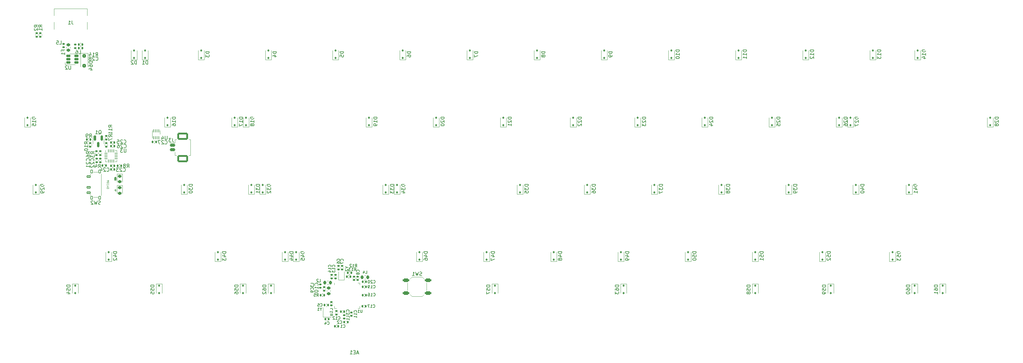
<source format=gbo>
G04 #@! TF.GenerationSoftware,KiCad,Pcbnew,7.0.5*
G04 #@! TF.CreationDate,2023-07-04T23:38:25+09:00*
G04 #@! TF.ProjectId,Hotp4ck60,486f7470-3463-46b3-9630-2e6b69636164,rev?*
G04 #@! TF.SameCoordinates,Original*
G04 #@! TF.FileFunction,Legend,Bot*
G04 #@! TF.FilePolarity,Positive*
%FSLAX46Y46*%
G04 Gerber Fmt 4.6, Leading zero omitted, Abs format (unit mm)*
G04 Created by KiCad (PCBNEW 7.0.5) date 2023-07-04 23:38:25*
%MOMM*%
%LPD*%
G01*
G04 APERTURE LIST*
G04 Aperture macros list*
%AMRoundRect*
0 Rectangle with rounded corners*
0 $1 Rounding radius*
0 $2 $3 $4 $5 $6 $7 $8 $9 X,Y pos of 4 corners*
0 Add a 4 corners polygon primitive as box body*
4,1,4,$2,$3,$4,$5,$6,$7,$8,$9,$2,$3,0*
0 Add four circle primitives for the rounded corners*
1,1,$1+$1,$2,$3*
1,1,$1+$1,$4,$5*
1,1,$1+$1,$6,$7*
1,1,$1+$1,$8,$9*
0 Add four rect primitives between the rounded corners*
20,1,$1+$1,$2,$3,$4,$5,0*
20,1,$1+$1,$4,$5,$6,$7,0*
20,1,$1+$1,$6,$7,$8,$9,0*
20,1,$1+$1,$8,$9,$2,$3,0*%
G04 Aperture macros list end*
%ADD10C,0.125000*%
%ADD11C,0.100000*%
%ADD12C,0.150000*%
%ADD13C,0.120000*%
%ADD14C,2.501900*%
%ADD15RoundRect,0.218750X-0.256250X0.218750X-0.256250X-0.218750X0.256250X-0.218750X0.256250X0.218750X0*%
%ADD16C,1.750000*%
%ADD17C,4.000000*%
%ADD18C,2.250000*%
%ADD19RoundRect,0.135000X0.135000X0.185000X-0.135000X0.185000X-0.135000X-0.185000X0.135000X-0.185000X0*%
%ADD20RoundRect,0.250000X-0.300000X0.300000X-0.300000X-0.300000X0.300000X-0.300000X0.300000X0.300000X0*%
%ADD21RoundRect,0.140000X0.140000X0.170000X-0.140000X0.170000X-0.140000X-0.170000X0.140000X-0.170000X0*%
%ADD22RoundRect,0.147500X-0.172500X0.147500X-0.172500X-0.147500X0.172500X-0.147500X0.172500X0.147500X0*%
%ADD23RoundRect,0.150000X-0.475000X-0.150000X0.475000X-0.150000X0.475000X0.150000X-0.475000X0.150000X0*%
%ADD24C,3.048000*%
%ADD25C,3.987800*%
%ADD26C,1.000000*%
%ADD27C,7.001300*%
%ADD28C,7.000240*%
%ADD29C,3.700000*%
%ADD30R,1.700000X1.700000*%
%ADD31O,1.700000X1.700000*%
%ADD32RoundRect,0.150000X-0.150000X0.587500X-0.150000X-0.587500X0.150000X-0.587500X0.150000X0.587500X0*%
%ADD33RoundRect,0.112500X0.112500X-0.187500X0.112500X0.187500X-0.112500X0.187500X-0.112500X-0.187500X0*%
%ADD34RoundRect,0.140000X-0.170000X0.140000X-0.170000X-0.140000X0.170000X-0.140000X0.170000X0.140000X0*%
%ADD35R,0.800000X0.900000*%
%ADD36RoundRect,0.112500X-0.112500X0.187500X-0.112500X-0.187500X0.112500X-0.187500X0.112500X0.187500X0*%
%ADD37RoundRect,0.140000X0.170000X-0.140000X0.170000X0.140000X-0.170000X0.140000X-0.170000X-0.140000X0*%
%ADD38RoundRect,0.275000X0.625000X0.275000X-0.625000X0.275000X-0.625000X-0.275000X0.625000X-0.275000X0*%
%ADD39RoundRect,0.135000X-0.185000X0.135000X-0.185000X-0.135000X0.185000X-0.135000X0.185000X0.135000X0*%
%ADD40C,0.250000*%
%ADD41R,4.850000X4.850000*%
%ADD42R,1.100000X0.600000*%
%ADD43C,0.850000*%
%ADD44RoundRect,0.090000X-0.535000X0.210000X-0.535000X-0.210000X0.535000X-0.210000X0.535000X0.210000X0*%
%ADD45RoundRect,0.105000X0.245000X0.445000X-0.245000X0.445000X-0.245000X-0.445000X0.245000X-0.445000X0*%
%ADD46RoundRect,0.140000X-0.140000X-0.170000X0.140000X-0.170000X0.140000X0.170000X-0.140000X0.170000X0*%
%ADD47RoundRect,0.147500X0.172500X-0.147500X0.172500X0.147500X-0.172500X0.147500X-0.172500X-0.147500X0*%
%ADD48RoundRect,0.135000X0.185000X-0.135000X0.185000X0.135000X-0.185000X0.135000X-0.185000X-0.135000X0*%
%ADD49RoundRect,0.225000X-0.250000X0.225000X-0.250000X-0.225000X0.250000X-0.225000X0.250000X0.225000X0*%
%ADD50RoundRect,0.218750X-0.218750X-0.256250X0.218750X-0.256250X0.218750X0.256250X-0.218750X0.256250X0*%
%ADD51RoundRect,0.062500X0.062500X-0.325000X0.062500X0.325000X-0.062500X0.325000X-0.062500X-0.325000X0*%
%ADD52R,1.300000X0.700000*%
%ADD53RoundRect,0.062500X-0.062500X0.375000X-0.062500X-0.375000X0.062500X-0.375000X0.062500X0.375000X0*%
%ADD54RoundRect,0.062500X-0.375000X0.062500X-0.375000X-0.062500X0.375000X-0.062500X0.375000X0.062500X0*%
%ADD55R,1.600000X1.600000*%
%ADD56RoundRect,0.218750X0.218750X0.256250X-0.218750X0.256250X-0.218750X-0.256250X0.218750X-0.256250X0*%
%ADD57RoundRect,0.135000X-0.135000X-0.185000X0.135000X-0.185000X0.135000X0.185000X-0.135000X0.185000X0*%
%ADD58RoundRect,0.200000X-0.600000X0.200000X-0.600000X-0.200000X0.600000X-0.200000X0.600000X0.200000X0*%
%ADD59RoundRect,0.250001X-1.249999X0.799999X-1.249999X-0.799999X1.249999X-0.799999X1.249999X0.799999X0*%
%ADD60O,1.000000X2.100000*%
%ADD61O,1.000000X1.600000*%
%ADD62R,0.600000X1.450000*%
%ADD63R,0.300000X1.450000*%
%ADD64C,0.650000*%
G04 APERTURE END LIST*
D10*
G36*
X102822398Y-136914102D02*
G01*
X102979385Y-136758580D01*
X103027379Y-136806757D01*
X102836869Y-136997267D01*
X103027379Y-137187959D01*
X102979385Y-137236136D01*
X102822398Y-137078966D01*
X102822398Y-137338535D01*
X102788692Y-137338535D01*
X102593237Y-137144728D01*
X102689407Y-137144728D01*
X102753521Y-137208842D01*
X102753521Y-137078966D01*
X102689407Y-137144728D01*
X102593237Y-137144728D01*
X102740698Y-136997267D01*
X102593237Y-136849988D01*
X102689407Y-136849988D01*
X102753521Y-136914102D01*
X102753521Y-136785874D01*
X102689407Y-136849988D01*
X102593237Y-136849988D01*
X102788692Y-136655998D01*
X102822398Y-136655998D01*
X102822398Y-136914102D01*
G37*
G36*
X102505126Y-136861162D02*
G01*
X102501264Y-136868811D01*
X102497648Y-136876575D01*
X102494277Y-136884455D01*
X102491153Y-136892449D01*
X102488275Y-136900559D01*
X102485645Y-136908783D01*
X102483263Y-136917121D01*
X102481129Y-136925574D01*
X102479245Y-136934140D01*
X102477610Y-136942820D01*
X102476225Y-136951613D01*
X102475090Y-136960519D01*
X102474207Y-136969537D01*
X102473575Y-136978668D01*
X102473196Y-136987911D01*
X102473069Y-136997267D01*
X102473196Y-137006622D01*
X102473575Y-137015865D01*
X102474207Y-137024997D01*
X102475090Y-137034018D01*
X102476225Y-137042926D01*
X102477610Y-137051723D01*
X102479245Y-137060409D01*
X102481129Y-137068982D01*
X102483263Y-137077445D01*
X102485645Y-137085795D01*
X102488275Y-137094034D01*
X102491153Y-137102161D01*
X102494277Y-137110177D01*
X102497648Y-137118081D01*
X102501264Y-137125873D01*
X102505126Y-137133554D01*
X102465193Y-137175136D01*
X102458965Y-137165058D01*
X102453128Y-137154813D01*
X102447681Y-137144401D01*
X102442624Y-137133823D01*
X102437956Y-137123080D01*
X102433678Y-137112173D01*
X102429789Y-137101101D01*
X102426289Y-137089865D01*
X102423178Y-137078466D01*
X102420454Y-137066905D01*
X102418119Y-137055182D01*
X102416171Y-137043297D01*
X102414611Y-137031251D01*
X102413438Y-137019045D01*
X102412652Y-137006678D01*
X102412253Y-136994153D01*
X102412639Y-136981803D01*
X102413387Y-136969620D01*
X102414495Y-136957603D01*
X102415965Y-136945752D01*
X102417797Y-136934067D01*
X102419991Y-136922546D01*
X102422546Y-136911190D01*
X102425465Y-136899997D01*
X102428746Y-136888967D01*
X102432390Y-136878100D01*
X102436398Y-136867395D01*
X102440769Y-136856852D01*
X102445504Y-136846469D01*
X102450603Y-136836247D01*
X102456067Y-136826185D01*
X102461895Y-136816283D01*
X102505126Y-136861162D01*
G37*
G36*
X102642879Y-136997267D02*
G01*
X102564477Y-137077500D01*
X102562715Y-137072679D01*
X102560288Y-137065399D01*
X102558120Y-137058060D01*
X102556211Y-137050664D01*
X102554559Y-137043210D01*
X102553164Y-137035697D01*
X102552025Y-137028127D01*
X102551140Y-137020499D01*
X102550509Y-137012813D01*
X102550132Y-137005069D01*
X102550006Y-136997267D01*
X102550062Y-136992097D01*
X102550355Y-136984409D01*
X102550902Y-136976799D01*
X102551702Y-136969269D01*
X102552756Y-136961819D01*
X102554066Y-136954451D01*
X102555632Y-136947165D01*
X102557455Y-136939963D01*
X102559537Y-136932845D01*
X102561877Y-136925812D01*
X102564477Y-136918865D01*
X102642879Y-136997267D01*
G37*
G36*
X102843689Y-133336389D02*
G01*
X102930151Y-133336389D01*
X102933721Y-133336763D01*
X102942324Y-133338262D01*
X102950466Y-133340572D01*
X102958141Y-133343697D01*
X102965346Y-133347641D01*
X102972076Y-133352409D01*
X102978328Y-133358005D01*
X102980655Y-133360445D01*
X102985800Y-133366868D01*
X102989990Y-133373754D01*
X102993235Y-133381105D01*
X102995543Y-133388927D01*
X102996921Y-133397223D01*
X102997379Y-133405998D01*
X102997379Y-134191850D01*
X102997305Y-134195419D01*
X102996481Y-134204023D01*
X102994732Y-134212165D01*
X102992050Y-134219840D01*
X102988428Y-134227045D01*
X102983857Y-134233775D01*
X102978328Y-134240027D01*
X102975885Y-134242356D01*
X102969441Y-134247521D01*
X102962521Y-134251747D01*
X102955127Y-134255034D01*
X102947265Y-134257382D01*
X102938938Y-134258791D01*
X102930151Y-134259261D01*
X102451862Y-134259261D01*
X102446142Y-134259092D01*
X102438832Y-134258340D01*
X102430208Y-134256556D01*
X102422157Y-134253832D01*
X102414683Y-134250170D01*
X102407792Y-134245568D01*
X102401487Y-134240027D01*
X102399158Y-134237584D01*
X102393992Y-134231140D01*
X102389766Y-134224220D01*
X102386479Y-134216826D01*
X102384131Y-134208964D01*
X102382722Y-134200637D01*
X102382253Y-134191850D01*
X102382253Y-133773828D01*
X102536126Y-133773828D01*
X102740374Y-134158327D01*
X102740374Y-133874761D01*
X102843689Y-133874761D01*
X102639441Y-133490262D01*
X102639441Y-133773828D01*
X102536126Y-133773828D01*
X102382253Y-133773828D01*
X102382253Y-133405998D01*
X102382328Y-133402430D01*
X102383173Y-133393847D01*
X102384958Y-133385741D01*
X102387681Y-133378108D01*
X102391344Y-133370944D01*
X102395946Y-133364244D01*
X102401487Y-133358005D01*
X102403928Y-133355667D01*
X102410351Y-133350403D01*
X102417236Y-133345965D01*
X102424587Y-133342349D01*
X102432409Y-133339550D01*
X102440706Y-133337565D01*
X102449481Y-133336389D01*
X102536126Y-133336389D01*
X102536126Y-133235456D01*
X102843689Y-133235456D01*
X102843689Y-133336389D01*
G37*
D11*
X100791390Y-136419523D02*
X100791390Y-136324285D01*
X100791390Y-136324285D02*
X100767580Y-136276666D01*
X100767580Y-136276666D02*
X100719961Y-136229047D01*
X100719961Y-136229047D02*
X100624723Y-136205237D01*
X100624723Y-136205237D02*
X100458057Y-136205237D01*
X100458057Y-136205237D02*
X100362819Y-136229047D01*
X100362819Y-136229047D02*
X100315200Y-136276666D01*
X100315200Y-136276666D02*
X100291390Y-136324285D01*
X100291390Y-136324285D02*
X100291390Y-136419523D01*
X100291390Y-136419523D02*
X100315200Y-136467142D01*
X100315200Y-136467142D02*
X100362819Y-136514761D01*
X100362819Y-136514761D02*
X100458057Y-136538570D01*
X100458057Y-136538570D02*
X100624723Y-136538570D01*
X100624723Y-136538570D02*
X100719961Y-136514761D01*
X100719961Y-136514761D02*
X100767580Y-136467142D01*
X100767580Y-136467142D02*
X100791390Y-136419523D01*
X100624723Y-135990951D02*
X100291390Y-135990951D01*
X100577104Y-135990951D02*
X100600914Y-135967141D01*
X100600914Y-135967141D02*
X100624723Y-135919522D01*
X100624723Y-135919522D02*
X100624723Y-135848094D01*
X100624723Y-135848094D02*
X100600914Y-135800475D01*
X100600914Y-135800475D02*
X100553295Y-135776665D01*
X100553295Y-135776665D02*
X100291390Y-135776665D01*
X100124723Y-135419522D02*
X100839009Y-135419522D01*
X100791390Y-134967142D02*
X100791390Y-134871904D01*
X100791390Y-134871904D02*
X100767580Y-134824285D01*
X100767580Y-134824285D02*
X100719961Y-134776666D01*
X100719961Y-134776666D02*
X100624723Y-134752856D01*
X100624723Y-134752856D02*
X100458057Y-134752856D01*
X100458057Y-134752856D02*
X100362819Y-134776666D01*
X100362819Y-134776666D02*
X100315200Y-134824285D01*
X100315200Y-134824285D02*
X100291390Y-134871904D01*
X100291390Y-134871904D02*
X100291390Y-134967142D01*
X100291390Y-134967142D02*
X100315200Y-135014761D01*
X100315200Y-135014761D02*
X100362819Y-135062380D01*
X100362819Y-135062380D02*
X100458057Y-135086189D01*
X100458057Y-135086189D02*
X100624723Y-135086189D01*
X100624723Y-135086189D02*
X100719961Y-135062380D01*
X100719961Y-135062380D02*
X100767580Y-135014761D01*
X100767580Y-135014761D02*
X100791390Y-134967142D01*
X100624723Y-134609998D02*
X100624723Y-134419522D01*
X100291390Y-134538570D02*
X100719961Y-134538570D01*
X100719961Y-134538570D02*
X100767580Y-134514760D01*
X100767580Y-134514760D02*
X100791390Y-134467141D01*
X100791390Y-134467141D02*
X100791390Y-134419522D01*
X100624723Y-134324284D02*
X100624723Y-134133808D01*
X100291390Y-134252856D02*
X100719961Y-134252856D01*
X100719961Y-134252856D02*
X100767580Y-134229046D01*
X100767580Y-134229046D02*
X100791390Y-134181427D01*
X100791390Y-134181427D02*
X100791390Y-134133808D01*
D12*
X97112857Y-98974819D02*
X97446190Y-98498628D01*
X97684285Y-98974819D02*
X97684285Y-97974819D01*
X97684285Y-97974819D02*
X97303333Y-97974819D01*
X97303333Y-97974819D02*
X97208095Y-98022438D01*
X97208095Y-98022438D02*
X97160476Y-98070057D01*
X97160476Y-98070057D02*
X97112857Y-98165295D01*
X97112857Y-98165295D02*
X97112857Y-98308152D01*
X97112857Y-98308152D02*
X97160476Y-98403390D01*
X97160476Y-98403390D02*
X97208095Y-98451009D01*
X97208095Y-98451009D02*
X97303333Y-98498628D01*
X97303333Y-98498628D02*
X97684285Y-98498628D01*
X96160476Y-98974819D02*
X96731904Y-98974819D01*
X96446190Y-98974819D02*
X96446190Y-97974819D01*
X96446190Y-97974819D02*
X96541428Y-98117676D01*
X96541428Y-98117676D02*
X96636666Y-98212914D01*
X96636666Y-98212914D02*
X96731904Y-98260533D01*
X95303333Y-98308152D02*
X95303333Y-98974819D01*
X95541428Y-97927200D02*
X95779523Y-98641485D01*
X95779523Y-98641485D02*
X95160476Y-98641485D01*
X96184819Y-100475714D02*
X95184819Y-100475714D01*
X95184819Y-100475714D02*
X95184819Y-100713809D01*
X95184819Y-100713809D02*
X95232438Y-100856666D01*
X95232438Y-100856666D02*
X95327676Y-100951904D01*
X95327676Y-100951904D02*
X95422914Y-100999523D01*
X95422914Y-100999523D02*
X95613390Y-101047142D01*
X95613390Y-101047142D02*
X95756247Y-101047142D01*
X95756247Y-101047142D02*
X95946723Y-100999523D01*
X95946723Y-100999523D02*
X96041961Y-100951904D01*
X96041961Y-100951904D02*
X96137200Y-100856666D01*
X96137200Y-100856666D02*
X96184819Y-100713809D01*
X96184819Y-100713809D02*
X96184819Y-100475714D01*
X95184819Y-101904285D02*
X95184819Y-101713809D01*
X95184819Y-101713809D02*
X95232438Y-101618571D01*
X95232438Y-101618571D02*
X95280057Y-101570952D01*
X95280057Y-101570952D02*
X95422914Y-101475714D01*
X95422914Y-101475714D02*
X95613390Y-101428095D01*
X95613390Y-101428095D02*
X95994342Y-101428095D01*
X95994342Y-101428095D02*
X96089580Y-101475714D01*
X96089580Y-101475714D02*
X96137200Y-101523333D01*
X96137200Y-101523333D02*
X96184819Y-101618571D01*
X96184819Y-101618571D02*
X96184819Y-101809047D01*
X96184819Y-101809047D02*
X96137200Y-101904285D01*
X96137200Y-101904285D02*
X96089580Y-101951904D01*
X96089580Y-101951904D02*
X95994342Y-101999523D01*
X95994342Y-101999523D02*
X95756247Y-101999523D01*
X95756247Y-101999523D02*
X95661009Y-101951904D01*
X95661009Y-101951904D02*
X95613390Y-101904285D01*
X95613390Y-101904285D02*
X95565771Y-101809047D01*
X95565771Y-101809047D02*
X95565771Y-101618571D01*
X95565771Y-101618571D02*
X95613390Y-101523333D01*
X95613390Y-101523333D02*
X95661009Y-101475714D01*
X95661009Y-101475714D02*
X95756247Y-101428095D01*
X95518152Y-102856666D02*
X96184819Y-102856666D01*
X95137200Y-102618571D02*
X95851485Y-102380476D01*
X95851485Y-102380476D02*
X95851485Y-102999523D01*
X97142857Y-100119580D02*
X97190476Y-100167200D01*
X97190476Y-100167200D02*
X97333333Y-100214819D01*
X97333333Y-100214819D02*
X97428571Y-100214819D01*
X97428571Y-100214819D02*
X97571428Y-100167200D01*
X97571428Y-100167200D02*
X97666666Y-100071961D01*
X97666666Y-100071961D02*
X97714285Y-99976723D01*
X97714285Y-99976723D02*
X97761904Y-99786247D01*
X97761904Y-99786247D02*
X97761904Y-99643390D01*
X97761904Y-99643390D02*
X97714285Y-99452914D01*
X97714285Y-99452914D02*
X97666666Y-99357676D01*
X97666666Y-99357676D02*
X97571428Y-99262438D01*
X97571428Y-99262438D02*
X97428571Y-99214819D01*
X97428571Y-99214819D02*
X97333333Y-99214819D01*
X97333333Y-99214819D02*
X97190476Y-99262438D01*
X97190476Y-99262438D02*
X97142857Y-99310057D01*
X96761904Y-99310057D02*
X96714285Y-99262438D01*
X96714285Y-99262438D02*
X96619047Y-99214819D01*
X96619047Y-99214819D02*
X96380952Y-99214819D01*
X96380952Y-99214819D02*
X96285714Y-99262438D01*
X96285714Y-99262438D02*
X96238095Y-99310057D01*
X96238095Y-99310057D02*
X96190476Y-99405295D01*
X96190476Y-99405295D02*
X96190476Y-99500533D01*
X96190476Y-99500533D02*
X96238095Y-99643390D01*
X96238095Y-99643390D02*
X96809523Y-100214819D01*
X96809523Y-100214819D02*
X96190476Y-100214819D01*
X95619047Y-99643390D02*
X95714285Y-99595771D01*
X95714285Y-99595771D02*
X95761904Y-99548152D01*
X95761904Y-99548152D02*
X95809523Y-99452914D01*
X95809523Y-99452914D02*
X95809523Y-99405295D01*
X95809523Y-99405295D02*
X95761904Y-99310057D01*
X95761904Y-99310057D02*
X95714285Y-99262438D01*
X95714285Y-99262438D02*
X95619047Y-99214819D01*
X95619047Y-99214819D02*
X95428571Y-99214819D01*
X95428571Y-99214819D02*
X95333333Y-99262438D01*
X95333333Y-99262438D02*
X95285714Y-99310057D01*
X95285714Y-99310057D02*
X95238095Y-99405295D01*
X95238095Y-99405295D02*
X95238095Y-99452914D01*
X95238095Y-99452914D02*
X95285714Y-99548152D01*
X95285714Y-99548152D02*
X95333333Y-99595771D01*
X95333333Y-99595771D02*
X95428571Y-99643390D01*
X95428571Y-99643390D02*
X95619047Y-99643390D01*
X95619047Y-99643390D02*
X95714285Y-99691009D01*
X95714285Y-99691009D02*
X95761904Y-99738628D01*
X95761904Y-99738628D02*
X95809523Y-99833866D01*
X95809523Y-99833866D02*
X95809523Y-100024342D01*
X95809523Y-100024342D02*
X95761904Y-100119580D01*
X95761904Y-100119580D02*
X95714285Y-100167200D01*
X95714285Y-100167200D02*
X95619047Y-100214819D01*
X95619047Y-100214819D02*
X95428571Y-100214819D01*
X95428571Y-100214819D02*
X95333333Y-100167200D01*
X95333333Y-100167200D02*
X95285714Y-100119580D01*
X95285714Y-100119580D02*
X95238095Y-100024342D01*
X95238095Y-100024342D02*
X95238095Y-99833866D01*
X95238095Y-99833866D02*
X95285714Y-99738628D01*
X95285714Y-99738628D02*
X95333333Y-99691009D01*
X95333333Y-99691009D02*
X95428571Y-99643390D01*
X92316666Y-98314819D02*
X92792856Y-98314819D01*
X92792856Y-98314819D02*
X92792856Y-97314819D01*
X91554761Y-97314819D02*
X91745237Y-97314819D01*
X91745237Y-97314819D02*
X91840475Y-97362438D01*
X91840475Y-97362438D02*
X91888094Y-97410057D01*
X91888094Y-97410057D02*
X91983332Y-97552914D01*
X91983332Y-97552914D02*
X92030951Y-97743390D01*
X92030951Y-97743390D02*
X92030951Y-98124342D01*
X92030951Y-98124342D02*
X91983332Y-98219580D01*
X91983332Y-98219580D02*
X91935713Y-98267200D01*
X91935713Y-98267200D02*
X91840475Y-98314819D01*
X91840475Y-98314819D02*
X91649999Y-98314819D01*
X91649999Y-98314819D02*
X91554761Y-98267200D01*
X91554761Y-98267200D02*
X91507142Y-98219580D01*
X91507142Y-98219580D02*
X91459523Y-98124342D01*
X91459523Y-98124342D02*
X91459523Y-97886247D01*
X91459523Y-97886247D02*
X91507142Y-97791009D01*
X91507142Y-97791009D02*
X91554761Y-97743390D01*
X91554761Y-97743390D02*
X91649999Y-97695771D01*
X91649999Y-97695771D02*
X91840475Y-97695771D01*
X91840475Y-97695771D02*
X91935713Y-97743390D01*
X91935713Y-97743390D02*
X91983332Y-97791009D01*
X91983332Y-97791009D02*
X92030951Y-97886247D01*
X90041904Y-101734819D02*
X90041904Y-102544342D01*
X90041904Y-102544342D02*
X89994285Y-102639580D01*
X89994285Y-102639580D02*
X89946666Y-102687200D01*
X89946666Y-102687200D02*
X89851428Y-102734819D01*
X89851428Y-102734819D02*
X89660952Y-102734819D01*
X89660952Y-102734819D02*
X89565714Y-102687200D01*
X89565714Y-102687200D02*
X89518095Y-102639580D01*
X89518095Y-102639580D02*
X89470476Y-102544342D01*
X89470476Y-102544342D02*
X89470476Y-101734819D01*
X89041904Y-101830057D02*
X88994285Y-101782438D01*
X88994285Y-101782438D02*
X88899047Y-101734819D01*
X88899047Y-101734819D02*
X88660952Y-101734819D01*
X88660952Y-101734819D02*
X88565714Y-101782438D01*
X88565714Y-101782438D02*
X88518095Y-101830057D01*
X88518095Y-101830057D02*
X88470476Y-101925295D01*
X88470476Y-101925295D02*
X88470476Y-102020533D01*
X88470476Y-102020533D02*
X88518095Y-102163390D01*
X88518095Y-102163390D02*
X89089523Y-102734819D01*
X89089523Y-102734819D02*
X88470476Y-102734819D01*
X86826666Y-95604819D02*
X87302856Y-95604819D01*
X87302856Y-95604819D02*
X87302856Y-94604819D01*
X86017142Y-94604819D02*
X86493332Y-94604819D01*
X86493332Y-94604819D02*
X86540951Y-95081009D01*
X86540951Y-95081009D02*
X86493332Y-95033390D01*
X86493332Y-95033390D02*
X86398094Y-94985771D01*
X86398094Y-94985771D02*
X86159999Y-94985771D01*
X86159999Y-94985771D02*
X86064761Y-95033390D01*
X86064761Y-95033390D02*
X86017142Y-95081009D01*
X86017142Y-95081009D02*
X85969523Y-95176247D01*
X85969523Y-95176247D02*
X85969523Y-95414342D01*
X85969523Y-95414342D02*
X86017142Y-95509580D01*
X86017142Y-95509580D02*
X86064761Y-95557200D01*
X86064761Y-95557200D02*
X86159999Y-95604819D01*
X86159999Y-95604819D02*
X86398094Y-95604819D01*
X86398094Y-95604819D02*
X86493332Y-95557200D01*
X86493332Y-95557200D02*
X86540951Y-95509580D01*
X97955238Y-121130057D02*
X98050476Y-121082438D01*
X98050476Y-121082438D02*
X98145714Y-120987200D01*
X98145714Y-120987200D02*
X98288571Y-120844342D01*
X98288571Y-120844342D02*
X98383809Y-120796723D01*
X98383809Y-120796723D02*
X98479047Y-120796723D01*
X98431428Y-121034819D02*
X98526666Y-120987200D01*
X98526666Y-120987200D02*
X98621904Y-120891961D01*
X98621904Y-120891961D02*
X98669523Y-120701485D01*
X98669523Y-120701485D02*
X98669523Y-120368152D01*
X98669523Y-120368152D02*
X98621904Y-120177676D01*
X98621904Y-120177676D02*
X98526666Y-120082438D01*
X98526666Y-120082438D02*
X98431428Y-120034819D01*
X98431428Y-120034819D02*
X98240952Y-120034819D01*
X98240952Y-120034819D02*
X98145714Y-120082438D01*
X98145714Y-120082438D02*
X98050476Y-120177676D01*
X98050476Y-120177676D02*
X98002857Y-120368152D01*
X98002857Y-120368152D02*
X98002857Y-120701485D01*
X98002857Y-120701485D02*
X98050476Y-120891961D01*
X98050476Y-120891961D02*
X98145714Y-120987200D01*
X98145714Y-120987200D02*
X98240952Y-121034819D01*
X98240952Y-121034819D02*
X98431428Y-121034819D01*
X97050476Y-121034819D02*
X97621904Y-121034819D01*
X97336190Y-121034819D02*
X97336190Y-120034819D01*
X97336190Y-120034819D02*
X97431428Y-120177676D01*
X97431428Y-120177676D02*
X97526666Y-120272914D01*
X97526666Y-120272914D02*
X97621904Y-120320533D01*
X171616666Y-183139104D02*
X171140476Y-183139104D01*
X171711904Y-183424819D02*
X171378571Y-182424819D01*
X171378571Y-182424819D02*
X171045238Y-183424819D01*
X170711904Y-182901009D02*
X170378571Y-182901009D01*
X170235714Y-183424819D02*
X170711904Y-183424819D01*
X170711904Y-183424819D02*
X170711904Y-182424819D01*
X170711904Y-182424819D02*
X170235714Y-182424819D01*
X169283333Y-183424819D02*
X169854761Y-183424819D01*
X169569047Y-183424819D02*
X169569047Y-182424819D01*
X169569047Y-182424819D02*
X169664285Y-182567676D01*
X169664285Y-182567676D02*
X169759523Y-182662914D01*
X169759523Y-182662914D02*
X169854761Y-182710533D01*
X319804819Y-97210714D02*
X318804819Y-97210714D01*
X318804819Y-97210714D02*
X318804819Y-97448809D01*
X318804819Y-97448809D02*
X318852438Y-97591666D01*
X318852438Y-97591666D02*
X318947676Y-97686904D01*
X318947676Y-97686904D02*
X319042914Y-97734523D01*
X319042914Y-97734523D02*
X319233390Y-97782142D01*
X319233390Y-97782142D02*
X319376247Y-97782142D01*
X319376247Y-97782142D02*
X319566723Y-97734523D01*
X319566723Y-97734523D02*
X319661961Y-97686904D01*
X319661961Y-97686904D02*
X319757200Y-97591666D01*
X319757200Y-97591666D02*
X319804819Y-97448809D01*
X319804819Y-97448809D02*
X319804819Y-97210714D01*
X319804819Y-98734523D02*
X319804819Y-98163095D01*
X319804819Y-98448809D02*
X318804819Y-98448809D01*
X318804819Y-98448809D02*
X318947676Y-98353571D01*
X318947676Y-98353571D02*
X319042914Y-98258333D01*
X319042914Y-98258333D02*
X319090533Y-98163095D01*
X318804819Y-99067857D02*
X318804819Y-99686904D01*
X318804819Y-99686904D02*
X319185771Y-99353571D01*
X319185771Y-99353571D02*
X319185771Y-99496428D01*
X319185771Y-99496428D02*
X319233390Y-99591666D01*
X319233390Y-99591666D02*
X319281009Y-99639285D01*
X319281009Y-99639285D02*
X319376247Y-99686904D01*
X319376247Y-99686904D02*
X319614342Y-99686904D01*
X319614342Y-99686904D02*
X319709580Y-99639285D01*
X319709580Y-99639285D02*
X319757200Y-99591666D01*
X319757200Y-99591666D02*
X319804819Y-99496428D01*
X319804819Y-99496428D02*
X319804819Y-99210714D01*
X319804819Y-99210714D02*
X319757200Y-99115476D01*
X319757200Y-99115476D02*
X319709580Y-99067857D01*
X164246104Y-170967622D02*
X164284200Y-170929526D01*
X164284200Y-170929526D02*
X164322295Y-170815241D01*
X164322295Y-170815241D02*
X164322295Y-170739050D01*
X164322295Y-170739050D02*
X164284200Y-170624764D01*
X164284200Y-170624764D02*
X164208009Y-170548574D01*
X164208009Y-170548574D02*
X164131819Y-170510479D01*
X164131819Y-170510479D02*
X163979438Y-170472383D01*
X163979438Y-170472383D02*
X163865152Y-170472383D01*
X163865152Y-170472383D02*
X163712771Y-170510479D01*
X163712771Y-170510479D02*
X163636580Y-170548574D01*
X163636580Y-170548574D02*
X163560390Y-170624764D01*
X163560390Y-170624764D02*
X163522295Y-170739050D01*
X163522295Y-170739050D02*
X163522295Y-170815241D01*
X163522295Y-170815241D02*
X163560390Y-170929526D01*
X163560390Y-170929526D02*
X163598485Y-170967622D01*
X164322295Y-171729526D02*
X164322295Y-171272383D01*
X164322295Y-171500955D02*
X163522295Y-171500955D01*
X163522295Y-171500955D02*
X163636580Y-171424764D01*
X163636580Y-171424764D02*
X163712771Y-171348574D01*
X163712771Y-171348574D02*
X163750866Y-171272383D01*
X163865152Y-172186669D02*
X163827057Y-172110479D01*
X163827057Y-172110479D02*
X163788961Y-172072384D01*
X163788961Y-172072384D02*
X163712771Y-172034288D01*
X163712771Y-172034288D02*
X163674676Y-172034288D01*
X163674676Y-172034288D02*
X163598485Y-172072384D01*
X163598485Y-172072384D02*
X163560390Y-172110479D01*
X163560390Y-172110479D02*
X163522295Y-172186669D01*
X163522295Y-172186669D02*
X163522295Y-172339050D01*
X163522295Y-172339050D02*
X163560390Y-172415241D01*
X163560390Y-172415241D02*
X163598485Y-172453336D01*
X163598485Y-172453336D02*
X163674676Y-172491431D01*
X163674676Y-172491431D02*
X163712771Y-172491431D01*
X163712771Y-172491431D02*
X163788961Y-172453336D01*
X163788961Y-172453336D02*
X163827057Y-172415241D01*
X163827057Y-172415241D02*
X163865152Y-172339050D01*
X163865152Y-172339050D02*
X163865152Y-172186669D01*
X163865152Y-172186669D02*
X163903247Y-172110479D01*
X163903247Y-172110479D02*
X163941342Y-172072384D01*
X163941342Y-172072384D02*
X164017533Y-172034288D01*
X164017533Y-172034288D02*
X164169914Y-172034288D01*
X164169914Y-172034288D02*
X164246104Y-172072384D01*
X164246104Y-172072384D02*
X164284200Y-172110479D01*
X164284200Y-172110479D02*
X164322295Y-172186669D01*
X164322295Y-172186669D02*
X164322295Y-172339050D01*
X164322295Y-172339050D02*
X164284200Y-172415241D01*
X164284200Y-172415241D02*
X164246104Y-172453336D01*
X164246104Y-172453336D02*
X164169914Y-172491431D01*
X164169914Y-172491431D02*
X164017533Y-172491431D01*
X164017533Y-172491431D02*
X163941342Y-172453336D01*
X163941342Y-172453336D02*
X163903247Y-172415241D01*
X163903247Y-172415241D02*
X163865152Y-172339050D01*
X229317319Y-154360714D02*
X228317319Y-154360714D01*
X228317319Y-154360714D02*
X228317319Y-154598809D01*
X228317319Y-154598809D02*
X228364938Y-154741666D01*
X228364938Y-154741666D02*
X228460176Y-154836904D01*
X228460176Y-154836904D02*
X228555414Y-154884523D01*
X228555414Y-154884523D02*
X228745890Y-154932142D01*
X228745890Y-154932142D02*
X228888747Y-154932142D01*
X228888747Y-154932142D02*
X229079223Y-154884523D01*
X229079223Y-154884523D02*
X229174461Y-154836904D01*
X229174461Y-154836904D02*
X229269700Y-154741666D01*
X229269700Y-154741666D02*
X229317319Y-154598809D01*
X229317319Y-154598809D02*
X229317319Y-154360714D01*
X228650652Y-155789285D02*
X229317319Y-155789285D01*
X228269700Y-155551190D02*
X228983985Y-155313095D01*
X228983985Y-155313095D02*
X228983985Y-155932142D01*
X228745890Y-156455952D02*
X228698271Y-156360714D01*
X228698271Y-156360714D02*
X228650652Y-156313095D01*
X228650652Y-156313095D02*
X228555414Y-156265476D01*
X228555414Y-156265476D02*
X228507795Y-156265476D01*
X228507795Y-156265476D02*
X228412557Y-156313095D01*
X228412557Y-156313095D02*
X228364938Y-156360714D01*
X228364938Y-156360714D02*
X228317319Y-156455952D01*
X228317319Y-156455952D02*
X228317319Y-156646428D01*
X228317319Y-156646428D02*
X228364938Y-156741666D01*
X228364938Y-156741666D02*
X228412557Y-156789285D01*
X228412557Y-156789285D02*
X228507795Y-156836904D01*
X228507795Y-156836904D02*
X228555414Y-156836904D01*
X228555414Y-156836904D02*
X228650652Y-156789285D01*
X228650652Y-156789285D02*
X228698271Y-156741666D01*
X228698271Y-156741666D02*
X228745890Y-156646428D01*
X228745890Y-156646428D02*
X228745890Y-156455952D01*
X228745890Y-156455952D02*
X228793509Y-156360714D01*
X228793509Y-156360714D02*
X228841128Y-156313095D01*
X228841128Y-156313095D02*
X228936366Y-156265476D01*
X228936366Y-156265476D02*
X229126842Y-156265476D01*
X229126842Y-156265476D02*
X229222080Y-156313095D01*
X229222080Y-156313095D02*
X229269700Y-156360714D01*
X229269700Y-156360714D02*
X229317319Y-156455952D01*
X229317319Y-156455952D02*
X229317319Y-156646428D01*
X229317319Y-156646428D02*
X229269700Y-156741666D01*
X229269700Y-156741666D02*
X229222080Y-156789285D01*
X229222080Y-156789285D02*
X229126842Y-156836904D01*
X229126842Y-156836904D02*
X228936366Y-156836904D01*
X228936366Y-156836904D02*
X228841128Y-156789285D01*
X228841128Y-156789285D02*
X228793509Y-156741666D01*
X228793509Y-156741666D02*
X228745890Y-156646428D01*
X116742857Y-123809580D02*
X116790476Y-123857200D01*
X116790476Y-123857200D02*
X116933333Y-123904819D01*
X116933333Y-123904819D02*
X117028571Y-123904819D01*
X117028571Y-123904819D02*
X117171428Y-123857200D01*
X117171428Y-123857200D02*
X117266666Y-123761961D01*
X117266666Y-123761961D02*
X117314285Y-123666723D01*
X117314285Y-123666723D02*
X117361904Y-123476247D01*
X117361904Y-123476247D02*
X117361904Y-123333390D01*
X117361904Y-123333390D02*
X117314285Y-123142914D01*
X117314285Y-123142914D02*
X117266666Y-123047676D01*
X117266666Y-123047676D02*
X117171428Y-122952438D01*
X117171428Y-122952438D02*
X117028571Y-122904819D01*
X117028571Y-122904819D02*
X116933333Y-122904819D01*
X116933333Y-122904819D02*
X116790476Y-122952438D01*
X116790476Y-122952438D02*
X116742857Y-123000057D01*
X116361904Y-123000057D02*
X116314285Y-122952438D01*
X116314285Y-122952438D02*
X116219047Y-122904819D01*
X116219047Y-122904819D02*
X115980952Y-122904819D01*
X115980952Y-122904819D02*
X115885714Y-122952438D01*
X115885714Y-122952438D02*
X115838095Y-123000057D01*
X115838095Y-123000057D02*
X115790476Y-123095295D01*
X115790476Y-123095295D02*
X115790476Y-123190533D01*
X115790476Y-123190533D02*
X115838095Y-123333390D01*
X115838095Y-123333390D02*
X116409523Y-123904819D01*
X116409523Y-123904819D02*
X115790476Y-123904819D01*
X115457142Y-122904819D02*
X114790476Y-122904819D01*
X114790476Y-122904819D02*
X115219047Y-123904819D01*
X143592319Y-135310714D02*
X142592319Y-135310714D01*
X142592319Y-135310714D02*
X142592319Y-135548809D01*
X142592319Y-135548809D02*
X142639938Y-135691666D01*
X142639938Y-135691666D02*
X142735176Y-135786904D01*
X142735176Y-135786904D02*
X142830414Y-135834523D01*
X142830414Y-135834523D02*
X143020890Y-135882142D01*
X143020890Y-135882142D02*
X143163747Y-135882142D01*
X143163747Y-135882142D02*
X143354223Y-135834523D01*
X143354223Y-135834523D02*
X143449461Y-135786904D01*
X143449461Y-135786904D02*
X143544700Y-135691666D01*
X143544700Y-135691666D02*
X143592319Y-135548809D01*
X143592319Y-135548809D02*
X143592319Y-135310714D01*
X142592319Y-136215476D02*
X142592319Y-136834523D01*
X142592319Y-136834523D02*
X142973271Y-136501190D01*
X142973271Y-136501190D02*
X142973271Y-136644047D01*
X142973271Y-136644047D02*
X143020890Y-136739285D01*
X143020890Y-136739285D02*
X143068509Y-136786904D01*
X143068509Y-136786904D02*
X143163747Y-136834523D01*
X143163747Y-136834523D02*
X143401842Y-136834523D01*
X143401842Y-136834523D02*
X143497080Y-136786904D01*
X143497080Y-136786904D02*
X143544700Y-136739285D01*
X143544700Y-136739285D02*
X143592319Y-136644047D01*
X143592319Y-136644047D02*
X143592319Y-136358333D01*
X143592319Y-136358333D02*
X143544700Y-136263095D01*
X143544700Y-136263095D02*
X143497080Y-136215476D01*
X143592319Y-137786904D02*
X143592319Y-137215476D01*
X143592319Y-137501190D02*
X142592319Y-137501190D01*
X142592319Y-137501190D02*
X142735176Y-137405952D01*
X142735176Y-137405952D02*
X142830414Y-137310714D01*
X142830414Y-137310714D02*
X142878033Y-137215476D01*
X267417319Y-154360714D02*
X266417319Y-154360714D01*
X266417319Y-154360714D02*
X266417319Y-154598809D01*
X266417319Y-154598809D02*
X266464938Y-154741666D01*
X266464938Y-154741666D02*
X266560176Y-154836904D01*
X266560176Y-154836904D02*
X266655414Y-154884523D01*
X266655414Y-154884523D02*
X266845890Y-154932142D01*
X266845890Y-154932142D02*
X266988747Y-154932142D01*
X266988747Y-154932142D02*
X267179223Y-154884523D01*
X267179223Y-154884523D02*
X267274461Y-154836904D01*
X267274461Y-154836904D02*
X267369700Y-154741666D01*
X267369700Y-154741666D02*
X267417319Y-154598809D01*
X267417319Y-154598809D02*
X267417319Y-154360714D01*
X266417319Y-155836904D02*
X266417319Y-155360714D01*
X266417319Y-155360714D02*
X266893509Y-155313095D01*
X266893509Y-155313095D02*
X266845890Y-155360714D01*
X266845890Y-155360714D02*
X266798271Y-155455952D01*
X266798271Y-155455952D02*
X266798271Y-155694047D01*
X266798271Y-155694047D02*
X266845890Y-155789285D01*
X266845890Y-155789285D02*
X266893509Y-155836904D01*
X266893509Y-155836904D02*
X266988747Y-155884523D01*
X266988747Y-155884523D02*
X267226842Y-155884523D01*
X267226842Y-155884523D02*
X267322080Y-155836904D01*
X267322080Y-155836904D02*
X267369700Y-155789285D01*
X267369700Y-155789285D02*
X267417319Y-155694047D01*
X267417319Y-155694047D02*
X267417319Y-155455952D01*
X267417319Y-155455952D02*
X267369700Y-155360714D01*
X267369700Y-155360714D02*
X267322080Y-155313095D01*
X266417319Y-156503571D02*
X266417319Y-156598809D01*
X266417319Y-156598809D02*
X266464938Y-156694047D01*
X266464938Y-156694047D02*
X266512557Y-156741666D01*
X266512557Y-156741666D02*
X266607795Y-156789285D01*
X266607795Y-156789285D02*
X266798271Y-156836904D01*
X266798271Y-156836904D02*
X267036366Y-156836904D01*
X267036366Y-156836904D02*
X267226842Y-156789285D01*
X267226842Y-156789285D02*
X267322080Y-156741666D01*
X267322080Y-156741666D02*
X267369700Y-156694047D01*
X267369700Y-156694047D02*
X267417319Y-156598809D01*
X267417319Y-156598809D02*
X267417319Y-156503571D01*
X267417319Y-156503571D02*
X267369700Y-156408333D01*
X267369700Y-156408333D02*
X267322080Y-156360714D01*
X267322080Y-156360714D02*
X267226842Y-156313095D01*
X267226842Y-156313095D02*
X267036366Y-156265476D01*
X267036366Y-156265476D02*
X266798271Y-156265476D01*
X266798271Y-156265476D02*
X266607795Y-156313095D01*
X266607795Y-156313095D02*
X266512557Y-156360714D01*
X266512557Y-156360714D02*
X266464938Y-156408333D01*
X266464938Y-156408333D02*
X266417319Y-156503571D01*
X160980951Y-170671341D02*
X160980951Y-171052294D01*
X161247618Y-170252294D02*
X160980951Y-170671341D01*
X160980951Y-170671341D02*
X160714285Y-170252294D01*
X160028571Y-171052294D02*
X160485714Y-171052294D01*
X160257142Y-171052294D02*
X160257142Y-170252294D01*
X160257142Y-170252294D02*
X160333333Y-170366579D01*
X160333333Y-170366579D02*
X160409523Y-170442770D01*
X160409523Y-170442770D02*
X160485714Y-170480865D01*
X208948569Y-163885714D02*
X207948569Y-163885714D01*
X207948569Y-163885714D02*
X207948569Y-164123809D01*
X207948569Y-164123809D02*
X207996188Y-164266666D01*
X207996188Y-164266666D02*
X208091426Y-164361904D01*
X208091426Y-164361904D02*
X208186664Y-164409523D01*
X208186664Y-164409523D02*
X208377140Y-164457142D01*
X208377140Y-164457142D02*
X208519997Y-164457142D01*
X208519997Y-164457142D02*
X208710473Y-164409523D01*
X208710473Y-164409523D02*
X208805711Y-164361904D01*
X208805711Y-164361904D02*
X208900950Y-164266666D01*
X208900950Y-164266666D02*
X208948569Y-164123809D01*
X208948569Y-164123809D02*
X208948569Y-163885714D01*
X207948569Y-165361904D02*
X207948569Y-164885714D01*
X207948569Y-164885714D02*
X208424759Y-164838095D01*
X208424759Y-164838095D02*
X208377140Y-164885714D01*
X208377140Y-164885714D02*
X208329521Y-164980952D01*
X208329521Y-164980952D02*
X208329521Y-165219047D01*
X208329521Y-165219047D02*
X208377140Y-165314285D01*
X208377140Y-165314285D02*
X208424759Y-165361904D01*
X208424759Y-165361904D02*
X208519997Y-165409523D01*
X208519997Y-165409523D02*
X208758092Y-165409523D01*
X208758092Y-165409523D02*
X208853330Y-165361904D01*
X208853330Y-165361904D02*
X208900950Y-165314285D01*
X208900950Y-165314285D02*
X208948569Y-165219047D01*
X208948569Y-165219047D02*
X208948569Y-164980952D01*
X208948569Y-164980952D02*
X208900950Y-164885714D01*
X208900950Y-164885714D02*
X208853330Y-164838095D01*
X207948569Y-165742857D02*
X207948569Y-166409523D01*
X207948569Y-166409523D02*
X208948569Y-165980952D01*
X164911406Y-158681273D02*
X164949502Y-158643177D01*
X164949502Y-158643177D02*
X164987597Y-158528892D01*
X164987597Y-158528892D02*
X164987597Y-158452701D01*
X164987597Y-158452701D02*
X164949502Y-158338415D01*
X164949502Y-158338415D02*
X164873311Y-158262225D01*
X164873311Y-158262225D02*
X164797121Y-158224130D01*
X164797121Y-158224130D02*
X164644740Y-158186034D01*
X164644740Y-158186034D02*
X164530454Y-158186034D01*
X164530454Y-158186034D02*
X164378073Y-158224130D01*
X164378073Y-158224130D02*
X164301882Y-158262225D01*
X164301882Y-158262225D02*
X164225692Y-158338415D01*
X164225692Y-158338415D02*
X164187597Y-158452701D01*
X164187597Y-158452701D02*
X164187597Y-158528892D01*
X164187597Y-158528892D02*
X164225692Y-158643177D01*
X164225692Y-158643177D02*
X164263787Y-158681273D01*
X164987597Y-159443177D02*
X164987597Y-158986034D01*
X164987597Y-159214606D02*
X164187597Y-159214606D01*
X164187597Y-159214606D02*
X164301882Y-159138415D01*
X164301882Y-159138415D02*
X164378073Y-159062225D01*
X164378073Y-159062225D02*
X164416168Y-158986034D01*
X164187597Y-159709844D02*
X164187597Y-160205082D01*
X164187597Y-160205082D02*
X164492359Y-159938416D01*
X164492359Y-159938416D02*
X164492359Y-160052701D01*
X164492359Y-160052701D02*
X164530454Y-160128892D01*
X164530454Y-160128892D02*
X164568549Y-160166987D01*
X164568549Y-160166987D02*
X164644740Y-160205082D01*
X164644740Y-160205082D02*
X164835216Y-160205082D01*
X164835216Y-160205082D02*
X164911406Y-160166987D01*
X164911406Y-160166987D02*
X164949502Y-160128892D01*
X164949502Y-160128892D02*
X164987597Y-160052701D01*
X164987597Y-160052701D02*
X164987597Y-159824130D01*
X164987597Y-159824130D02*
X164949502Y-159747939D01*
X164949502Y-159747939D02*
X164911406Y-159709844D01*
X315042319Y-135310714D02*
X314042319Y-135310714D01*
X314042319Y-135310714D02*
X314042319Y-135548809D01*
X314042319Y-135548809D02*
X314089938Y-135691666D01*
X314089938Y-135691666D02*
X314185176Y-135786904D01*
X314185176Y-135786904D02*
X314280414Y-135834523D01*
X314280414Y-135834523D02*
X314470890Y-135882142D01*
X314470890Y-135882142D02*
X314613747Y-135882142D01*
X314613747Y-135882142D02*
X314804223Y-135834523D01*
X314804223Y-135834523D02*
X314899461Y-135786904D01*
X314899461Y-135786904D02*
X314994700Y-135691666D01*
X314994700Y-135691666D02*
X315042319Y-135548809D01*
X315042319Y-135548809D02*
X315042319Y-135310714D01*
X314375652Y-136739285D02*
X315042319Y-136739285D01*
X313994700Y-136501190D02*
X314708985Y-136263095D01*
X314708985Y-136263095D02*
X314708985Y-136882142D01*
X314042319Y-137453571D02*
X314042319Y-137548809D01*
X314042319Y-137548809D02*
X314089938Y-137644047D01*
X314089938Y-137644047D02*
X314137557Y-137691666D01*
X314137557Y-137691666D02*
X314232795Y-137739285D01*
X314232795Y-137739285D02*
X314423271Y-137786904D01*
X314423271Y-137786904D02*
X314661366Y-137786904D01*
X314661366Y-137786904D02*
X314851842Y-137739285D01*
X314851842Y-137739285D02*
X314947080Y-137691666D01*
X314947080Y-137691666D02*
X314994700Y-137644047D01*
X314994700Y-137644047D02*
X315042319Y-137548809D01*
X315042319Y-137548809D02*
X315042319Y-137453571D01*
X315042319Y-137453571D02*
X314994700Y-137358333D01*
X314994700Y-137358333D02*
X314947080Y-137310714D01*
X314947080Y-137310714D02*
X314851842Y-137263095D01*
X314851842Y-137263095D02*
X314661366Y-137215476D01*
X314661366Y-137215476D02*
X314423271Y-137215476D01*
X314423271Y-137215476D02*
X314232795Y-137263095D01*
X314232795Y-137263095D02*
X314137557Y-137310714D01*
X314137557Y-137310714D02*
X314089938Y-137358333D01*
X314089938Y-137358333D02*
X314042319Y-137453571D01*
X189573332Y-161117200D02*
X189430475Y-161164819D01*
X189430475Y-161164819D02*
X189192380Y-161164819D01*
X189192380Y-161164819D02*
X189097142Y-161117200D01*
X189097142Y-161117200D02*
X189049523Y-161069580D01*
X189049523Y-161069580D02*
X189001904Y-160974342D01*
X189001904Y-160974342D02*
X189001904Y-160879104D01*
X189001904Y-160879104D02*
X189049523Y-160783866D01*
X189049523Y-160783866D02*
X189097142Y-160736247D01*
X189097142Y-160736247D02*
X189192380Y-160688628D01*
X189192380Y-160688628D02*
X189382856Y-160641009D01*
X189382856Y-160641009D02*
X189478094Y-160593390D01*
X189478094Y-160593390D02*
X189525713Y-160545771D01*
X189525713Y-160545771D02*
X189573332Y-160450533D01*
X189573332Y-160450533D02*
X189573332Y-160355295D01*
X189573332Y-160355295D02*
X189525713Y-160260057D01*
X189525713Y-160260057D02*
X189478094Y-160212438D01*
X189478094Y-160212438D02*
X189382856Y-160164819D01*
X189382856Y-160164819D02*
X189144761Y-160164819D01*
X189144761Y-160164819D02*
X189001904Y-160212438D01*
X188668570Y-160164819D02*
X188430475Y-161164819D01*
X188430475Y-161164819D02*
X188239999Y-160450533D01*
X188239999Y-160450533D02*
X188049523Y-161164819D01*
X188049523Y-161164819D02*
X187811428Y-160164819D01*
X186906666Y-161164819D02*
X187478094Y-161164819D01*
X187192380Y-161164819D02*
X187192380Y-160164819D01*
X187192380Y-160164819D02*
X187287618Y-160307676D01*
X187287618Y-160307676D02*
X187382856Y-160402914D01*
X187382856Y-160402914D02*
X187478094Y-160450533D01*
X134067319Y-154360714D02*
X133067319Y-154360714D01*
X133067319Y-154360714D02*
X133067319Y-154598809D01*
X133067319Y-154598809D02*
X133114938Y-154741666D01*
X133114938Y-154741666D02*
X133210176Y-154836904D01*
X133210176Y-154836904D02*
X133305414Y-154884523D01*
X133305414Y-154884523D02*
X133495890Y-154932142D01*
X133495890Y-154932142D02*
X133638747Y-154932142D01*
X133638747Y-154932142D02*
X133829223Y-154884523D01*
X133829223Y-154884523D02*
X133924461Y-154836904D01*
X133924461Y-154836904D02*
X134019700Y-154741666D01*
X134019700Y-154741666D02*
X134067319Y-154598809D01*
X134067319Y-154598809D02*
X134067319Y-154360714D01*
X133400652Y-155789285D02*
X134067319Y-155789285D01*
X133019700Y-155551190D02*
X133733985Y-155313095D01*
X133733985Y-155313095D02*
X133733985Y-155932142D01*
X133067319Y-156217857D02*
X133067319Y-156836904D01*
X133067319Y-156836904D02*
X133448271Y-156503571D01*
X133448271Y-156503571D02*
X133448271Y-156646428D01*
X133448271Y-156646428D02*
X133495890Y-156741666D01*
X133495890Y-156741666D02*
X133543509Y-156789285D01*
X133543509Y-156789285D02*
X133638747Y-156836904D01*
X133638747Y-156836904D02*
X133876842Y-156836904D01*
X133876842Y-156836904D02*
X133972080Y-156789285D01*
X133972080Y-156789285D02*
X134019700Y-156741666D01*
X134019700Y-156741666D02*
X134067319Y-156646428D01*
X134067319Y-156646428D02*
X134067319Y-156360714D01*
X134067319Y-156360714D02*
X134019700Y-156265476D01*
X134019700Y-156265476D02*
X133972080Y-156217857D01*
X234873569Y-116260714D02*
X233873569Y-116260714D01*
X233873569Y-116260714D02*
X233873569Y-116498809D01*
X233873569Y-116498809D02*
X233921188Y-116641666D01*
X233921188Y-116641666D02*
X234016426Y-116736904D01*
X234016426Y-116736904D02*
X234111664Y-116784523D01*
X234111664Y-116784523D02*
X234302140Y-116832142D01*
X234302140Y-116832142D02*
X234444997Y-116832142D01*
X234444997Y-116832142D02*
X234635473Y-116784523D01*
X234635473Y-116784523D02*
X234730711Y-116736904D01*
X234730711Y-116736904D02*
X234825950Y-116641666D01*
X234825950Y-116641666D02*
X234873569Y-116498809D01*
X234873569Y-116498809D02*
X234873569Y-116260714D01*
X233968807Y-117213095D02*
X233921188Y-117260714D01*
X233921188Y-117260714D02*
X233873569Y-117355952D01*
X233873569Y-117355952D02*
X233873569Y-117594047D01*
X233873569Y-117594047D02*
X233921188Y-117689285D01*
X233921188Y-117689285D02*
X233968807Y-117736904D01*
X233968807Y-117736904D02*
X234064045Y-117784523D01*
X234064045Y-117784523D02*
X234159283Y-117784523D01*
X234159283Y-117784523D02*
X234302140Y-117736904D01*
X234302140Y-117736904D02*
X234873569Y-117165476D01*
X234873569Y-117165476D02*
X234873569Y-117784523D01*
X233968807Y-118165476D02*
X233921188Y-118213095D01*
X233921188Y-118213095D02*
X233873569Y-118308333D01*
X233873569Y-118308333D02*
X233873569Y-118546428D01*
X233873569Y-118546428D02*
X233921188Y-118641666D01*
X233921188Y-118641666D02*
X233968807Y-118689285D01*
X233968807Y-118689285D02*
X234064045Y-118736904D01*
X234064045Y-118736904D02*
X234159283Y-118736904D01*
X234159283Y-118736904D02*
X234302140Y-118689285D01*
X234302140Y-118689285D02*
X234873569Y-118117857D01*
X234873569Y-118117857D02*
X234873569Y-118736904D01*
X80674819Y-90763333D02*
X80198628Y-90430000D01*
X80674819Y-90191905D02*
X79674819Y-90191905D01*
X79674819Y-90191905D02*
X79674819Y-90572857D01*
X79674819Y-90572857D02*
X79722438Y-90668095D01*
X79722438Y-90668095D02*
X79770057Y-90715714D01*
X79770057Y-90715714D02*
X79865295Y-90763333D01*
X79865295Y-90763333D02*
X80008152Y-90763333D01*
X80008152Y-90763333D02*
X80103390Y-90715714D01*
X80103390Y-90715714D02*
X80151009Y-90668095D01*
X80151009Y-90668095D02*
X80198628Y-90572857D01*
X80198628Y-90572857D02*
X80198628Y-90191905D01*
X79770057Y-91144286D02*
X79722438Y-91191905D01*
X79722438Y-91191905D02*
X79674819Y-91287143D01*
X79674819Y-91287143D02*
X79674819Y-91525238D01*
X79674819Y-91525238D02*
X79722438Y-91620476D01*
X79722438Y-91620476D02*
X79770057Y-91668095D01*
X79770057Y-91668095D02*
X79865295Y-91715714D01*
X79865295Y-91715714D02*
X79960533Y-91715714D01*
X79960533Y-91715714D02*
X80103390Y-91668095D01*
X80103390Y-91668095D02*
X80674819Y-91096667D01*
X80674819Y-91096667D02*
X80674819Y-91715714D01*
X145448569Y-163885714D02*
X144448569Y-163885714D01*
X144448569Y-163885714D02*
X144448569Y-164123809D01*
X144448569Y-164123809D02*
X144496188Y-164266666D01*
X144496188Y-164266666D02*
X144591426Y-164361904D01*
X144591426Y-164361904D02*
X144686664Y-164409523D01*
X144686664Y-164409523D02*
X144877140Y-164457142D01*
X144877140Y-164457142D02*
X145019997Y-164457142D01*
X145019997Y-164457142D02*
X145210473Y-164409523D01*
X145210473Y-164409523D02*
X145305711Y-164361904D01*
X145305711Y-164361904D02*
X145400950Y-164266666D01*
X145400950Y-164266666D02*
X145448569Y-164123809D01*
X145448569Y-164123809D02*
X145448569Y-163885714D01*
X144448569Y-165314285D02*
X144448569Y-165123809D01*
X144448569Y-165123809D02*
X144496188Y-165028571D01*
X144496188Y-165028571D02*
X144543807Y-164980952D01*
X144543807Y-164980952D02*
X144686664Y-164885714D01*
X144686664Y-164885714D02*
X144877140Y-164838095D01*
X144877140Y-164838095D02*
X145258092Y-164838095D01*
X145258092Y-164838095D02*
X145353330Y-164885714D01*
X145353330Y-164885714D02*
X145400950Y-164933333D01*
X145400950Y-164933333D02*
X145448569Y-165028571D01*
X145448569Y-165028571D02*
X145448569Y-165219047D01*
X145448569Y-165219047D02*
X145400950Y-165314285D01*
X145400950Y-165314285D02*
X145353330Y-165361904D01*
X145353330Y-165361904D02*
X145258092Y-165409523D01*
X145258092Y-165409523D02*
X145019997Y-165409523D01*
X145019997Y-165409523D02*
X144924759Y-165361904D01*
X144924759Y-165361904D02*
X144877140Y-165314285D01*
X144877140Y-165314285D02*
X144829521Y-165219047D01*
X144829521Y-165219047D02*
X144829521Y-165028571D01*
X144829521Y-165028571D02*
X144877140Y-164933333D01*
X144877140Y-164933333D02*
X144924759Y-164885714D01*
X144924759Y-164885714D02*
X145019997Y-164838095D01*
X144543807Y-165790476D02*
X144496188Y-165838095D01*
X144496188Y-165838095D02*
X144448569Y-165933333D01*
X144448569Y-165933333D02*
X144448569Y-166171428D01*
X144448569Y-166171428D02*
X144496188Y-166266666D01*
X144496188Y-166266666D02*
X144543807Y-166314285D01*
X144543807Y-166314285D02*
X144639045Y-166361904D01*
X144639045Y-166361904D02*
X144734283Y-166361904D01*
X144734283Y-166361904D02*
X144877140Y-166314285D01*
X144877140Y-166314285D02*
X145448569Y-165742857D01*
X145448569Y-165742857D02*
X145448569Y-166361904D01*
X328011069Y-163885714D02*
X327011069Y-163885714D01*
X327011069Y-163885714D02*
X327011069Y-164123809D01*
X327011069Y-164123809D02*
X327058688Y-164266666D01*
X327058688Y-164266666D02*
X327153926Y-164361904D01*
X327153926Y-164361904D02*
X327249164Y-164409523D01*
X327249164Y-164409523D02*
X327439640Y-164457142D01*
X327439640Y-164457142D02*
X327582497Y-164457142D01*
X327582497Y-164457142D02*
X327772973Y-164409523D01*
X327772973Y-164409523D02*
X327868211Y-164361904D01*
X327868211Y-164361904D02*
X327963450Y-164266666D01*
X327963450Y-164266666D02*
X328011069Y-164123809D01*
X328011069Y-164123809D02*
X328011069Y-163885714D01*
X327011069Y-165314285D02*
X327011069Y-165123809D01*
X327011069Y-165123809D02*
X327058688Y-165028571D01*
X327058688Y-165028571D02*
X327106307Y-164980952D01*
X327106307Y-164980952D02*
X327249164Y-164885714D01*
X327249164Y-164885714D02*
X327439640Y-164838095D01*
X327439640Y-164838095D02*
X327820592Y-164838095D01*
X327820592Y-164838095D02*
X327915830Y-164885714D01*
X327915830Y-164885714D02*
X327963450Y-164933333D01*
X327963450Y-164933333D02*
X328011069Y-165028571D01*
X328011069Y-165028571D02*
X328011069Y-165219047D01*
X328011069Y-165219047D02*
X327963450Y-165314285D01*
X327963450Y-165314285D02*
X327915830Y-165361904D01*
X327915830Y-165361904D02*
X327820592Y-165409523D01*
X327820592Y-165409523D02*
X327582497Y-165409523D01*
X327582497Y-165409523D02*
X327487259Y-165361904D01*
X327487259Y-165361904D02*
X327439640Y-165314285D01*
X327439640Y-165314285D02*
X327392021Y-165219047D01*
X327392021Y-165219047D02*
X327392021Y-165028571D01*
X327392021Y-165028571D02*
X327439640Y-164933333D01*
X327439640Y-164933333D02*
X327487259Y-164885714D01*
X327487259Y-164885714D02*
X327582497Y-164838095D01*
X327011069Y-166028571D02*
X327011069Y-166123809D01*
X327011069Y-166123809D02*
X327058688Y-166219047D01*
X327058688Y-166219047D02*
X327106307Y-166266666D01*
X327106307Y-166266666D02*
X327201545Y-166314285D01*
X327201545Y-166314285D02*
X327392021Y-166361904D01*
X327392021Y-166361904D02*
X327630116Y-166361904D01*
X327630116Y-166361904D02*
X327820592Y-166314285D01*
X327820592Y-166314285D02*
X327915830Y-166266666D01*
X327915830Y-166266666D02*
X327963450Y-166219047D01*
X327963450Y-166219047D02*
X328011069Y-166123809D01*
X328011069Y-166123809D02*
X328011069Y-166028571D01*
X328011069Y-166028571D02*
X327963450Y-165933333D01*
X327963450Y-165933333D02*
X327915830Y-165885714D01*
X327915830Y-165885714D02*
X327820592Y-165838095D01*
X327820592Y-165838095D02*
X327630116Y-165790476D01*
X327630116Y-165790476D02*
X327392021Y-165790476D01*
X327392021Y-165790476D02*
X327201545Y-165838095D01*
X327201545Y-165838095D02*
X327106307Y-165885714D01*
X327106307Y-165885714D02*
X327058688Y-165933333D01*
X327058688Y-165933333D02*
X327011069Y-166028571D01*
X167296104Y-157011667D02*
X167334200Y-156973571D01*
X167334200Y-156973571D02*
X167372295Y-156859286D01*
X167372295Y-156859286D02*
X167372295Y-156783095D01*
X167372295Y-156783095D02*
X167334200Y-156668809D01*
X167334200Y-156668809D02*
X167258009Y-156592619D01*
X167258009Y-156592619D02*
X167181819Y-156554524D01*
X167181819Y-156554524D02*
X167029438Y-156516428D01*
X167029438Y-156516428D02*
X166915152Y-156516428D01*
X166915152Y-156516428D02*
X166762771Y-156554524D01*
X166762771Y-156554524D02*
X166686580Y-156592619D01*
X166686580Y-156592619D02*
X166610390Y-156668809D01*
X166610390Y-156668809D02*
X166572295Y-156783095D01*
X166572295Y-156783095D02*
X166572295Y-156859286D01*
X166572295Y-156859286D02*
X166610390Y-156973571D01*
X166610390Y-156973571D02*
X166648485Y-157011667D01*
X166572295Y-157278333D02*
X166572295Y-157811667D01*
X166572295Y-157811667D02*
X167372295Y-157468809D01*
X172699523Y-170862295D02*
X172699523Y-171509914D01*
X172699523Y-171509914D02*
X172661428Y-171586104D01*
X172661428Y-171586104D02*
X172623333Y-171624200D01*
X172623333Y-171624200D02*
X172547142Y-171662295D01*
X172547142Y-171662295D02*
X172394761Y-171662295D01*
X172394761Y-171662295D02*
X172318571Y-171624200D01*
X172318571Y-171624200D02*
X172280476Y-171586104D01*
X172280476Y-171586104D02*
X172242380Y-171509914D01*
X172242380Y-171509914D02*
X172242380Y-170862295D01*
X171442381Y-171662295D02*
X171899524Y-171662295D01*
X171670952Y-171662295D02*
X171670952Y-170862295D01*
X171670952Y-170862295D02*
X171747143Y-170976580D01*
X171747143Y-170976580D02*
X171823333Y-171052771D01*
X171823333Y-171052771D02*
X171899524Y-171090866D01*
X95474819Y-126673333D02*
X94998628Y-126340000D01*
X95474819Y-126101905D02*
X94474819Y-126101905D01*
X94474819Y-126101905D02*
X94474819Y-126482857D01*
X94474819Y-126482857D02*
X94522438Y-126578095D01*
X94522438Y-126578095D02*
X94570057Y-126625714D01*
X94570057Y-126625714D02*
X94665295Y-126673333D01*
X94665295Y-126673333D02*
X94808152Y-126673333D01*
X94808152Y-126673333D02*
X94903390Y-126625714D01*
X94903390Y-126625714D02*
X94951009Y-126578095D01*
X94951009Y-126578095D02*
X94998628Y-126482857D01*
X94998628Y-126482857D02*
X94998628Y-126101905D01*
X94474819Y-127530476D02*
X94474819Y-127340000D01*
X94474819Y-127340000D02*
X94522438Y-127244762D01*
X94522438Y-127244762D02*
X94570057Y-127197143D01*
X94570057Y-127197143D02*
X94712914Y-127101905D01*
X94712914Y-127101905D02*
X94903390Y-127054286D01*
X94903390Y-127054286D02*
X95284342Y-127054286D01*
X95284342Y-127054286D02*
X95379580Y-127101905D01*
X95379580Y-127101905D02*
X95427200Y-127149524D01*
X95427200Y-127149524D02*
X95474819Y-127244762D01*
X95474819Y-127244762D02*
X95474819Y-127435238D01*
X95474819Y-127435238D02*
X95427200Y-127530476D01*
X95427200Y-127530476D02*
X95379580Y-127578095D01*
X95379580Y-127578095D02*
X95284342Y-127625714D01*
X95284342Y-127625714D02*
X95046247Y-127625714D01*
X95046247Y-127625714D02*
X94951009Y-127578095D01*
X94951009Y-127578095D02*
X94903390Y-127530476D01*
X94903390Y-127530476D02*
X94855771Y-127435238D01*
X94855771Y-127435238D02*
X94855771Y-127244762D01*
X94855771Y-127244762D02*
X94903390Y-127149524D01*
X94903390Y-127149524D02*
X94951009Y-127101905D01*
X94951009Y-127101905D02*
X95046247Y-127054286D01*
X148354819Y-97686905D02*
X147354819Y-97686905D01*
X147354819Y-97686905D02*
X147354819Y-97925000D01*
X147354819Y-97925000D02*
X147402438Y-98067857D01*
X147402438Y-98067857D02*
X147497676Y-98163095D01*
X147497676Y-98163095D02*
X147592914Y-98210714D01*
X147592914Y-98210714D02*
X147783390Y-98258333D01*
X147783390Y-98258333D02*
X147926247Y-98258333D01*
X147926247Y-98258333D02*
X148116723Y-98210714D01*
X148116723Y-98210714D02*
X148211961Y-98163095D01*
X148211961Y-98163095D02*
X148307200Y-98067857D01*
X148307200Y-98067857D02*
X148354819Y-97925000D01*
X148354819Y-97925000D02*
X148354819Y-97686905D01*
X147688152Y-99115476D02*
X148354819Y-99115476D01*
X147307200Y-98877381D02*
X148021485Y-98639286D01*
X148021485Y-98639286D02*
X148021485Y-99258333D01*
X291229819Y-116260714D02*
X290229819Y-116260714D01*
X290229819Y-116260714D02*
X290229819Y-116498809D01*
X290229819Y-116498809D02*
X290277438Y-116641666D01*
X290277438Y-116641666D02*
X290372676Y-116736904D01*
X290372676Y-116736904D02*
X290467914Y-116784523D01*
X290467914Y-116784523D02*
X290658390Y-116832142D01*
X290658390Y-116832142D02*
X290801247Y-116832142D01*
X290801247Y-116832142D02*
X290991723Y-116784523D01*
X290991723Y-116784523D02*
X291086961Y-116736904D01*
X291086961Y-116736904D02*
X291182200Y-116641666D01*
X291182200Y-116641666D02*
X291229819Y-116498809D01*
X291229819Y-116498809D02*
X291229819Y-116260714D01*
X290325057Y-117213095D02*
X290277438Y-117260714D01*
X290277438Y-117260714D02*
X290229819Y-117355952D01*
X290229819Y-117355952D02*
X290229819Y-117594047D01*
X290229819Y-117594047D02*
X290277438Y-117689285D01*
X290277438Y-117689285D02*
X290325057Y-117736904D01*
X290325057Y-117736904D02*
X290420295Y-117784523D01*
X290420295Y-117784523D02*
X290515533Y-117784523D01*
X290515533Y-117784523D02*
X290658390Y-117736904D01*
X290658390Y-117736904D02*
X291229819Y-117165476D01*
X291229819Y-117165476D02*
X291229819Y-117784523D01*
X290229819Y-118689285D02*
X290229819Y-118213095D01*
X290229819Y-118213095D02*
X290706009Y-118165476D01*
X290706009Y-118165476D02*
X290658390Y-118213095D01*
X290658390Y-118213095D02*
X290610771Y-118308333D01*
X290610771Y-118308333D02*
X290610771Y-118546428D01*
X290610771Y-118546428D02*
X290658390Y-118641666D01*
X290658390Y-118641666D02*
X290706009Y-118689285D01*
X290706009Y-118689285D02*
X290801247Y-118736904D01*
X290801247Y-118736904D02*
X291039342Y-118736904D01*
X291039342Y-118736904D02*
X291134580Y-118689285D01*
X291134580Y-118689285D02*
X291182200Y-118641666D01*
X291182200Y-118641666D02*
X291229819Y-118546428D01*
X291229819Y-118546428D02*
X291229819Y-118308333D01*
X291229819Y-118308333D02*
X291182200Y-118213095D01*
X291182200Y-118213095D02*
X291134580Y-118165476D01*
X335948569Y-163885714D02*
X334948569Y-163885714D01*
X334948569Y-163885714D02*
X334948569Y-164123809D01*
X334948569Y-164123809D02*
X334996188Y-164266666D01*
X334996188Y-164266666D02*
X335091426Y-164361904D01*
X335091426Y-164361904D02*
X335186664Y-164409523D01*
X335186664Y-164409523D02*
X335377140Y-164457142D01*
X335377140Y-164457142D02*
X335519997Y-164457142D01*
X335519997Y-164457142D02*
X335710473Y-164409523D01*
X335710473Y-164409523D02*
X335805711Y-164361904D01*
X335805711Y-164361904D02*
X335900950Y-164266666D01*
X335900950Y-164266666D02*
X335948569Y-164123809D01*
X335948569Y-164123809D02*
X335948569Y-163885714D01*
X334948569Y-165314285D02*
X334948569Y-165123809D01*
X334948569Y-165123809D02*
X334996188Y-165028571D01*
X334996188Y-165028571D02*
X335043807Y-164980952D01*
X335043807Y-164980952D02*
X335186664Y-164885714D01*
X335186664Y-164885714D02*
X335377140Y-164838095D01*
X335377140Y-164838095D02*
X335758092Y-164838095D01*
X335758092Y-164838095D02*
X335853330Y-164885714D01*
X335853330Y-164885714D02*
X335900950Y-164933333D01*
X335900950Y-164933333D02*
X335948569Y-165028571D01*
X335948569Y-165028571D02*
X335948569Y-165219047D01*
X335948569Y-165219047D02*
X335900950Y-165314285D01*
X335900950Y-165314285D02*
X335853330Y-165361904D01*
X335853330Y-165361904D02*
X335758092Y-165409523D01*
X335758092Y-165409523D02*
X335519997Y-165409523D01*
X335519997Y-165409523D02*
X335424759Y-165361904D01*
X335424759Y-165361904D02*
X335377140Y-165314285D01*
X335377140Y-165314285D02*
X335329521Y-165219047D01*
X335329521Y-165219047D02*
X335329521Y-165028571D01*
X335329521Y-165028571D02*
X335377140Y-164933333D01*
X335377140Y-164933333D02*
X335424759Y-164885714D01*
X335424759Y-164885714D02*
X335519997Y-164838095D01*
X335948569Y-166361904D02*
X335948569Y-165790476D01*
X335948569Y-166076190D02*
X334948569Y-166076190D01*
X334948569Y-166076190D02*
X335091426Y-165980952D01*
X335091426Y-165980952D02*
X335186664Y-165885714D01*
X335186664Y-165885714D02*
X335234283Y-165790476D01*
X168341342Y-158879048D02*
X168722295Y-158879048D01*
X167922295Y-158612381D02*
X168341342Y-158879048D01*
X168341342Y-158879048D02*
X167922295Y-159145714D01*
X167998485Y-159374285D02*
X167960390Y-159412381D01*
X167960390Y-159412381D02*
X167922295Y-159488571D01*
X167922295Y-159488571D02*
X167922295Y-159679047D01*
X167922295Y-159679047D02*
X167960390Y-159755238D01*
X167960390Y-159755238D02*
X167998485Y-159793333D01*
X167998485Y-159793333D02*
X168074676Y-159831428D01*
X168074676Y-159831428D02*
X168150866Y-159831428D01*
X168150866Y-159831428D02*
X168265152Y-159793333D01*
X168265152Y-159793333D02*
X168722295Y-159336190D01*
X168722295Y-159336190D02*
X168722295Y-159831428D01*
X171076104Y-171555714D02*
X171114200Y-171517618D01*
X171114200Y-171517618D02*
X171152295Y-171403333D01*
X171152295Y-171403333D02*
X171152295Y-171327142D01*
X171152295Y-171327142D02*
X171114200Y-171212856D01*
X171114200Y-171212856D02*
X171038009Y-171136666D01*
X171038009Y-171136666D02*
X170961819Y-171098571D01*
X170961819Y-171098571D02*
X170809438Y-171060475D01*
X170809438Y-171060475D02*
X170695152Y-171060475D01*
X170695152Y-171060475D02*
X170542771Y-171098571D01*
X170542771Y-171098571D02*
X170466580Y-171136666D01*
X170466580Y-171136666D02*
X170390390Y-171212856D01*
X170390390Y-171212856D02*
X170352295Y-171327142D01*
X170352295Y-171327142D02*
X170352295Y-171403333D01*
X170352295Y-171403333D02*
X170390390Y-171517618D01*
X170390390Y-171517618D02*
X170428485Y-171555714D01*
X171152295Y-172317618D02*
X171152295Y-171860475D01*
X171152295Y-172089047D02*
X170352295Y-172089047D01*
X170352295Y-172089047D02*
X170466580Y-172012856D01*
X170466580Y-172012856D02*
X170542771Y-171936666D01*
X170542771Y-171936666D02*
X170580866Y-171860475D01*
X171152295Y-173079523D02*
X171152295Y-172622380D01*
X171152295Y-172850952D02*
X170352295Y-172850952D01*
X170352295Y-172850952D02*
X170466580Y-172774761D01*
X170466580Y-172774761D02*
X170542771Y-172698571D01*
X170542771Y-172698571D02*
X170580866Y-172622380D01*
X238842319Y-135310714D02*
X237842319Y-135310714D01*
X237842319Y-135310714D02*
X237842319Y-135548809D01*
X237842319Y-135548809D02*
X237889938Y-135691666D01*
X237889938Y-135691666D02*
X237985176Y-135786904D01*
X237985176Y-135786904D02*
X238080414Y-135834523D01*
X238080414Y-135834523D02*
X238270890Y-135882142D01*
X238270890Y-135882142D02*
X238413747Y-135882142D01*
X238413747Y-135882142D02*
X238604223Y-135834523D01*
X238604223Y-135834523D02*
X238699461Y-135786904D01*
X238699461Y-135786904D02*
X238794700Y-135691666D01*
X238794700Y-135691666D02*
X238842319Y-135548809D01*
X238842319Y-135548809D02*
X238842319Y-135310714D01*
X237842319Y-136215476D02*
X237842319Y-136834523D01*
X237842319Y-136834523D02*
X238223271Y-136501190D01*
X238223271Y-136501190D02*
X238223271Y-136644047D01*
X238223271Y-136644047D02*
X238270890Y-136739285D01*
X238270890Y-136739285D02*
X238318509Y-136786904D01*
X238318509Y-136786904D02*
X238413747Y-136834523D01*
X238413747Y-136834523D02*
X238651842Y-136834523D01*
X238651842Y-136834523D02*
X238747080Y-136786904D01*
X238747080Y-136786904D02*
X238794700Y-136739285D01*
X238794700Y-136739285D02*
X238842319Y-136644047D01*
X238842319Y-136644047D02*
X238842319Y-136358333D01*
X238842319Y-136358333D02*
X238794700Y-136263095D01*
X238794700Y-136263095D02*
X238747080Y-136215476D01*
X237842319Y-137691666D02*
X237842319Y-137501190D01*
X237842319Y-137501190D02*
X237889938Y-137405952D01*
X237889938Y-137405952D02*
X237937557Y-137358333D01*
X237937557Y-137358333D02*
X238080414Y-137263095D01*
X238080414Y-137263095D02*
X238270890Y-137215476D01*
X238270890Y-137215476D02*
X238651842Y-137215476D01*
X238651842Y-137215476D02*
X238747080Y-137263095D01*
X238747080Y-137263095D02*
X238794700Y-137310714D01*
X238794700Y-137310714D02*
X238842319Y-137405952D01*
X238842319Y-137405952D02*
X238842319Y-137596428D01*
X238842319Y-137596428D02*
X238794700Y-137691666D01*
X238794700Y-137691666D02*
X238747080Y-137739285D01*
X238747080Y-137739285D02*
X238651842Y-137786904D01*
X238651842Y-137786904D02*
X238413747Y-137786904D01*
X238413747Y-137786904D02*
X238318509Y-137739285D01*
X238318509Y-137739285D02*
X238270890Y-137691666D01*
X238270890Y-137691666D02*
X238223271Y-137596428D01*
X238223271Y-137596428D02*
X238223271Y-137405952D01*
X238223271Y-137405952D02*
X238270890Y-137310714D01*
X238270890Y-137310714D02*
X238318509Y-137263095D01*
X238318509Y-137263095D02*
X238413747Y-137215476D01*
X156292319Y-154360714D02*
X155292319Y-154360714D01*
X155292319Y-154360714D02*
X155292319Y-154598809D01*
X155292319Y-154598809D02*
X155339938Y-154741666D01*
X155339938Y-154741666D02*
X155435176Y-154836904D01*
X155435176Y-154836904D02*
X155530414Y-154884523D01*
X155530414Y-154884523D02*
X155720890Y-154932142D01*
X155720890Y-154932142D02*
X155863747Y-154932142D01*
X155863747Y-154932142D02*
X156054223Y-154884523D01*
X156054223Y-154884523D02*
X156149461Y-154836904D01*
X156149461Y-154836904D02*
X156244700Y-154741666D01*
X156244700Y-154741666D02*
X156292319Y-154598809D01*
X156292319Y-154598809D02*
X156292319Y-154360714D01*
X155625652Y-155789285D02*
X156292319Y-155789285D01*
X155244700Y-155551190D02*
X155958985Y-155313095D01*
X155958985Y-155313095D02*
X155958985Y-155932142D01*
X155292319Y-156789285D02*
X155292319Y-156313095D01*
X155292319Y-156313095D02*
X155768509Y-156265476D01*
X155768509Y-156265476D02*
X155720890Y-156313095D01*
X155720890Y-156313095D02*
X155673271Y-156408333D01*
X155673271Y-156408333D02*
X155673271Y-156646428D01*
X155673271Y-156646428D02*
X155720890Y-156741666D01*
X155720890Y-156741666D02*
X155768509Y-156789285D01*
X155768509Y-156789285D02*
X155863747Y-156836904D01*
X155863747Y-156836904D02*
X156101842Y-156836904D01*
X156101842Y-156836904D02*
X156197080Y-156789285D01*
X156197080Y-156789285D02*
X156244700Y-156741666D01*
X156244700Y-156741666D02*
X156292319Y-156646428D01*
X156292319Y-156646428D02*
X156292319Y-156408333D01*
X156292319Y-156408333D02*
X156244700Y-156313095D01*
X156244700Y-156313095D02*
X156197080Y-156265476D01*
X98450832Y-140947200D02*
X98307975Y-140994819D01*
X98307975Y-140994819D02*
X98069880Y-140994819D01*
X98069880Y-140994819D02*
X97974642Y-140947200D01*
X97974642Y-140947200D02*
X97927023Y-140899580D01*
X97927023Y-140899580D02*
X97879404Y-140804342D01*
X97879404Y-140804342D02*
X97879404Y-140709104D01*
X97879404Y-140709104D02*
X97927023Y-140613866D01*
X97927023Y-140613866D02*
X97974642Y-140566247D01*
X97974642Y-140566247D02*
X98069880Y-140518628D01*
X98069880Y-140518628D02*
X98260356Y-140471009D01*
X98260356Y-140471009D02*
X98355594Y-140423390D01*
X98355594Y-140423390D02*
X98403213Y-140375771D01*
X98403213Y-140375771D02*
X98450832Y-140280533D01*
X98450832Y-140280533D02*
X98450832Y-140185295D01*
X98450832Y-140185295D02*
X98403213Y-140090057D01*
X98403213Y-140090057D02*
X98355594Y-140042438D01*
X98355594Y-140042438D02*
X98260356Y-139994819D01*
X98260356Y-139994819D02*
X98022261Y-139994819D01*
X98022261Y-139994819D02*
X97879404Y-140042438D01*
X97546070Y-139994819D02*
X97307975Y-140994819D01*
X97307975Y-140994819D02*
X97117499Y-140280533D01*
X97117499Y-140280533D02*
X96927023Y-140994819D01*
X96927023Y-140994819D02*
X96688928Y-139994819D01*
X96355594Y-140090057D02*
X96307975Y-140042438D01*
X96307975Y-140042438D02*
X96212737Y-139994819D01*
X96212737Y-139994819D02*
X95974642Y-139994819D01*
X95974642Y-139994819D02*
X95879404Y-140042438D01*
X95879404Y-140042438D02*
X95831785Y-140090057D01*
X95831785Y-140090057D02*
X95784166Y-140185295D01*
X95784166Y-140185295D02*
X95784166Y-140280533D01*
X95784166Y-140280533D02*
X95831785Y-140423390D01*
X95831785Y-140423390D02*
X96403213Y-140994819D01*
X96403213Y-140994819D02*
X95784166Y-140994819D01*
X81894819Y-90743333D02*
X81418628Y-90410000D01*
X81894819Y-90171905D02*
X80894819Y-90171905D01*
X80894819Y-90171905D02*
X80894819Y-90552857D01*
X80894819Y-90552857D02*
X80942438Y-90648095D01*
X80942438Y-90648095D02*
X80990057Y-90695714D01*
X80990057Y-90695714D02*
X81085295Y-90743333D01*
X81085295Y-90743333D02*
X81228152Y-90743333D01*
X81228152Y-90743333D02*
X81323390Y-90695714D01*
X81323390Y-90695714D02*
X81371009Y-90648095D01*
X81371009Y-90648095D02*
X81418628Y-90552857D01*
X81418628Y-90552857D02*
X81418628Y-90171905D01*
X81894819Y-91695714D02*
X81894819Y-91124286D01*
X81894819Y-91410000D02*
X80894819Y-91410000D01*
X80894819Y-91410000D02*
X81037676Y-91314762D01*
X81037676Y-91314762D02*
X81132914Y-91219524D01*
X81132914Y-91219524D02*
X81180533Y-91124286D01*
X186454819Y-97686905D02*
X185454819Y-97686905D01*
X185454819Y-97686905D02*
X185454819Y-97925000D01*
X185454819Y-97925000D02*
X185502438Y-98067857D01*
X185502438Y-98067857D02*
X185597676Y-98163095D01*
X185597676Y-98163095D02*
X185692914Y-98210714D01*
X185692914Y-98210714D02*
X185883390Y-98258333D01*
X185883390Y-98258333D02*
X186026247Y-98258333D01*
X186026247Y-98258333D02*
X186216723Y-98210714D01*
X186216723Y-98210714D02*
X186311961Y-98163095D01*
X186311961Y-98163095D02*
X186407200Y-98067857D01*
X186407200Y-98067857D02*
X186454819Y-97925000D01*
X186454819Y-97925000D02*
X186454819Y-97686905D01*
X185454819Y-99115476D02*
X185454819Y-98925000D01*
X185454819Y-98925000D02*
X185502438Y-98829762D01*
X185502438Y-98829762D02*
X185550057Y-98782143D01*
X185550057Y-98782143D02*
X185692914Y-98686905D01*
X185692914Y-98686905D02*
X185883390Y-98639286D01*
X185883390Y-98639286D02*
X186264342Y-98639286D01*
X186264342Y-98639286D02*
X186359580Y-98686905D01*
X186359580Y-98686905D02*
X186407200Y-98734524D01*
X186407200Y-98734524D02*
X186454819Y-98829762D01*
X186454819Y-98829762D02*
X186454819Y-99020238D01*
X186454819Y-99020238D02*
X186407200Y-99115476D01*
X186407200Y-99115476D02*
X186359580Y-99163095D01*
X186359580Y-99163095D02*
X186264342Y-99210714D01*
X186264342Y-99210714D02*
X186026247Y-99210714D01*
X186026247Y-99210714D02*
X185931009Y-99163095D01*
X185931009Y-99163095D02*
X185883390Y-99115476D01*
X185883390Y-99115476D02*
X185835771Y-99020238D01*
X185835771Y-99020238D02*
X185835771Y-98829762D01*
X185835771Y-98829762D02*
X185883390Y-98734524D01*
X185883390Y-98734524D02*
X185931009Y-98686905D01*
X185931009Y-98686905D02*
X186026247Y-98639286D01*
X176929819Y-116260714D02*
X175929819Y-116260714D01*
X175929819Y-116260714D02*
X175929819Y-116498809D01*
X175929819Y-116498809D02*
X175977438Y-116641666D01*
X175977438Y-116641666D02*
X176072676Y-116736904D01*
X176072676Y-116736904D02*
X176167914Y-116784523D01*
X176167914Y-116784523D02*
X176358390Y-116832142D01*
X176358390Y-116832142D02*
X176501247Y-116832142D01*
X176501247Y-116832142D02*
X176691723Y-116784523D01*
X176691723Y-116784523D02*
X176786961Y-116736904D01*
X176786961Y-116736904D02*
X176882200Y-116641666D01*
X176882200Y-116641666D02*
X176929819Y-116498809D01*
X176929819Y-116498809D02*
X176929819Y-116260714D01*
X176929819Y-117784523D02*
X176929819Y-117213095D01*
X176929819Y-117498809D02*
X175929819Y-117498809D01*
X175929819Y-117498809D02*
X176072676Y-117403571D01*
X176072676Y-117403571D02*
X176167914Y-117308333D01*
X176167914Y-117308333D02*
X176215533Y-117213095D01*
X176929819Y-118260714D02*
X176929819Y-118451190D01*
X176929819Y-118451190D02*
X176882200Y-118546428D01*
X176882200Y-118546428D02*
X176834580Y-118594047D01*
X176834580Y-118594047D02*
X176691723Y-118689285D01*
X176691723Y-118689285D02*
X176501247Y-118736904D01*
X176501247Y-118736904D02*
X176120295Y-118736904D01*
X176120295Y-118736904D02*
X176025057Y-118689285D01*
X176025057Y-118689285D02*
X175977438Y-118641666D01*
X175977438Y-118641666D02*
X175929819Y-118546428D01*
X175929819Y-118546428D02*
X175929819Y-118355952D01*
X175929819Y-118355952D02*
X175977438Y-118260714D01*
X175977438Y-118260714D02*
X176025057Y-118213095D01*
X176025057Y-118213095D02*
X176120295Y-118165476D01*
X176120295Y-118165476D02*
X176358390Y-118165476D01*
X176358390Y-118165476D02*
X176453628Y-118213095D01*
X176453628Y-118213095D02*
X176501247Y-118260714D01*
X176501247Y-118260714D02*
X176548866Y-118355952D01*
X176548866Y-118355952D02*
X176548866Y-118546428D01*
X176548866Y-118546428D02*
X176501247Y-118641666D01*
X176501247Y-118641666D02*
X176453628Y-118689285D01*
X176453628Y-118689285D02*
X176358390Y-118736904D01*
X170694285Y-158762295D02*
X170960952Y-158381342D01*
X171151428Y-158762295D02*
X171151428Y-157962295D01*
X171151428Y-157962295D02*
X170846666Y-157962295D01*
X170846666Y-157962295D02*
X170770476Y-158000390D01*
X170770476Y-158000390D02*
X170732381Y-158038485D01*
X170732381Y-158038485D02*
X170694285Y-158114676D01*
X170694285Y-158114676D02*
X170694285Y-158228961D01*
X170694285Y-158228961D02*
X170732381Y-158305152D01*
X170732381Y-158305152D02*
X170770476Y-158343247D01*
X170770476Y-158343247D02*
X170846666Y-158381342D01*
X170846666Y-158381342D02*
X171151428Y-158381342D01*
X169932381Y-158762295D02*
X170389524Y-158762295D01*
X170160952Y-158762295D02*
X170160952Y-157962295D01*
X170160952Y-157962295D02*
X170237143Y-158076580D01*
X170237143Y-158076580D02*
X170313333Y-158152771D01*
X170313333Y-158152771D02*
X170389524Y-158190866D01*
X169627619Y-158038485D02*
X169589523Y-158000390D01*
X169589523Y-158000390D02*
X169513333Y-157962295D01*
X169513333Y-157962295D02*
X169322857Y-157962295D01*
X169322857Y-157962295D02*
X169246666Y-158000390D01*
X169246666Y-158000390D02*
X169208571Y-158038485D01*
X169208571Y-158038485D02*
X169170476Y-158114676D01*
X169170476Y-158114676D02*
X169170476Y-158190866D01*
X169170476Y-158190866D02*
X169208571Y-158305152D01*
X169208571Y-158305152D02*
X169665714Y-158762295D01*
X169665714Y-158762295D02*
X169170476Y-158762295D01*
X313454819Y-116260714D02*
X312454819Y-116260714D01*
X312454819Y-116260714D02*
X312454819Y-116498809D01*
X312454819Y-116498809D02*
X312502438Y-116641666D01*
X312502438Y-116641666D02*
X312597676Y-116736904D01*
X312597676Y-116736904D02*
X312692914Y-116784523D01*
X312692914Y-116784523D02*
X312883390Y-116832142D01*
X312883390Y-116832142D02*
X313026247Y-116832142D01*
X313026247Y-116832142D02*
X313216723Y-116784523D01*
X313216723Y-116784523D02*
X313311961Y-116736904D01*
X313311961Y-116736904D02*
X313407200Y-116641666D01*
X313407200Y-116641666D02*
X313454819Y-116498809D01*
X313454819Y-116498809D02*
X313454819Y-116260714D01*
X312550057Y-117213095D02*
X312502438Y-117260714D01*
X312502438Y-117260714D02*
X312454819Y-117355952D01*
X312454819Y-117355952D02*
X312454819Y-117594047D01*
X312454819Y-117594047D02*
X312502438Y-117689285D01*
X312502438Y-117689285D02*
X312550057Y-117736904D01*
X312550057Y-117736904D02*
X312645295Y-117784523D01*
X312645295Y-117784523D02*
X312740533Y-117784523D01*
X312740533Y-117784523D02*
X312883390Y-117736904D01*
X312883390Y-117736904D02*
X313454819Y-117165476D01*
X313454819Y-117165476D02*
X313454819Y-117784523D01*
X312454819Y-118117857D02*
X312454819Y-118784523D01*
X312454819Y-118784523D02*
X313454819Y-118355952D01*
X166243682Y-156983064D02*
X166281778Y-156944968D01*
X166281778Y-156944968D02*
X166319873Y-156830683D01*
X166319873Y-156830683D02*
X166319873Y-156754492D01*
X166319873Y-156754492D02*
X166281778Y-156640206D01*
X166281778Y-156640206D02*
X166205587Y-156564016D01*
X166205587Y-156564016D02*
X166129397Y-156525921D01*
X166129397Y-156525921D02*
X165977016Y-156487825D01*
X165977016Y-156487825D02*
X165862730Y-156487825D01*
X165862730Y-156487825D02*
X165710349Y-156525921D01*
X165710349Y-156525921D02*
X165634158Y-156564016D01*
X165634158Y-156564016D02*
X165557968Y-156640206D01*
X165557968Y-156640206D02*
X165519873Y-156754492D01*
X165519873Y-156754492D02*
X165519873Y-156830683D01*
X165519873Y-156830683D02*
X165557968Y-156944968D01*
X165557968Y-156944968D02*
X165596063Y-156983064D01*
X165519873Y-157668778D02*
X165519873Y-157516397D01*
X165519873Y-157516397D02*
X165557968Y-157440206D01*
X165557968Y-157440206D02*
X165596063Y-157402111D01*
X165596063Y-157402111D02*
X165710349Y-157325921D01*
X165710349Y-157325921D02*
X165862730Y-157287825D01*
X165862730Y-157287825D02*
X166167492Y-157287825D01*
X166167492Y-157287825D02*
X166243682Y-157325921D01*
X166243682Y-157325921D02*
X166281778Y-157364016D01*
X166281778Y-157364016D02*
X166319873Y-157440206D01*
X166319873Y-157440206D02*
X166319873Y-157592587D01*
X166319873Y-157592587D02*
X166281778Y-157668778D01*
X166281778Y-157668778D02*
X166243682Y-157706873D01*
X166243682Y-157706873D02*
X166167492Y-157744968D01*
X166167492Y-157744968D02*
X165977016Y-157744968D01*
X165977016Y-157744968D02*
X165900825Y-157706873D01*
X165900825Y-157706873D02*
X165862730Y-157668778D01*
X165862730Y-157668778D02*
X165824635Y-157592587D01*
X165824635Y-157592587D02*
X165824635Y-157440206D01*
X165824635Y-157440206D02*
X165862730Y-157364016D01*
X165862730Y-157364016D02*
X165900825Y-157325921D01*
X165900825Y-157325921D02*
X165977016Y-157287825D01*
X175884285Y-166886104D02*
X175922381Y-166924200D01*
X175922381Y-166924200D02*
X176036666Y-166962295D01*
X176036666Y-166962295D02*
X176112857Y-166962295D01*
X176112857Y-166962295D02*
X176227143Y-166924200D01*
X176227143Y-166924200D02*
X176303333Y-166848009D01*
X176303333Y-166848009D02*
X176341428Y-166771819D01*
X176341428Y-166771819D02*
X176379524Y-166619438D01*
X176379524Y-166619438D02*
X176379524Y-166505152D01*
X176379524Y-166505152D02*
X176341428Y-166352771D01*
X176341428Y-166352771D02*
X176303333Y-166276580D01*
X176303333Y-166276580D02*
X176227143Y-166200390D01*
X176227143Y-166200390D02*
X176112857Y-166162295D01*
X176112857Y-166162295D02*
X176036666Y-166162295D01*
X176036666Y-166162295D02*
X175922381Y-166200390D01*
X175922381Y-166200390D02*
X175884285Y-166238485D01*
X175122381Y-166962295D02*
X175579524Y-166962295D01*
X175350952Y-166962295D02*
X175350952Y-166162295D01*
X175350952Y-166162295D02*
X175427143Y-166276580D01*
X175427143Y-166276580D02*
X175503333Y-166352771D01*
X175503333Y-166352771D02*
X175579524Y-166390866D01*
X174436666Y-166162295D02*
X174589047Y-166162295D01*
X174589047Y-166162295D02*
X174665238Y-166200390D01*
X174665238Y-166200390D02*
X174703333Y-166238485D01*
X174703333Y-166238485D02*
X174779523Y-166352771D01*
X174779523Y-166352771D02*
X174817619Y-166505152D01*
X174817619Y-166505152D02*
X174817619Y-166809914D01*
X174817619Y-166809914D02*
X174779523Y-166886104D01*
X174779523Y-166886104D02*
X174741428Y-166924200D01*
X174741428Y-166924200D02*
X174665238Y-166962295D01*
X174665238Y-166962295D02*
X174512857Y-166962295D01*
X174512857Y-166962295D02*
X174436666Y-166924200D01*
X174436666Y-166924200D02*
X174398571Y-166886104D01*
X174398571Y-166886104D02*
X174360476Y-166809914D01*
X174360476Y-166809914D02*
X174360476Y-166619438D01*
X174360476Y-166619438D02*
X174398571Y-166543247D01*
X174398571Y-166543247D02*
X174436666Y-166505152D01*
X174436666Y-166505152D02*
X174512857Y-166467057D01*
X174512857Y-166467057D02*
X174665238Y-166467057D01*
X174665238Y-166467057D02*
X174741428Y-166505152D01*
X174741428Y-166505152D02*
X174779523Y-166543247D01*
X174779523Y-166543247D02*
X174817619Y-166619438D01*
X295992319Y-135310714D02*
X294992319Y-135310714D01*
X294992319Y-135310714D02*
X294992319Y-135548809D01*
X294992319Y-135548809D02*
X295039938Y-135691666D01*
X295039938Y-135691666D02*
X295135176Y-135786904D01*
X295135176Y-135786904D02*
X295230414Y-135834523D01*
X295230414Y-135834523D02*
X295420890Y-135882142D01*
X295420890Y-135882142D02*
X295563747Y-135882142D01*
X295563747Y-135882142D02*
X295754223Y-135834523D01*
X295754223Y-135834523D02*
X295849461Y-135786904D01*
X295849461Y-135786904D02*
X295944700Y-135691666D01*
X295944700Y-135691666D02*
X295992319Y-135548809D01*
X295992319Y-135548809D02*
X295992319Y-135310714D01*
X294992319Y-136215476D02*
X294992319Y-136834523D01*
X294992319Y-136834523D02*
X295373271Y-136501190D01*
X295373271Y-136501190D02*
X295373271Y-136644047D01*
X295373271Y-136644047D02*
X295420890Y-136739285D01*
X295420890Y-136739285D02*
X295468509Y-136786904D01*
X295468509Y-136786904D02*
X295563747Y-136834523D01*
X295563747Y-136834523D02*
X295801842Y-136834523D01*
X295801842Y-136834523D02*
X295897080Y-136786904D01*
X295897080Y-136786904D02*
X295944700Y-136739285D01*
X295944700Y-136739285D02*
X295992319Y-136644047D01*
X295992319Y-136644047D02*
X295992319Y-136358333D01*
X295992319Y-136358333D02*
X295944700Y-136263095D01*
X295944700Y-136263095D02*
X295897080Y-136215476D01*
X295992319Y-137310714D02*
X295992319Y-137501190D01*
X295992319Y-137501190D02*
X295944700Y-137596428D01*
X295944700Y-137596428D02*
X295897080Y-137644047D01*
X295897080Y-137644047D02*
X295754223Y-137739285D01*
X295754223Y-137739285D02*
X295563747Y-137786904D01*
X295563747Y-137786904D02*
X295182795Y-137786904D01*
X295182795Y-137786904D02*
X295087557Y-137739285D01*
X295087557Y-137739285D02*
X295039938Y-137691666D01*
X295039938Y-137691666D02*
X294992319Y-137596428D01*
X294992319Y-137596428D02*
X294992319Y-137405952D01*
X294992319Y-137405952D02*
X295039938Y-137310714D01*
X295039938Y-137310714D02*
X295087557Y-137263095D01*
X295087557Y-137263095D02*
X295182795Y-137215476D01*
X295182795Y-137215476D02*
X295420890Y-137215476D01*
X295420890Y-137215476D02*
X295516128Y-137263095D01*
X295516128Y-137263095D02*
X295563747Y-137310714D01*
X295563747Y-137310714D02*
X295611366Y-137405952D01*
X295611366Y-137405952D02*
X295611366Y-137596428D01*
X295611366Y-137596428D02*
X295563747Y-137691666D01*
X295563747Y-137691666D02*
X295516128Y-137739285D01*
X295516128Y-137739285D02*
X295420890Y-137786904D01*
X330123569Y-135310714D02*
X329123569Y-135310714D01*
X329123569Y-135310714D02*
X329123569Y-135548809D01*
X329123569Y-135548809D02*
X329171188Y-135691666D01*
X329171188Y-135691666D02*
X329266426Y-135786904D01*
X329266426Y-135786904D02*
X329361664Y-135834523D01*
X329361664Y-135834523D02*
X329552140Y-135882142D01*
X329552140Y-135882142D02*
X329694997Y-135882142D01*
X329694997Y-135882142D02*
X329885473Y-135834523D01*
X329885473Y-135834523D02*
X329980711Y-135786904D01*
X329980711Y-135786904D02*
X330075950Y-135691666D01*
X330075950Y-135691666D02*
X330123569Y-135548809D01*
X330123569Y-135548809D02*
X330123569Y-135310714D01*
X329456902Y-136739285D02*
X330123569Y-136739285D01*
X329075950Y-136501190D02*
X329790235Y-136263095D01*
X329790235Y-136263095D02*
X329790235Y-136882142D01*
X330123569Y-137786904D02*
X330123569Y-137215476D01*
X330123569Y-137501190D02*
X329123569Y-137501190D01*
X329123569Y-137501190D02*
X329266426Y-137405952D01*
X329266426Y-137405952D02*
X329361664Y-137310714D01*
X329361664Y-137310714D02*
X329409283Y-137215476D01*
X169012294Y-173078223D02*
X169012294Y-172697271D01*
X169012294Y-172697271D02*
X168212294Y-172697271D01*
X169012294Y-173763937D02*
X169012294Y-173306794D01*
X169012294Y-173535366D02*
X168212294Y-173535366D01*
X168212294Y-173535366D02*
X168326579Y-173459175D01*
X168326579Y-173459175D02*
X168402770Y-173382985D01*
X168402770Y-173382985D02*
X168440865Y-173306794D01*
X142004819Y-116260714D02*
X141004819Y-116260714D01*
X141004819Y-116260714D02*
X141004819Y-116498809D01*
X141004819Y-116498809D02*
X141052438Y-116641666D01*
X141052438Y-116641666D02*
X141147676Y-116736904D01*
X141147676Y-116736904D02*
X141242914Y-116784523D01*
X141242914Y-116784523D02*
X141433390Y-116832142D01*
X141433390Y-116832142D02*
X141576247Y-116832142D01*
X141576247Y-116832142D02*
X141766723Y-116784523D01*
X141766723Y-116784523D02*
X141861961Y-116736904D01*
X141861961Y-116736904D02*
X141957200Y-116641666D01*
X141957200Y-116641666D02*
X142004819Y-116498809D01*
X142004819Y-116498809D02*
X142004819Y-116260714D01*
X142004819Y-117784523D02*
X142004819Y-117213095D01*
X142004819Y-117498809D02*
X141004819Y-117498809D01*
X141004819Y-117498809D02*
X141147676Y-117403571D01*
X141147676Y-117403571D02*
X141242914Y-117308333D01*
X141242914Y-117308333D02*
X141290533Y-117213095D01*
X141433390Y-118355952D02*
X141385771Y-118260714D01*
X141385771Y-118260714D02*
X141338152Y-118213095D01*
X141338152Y-118213095D02*
X141242914Y-118165476D01*
X141242914Y-118165476D02*
X141195295Y-118165476D01*
X141195295Y-118165476D02*
X141100057Y-118213095D01*
X141100057Y-118213095D02*
X141052438Y-118260714D01*
X141052438Y-118260714D02*
X141004819Y-118355952D01*
X141004819Y-118355952D02*
X141004819Y-118546428D01*
X141004819Y-118546428D02*
X141052438Y-118641666D01*
X141052438Y-118641666D02*
X141100057Y-118689285D01*
X141100057Y-118689285D02*
X141195295Y-118736904D01*
X141195295Y-118736904D02*
X141242914Y-118736904D01*
X141242914Y-118736904D02*
X141338152Y-118689285D01*
X141338152Y-118689285D02*
X141385771Y-118641666D01*
X141385771Y-118641666D02*
X141433390Y-118546428D01*
X141433390Y-118546428D02*
X141433390Y-118355952D01*
X141433390Y-118355952D02*
X141481009Y-118260714D01*
X141481009Y-118260714D02*
X141528628Y-118213095D01*
X141528628Y-118213095D02*
X141623866Y-118165476D01*
X141623866Y-118165476D02*
X141814342Y-118165476D01*
X141814342Y-118165476D02*
X141909580Y-118213095D01*
X141909580Y-118213095D02*
X141957200Y-118260714D01*
X141957200Y-118260714D02*
X142004819Y-118355952D01*
X142004819Y-118355952D02*
X142004819Y-118546428D01*
X142004819Y-118546428D02*
X141957200Y-118641666D01*
X141957200Y-118641666D02*
X141909580Y-118689285D01*
X141909580Y-118689285D02*
X141814342Y-118736904D01*
X141814342Y-118736904D02*
X141623866Y-118736904D01*
X141623866Y-118736904D02*
X141528628Y-118689285D01*
X141528628Y-118689285D02*
X141481009Y-118641666D01*
X141481009Y-118641666D02*
X141433390Y-118546428D01*
X245461069Y-163885714D02*
X244461069Y-163885714D01*
X244461069Y-163885714D02*
X244461069Y-164123809D01*
X244461069Y-164123809D02*
X244508688Y-164266666D01*
X244508688Y-164266666D02*
X244603926Y-164361904D01*
X244603926Y-164361904D02*
X244699164Y-164409523D01*
X244699164Y-164409523D02*
X244889640Y-164457142D01*
X244889640Y-164457142D02*
X245032497Y-164457142D01*
X245032497Y-164457142D02*
X245222973Y-164409523D01*
X245222973Y-164409523D02*
X245318211Y-164361904D01*
X245318211Y-164361904D02*
X245413450Y-164266666D01*
X245413450Y-164266666D02*
X245461069Y-164123809D01*
X245461069Y-164123809D02*
X245461069Y-163885714D01*
X244461069Y-165314285D02*
X244461069Y-165123809D01*
X244461069Y-165123809D02*
X244508688Y-165028571D01*
X244508688Y-165028571D02*
X244556307Y-164980952D01*
X244556307Y-164980952D02*
X244699164Y-164885714D01*
X244699164Y-164885714D02*
X244889640Y-164838095D01*
X244889640Y-164838095D02*
X245270592Y-164838095D01*
X245270592Y-164838095D02*
X245365830Y-164885714D01*
X245365830Y-164885714D02*
X245413450Y-164933333D01*
X245413450Y-164933333D02*
X245461069Y-165028571D01*
X245461069Y-165028571D02*
X245461069Y-165219047D01*
X245461069Y-165219047D02*
X245413450Y-165314285D01*
X245413450Y-165314285D02*
X245365830Y-165361904D01*
X245365830Y-165361904D02*
X245270592Y-165409523D01*
X245270592Y-165409523D02*
X245032497Y-165409523D01*
X245032497Y-165409523D02*
X244937259Y-165361904D01*
X244937259Y-165361904D02*
X244889640Y-165314285D01*
X244889640Y-165314285D02*
X244842021Y-165219047D01*
X244842021Y-165219047D02*
X244842021Y-165028571D01*
X244842021Y-165028571D02*
X244889640Y-164933333D01*
X244889640Y-164933333D02*
X244937259Y-164885714D01*
X244937259Y-164885714D02*
X245032497Y-164838095D01*
X244461069Y-165742857D02*
X244461069Y-166361904D01*
X244461069Y-166361904D02*
X244842021Y-166028571D01*
X244842021Y-166028571D02*
X244842021Y-166171428D01*
X244842021Y-166171428D02*
X244889640Y-166266666D01*
X244889640Y-166266666D02*
X244937259Y-166314285D01*
X244937259Y-166314285D02*
X245032497Y-166361904D01*
X245032497Y-166361904D02*
X245270592Y-166361904D01*
X245270592Y-166361904D02*
X245365830Y-166314285D01*
X245365830Y-166314285D02*
X245413450Y-166266666D01*
X245413450Y-166266666D02*
X245461069Y-166171428D01*
X245461069Y-166171428D02*
X245461069Y-165885714D01*
X245461069Y-165885714D02*
X245413450Y-165790476D01*
X245413450Y-165790476D02*
X245365830Y-165742857D01*
X113698569Y-163885714D02*
X112698569Y-163885714D01*
X112698569Y-163885714D02*
X112698569Y-164123809D01*
X112698569Y-164123809D02*
X112746188Y-164266666D01*
X112746188Y-164266666D02*
X112841426Y-164361904D01*
X112841426Y-164361904D02*
X112936664Y-164409523D01*
X112936664Y-164409523D02*
X113127140Y-164457142D01*
X113127140Y-164457142D02*
X113269997Y-164457142D01*
X113269997Y-164457142D02*
X113460473Y-164409523D01*
X113460473Y-164409523D02*
X113555711Y-164361904D01*
X113555711Y-164361904D02*
X113650950Y-164266666D01*
X113650950Y-164266666D02*
X113698569Y-164123809D01*
X113698569Y-164123809D02*
X113698569Y-163885714D01*
X112698569Y-165361904D02*
X112698569Y-164885714D01*
X112698569Y-164885714D02*
X113174759Y-164838095D01*
X113174759Y-164838095D02*
X113127140Y-164885714D01*
X113127140Y-164885714D02*
X113079521Y-164980952D01*
X113079521Y-164980952D02*
X113079521Y-165219047D01*
X113079521Y-165219047D02*
X113127140Y-165314285D01*
X113127140Y-165314285D02*
X113174759Y-165361904D01*
X113174759Y-165361904D02*
X113269997Y-165409523D01*
X113269997Y-165409523D02*
X113508092Y-165409523D01*
X113508092Y-165409523D02*
X113603330Y-165361904D01*
X113603330Y-165361904D02*
X113650950Y-165314285D01*
X113650950Y-165314285D02*
X113698569Y-165219047D01*
X113698569Y-165219047D02*
X113698569Y-164980952D01*
X113698569Y-164980952D02*
X113650950Y-164885714D01*
X113650950Y-164885714D02*
X113603330Y-164838095D01*
X112698569Y-166314285D02*
X112698569Y-165838095D01*
X112698569Y-165838095D02*
X113174759Y-165790476D01*
X113174759Y-165790476D02*
X113127140Y-165838095D01*
X113127140Y-165838095D02*
X113079521Y-165933333D01*
X113079521Y-165933333D02*
X113079521Y-166171428D01*
X113079521Y-166171428D02*
X113127140Y-166266666D01*
X113127140Y-166266666D02*
X113174759Y-166314285D01*
X113174759Y-166314285D02*
X113269997Y-166361904D01*
X113269997Y-166361904D02*
X113508092Y-166361904D01*
X113508092Y-166361904D02*
X113603330Y-166314285D01*
X113603330Y-166314285D02*
X113650950Y-166266666D01*
X113650950Y-166266666D02*
X113698569Y-166171428D01*
X113698569Y-166171428D02*
X113698569Y-165933333D01*
X113698569Y-165933333D02*
X113650950Y-165838095D01*
X113650950Y-165838095D02*
X113603330Y-165790476D01*
X175874285Y-164656104D02*
X175912381Y-164694200D01*
X175912381Y-164694200D02*
X176026666Y-164732295D01*
X176026666Y-164732295D02*
X176102857Y-164732295D01*
X176102857Y-164732295D02*
X176217143Y-164694200D01*
X176217143Y-164694200D02*
X176293333Y-164618009D01*
X176293333Y-164618009D02*
X176331428Y-164541819D01*
X176331428Y-164541819D02*
X176369524Y-164389438D01*
X176369524Y-164389438D02*
X176369524Y-164275152D01*
X176369524Y-164275152D02*
X176331428Y-164122771D01*
X176331428Y-164122771D02*
X176293333Y-164046580D01*
X176293333Y-164046580D02*
X176217143Y-163970390D01*
X176217143Y-163970390D02*
X176102857Y-163932295D01*
X176102857Y-163932295D02*
X176026666Y-163932295D01*
X176026666Y-163932295D02*
X175912381Y-163970390D01*
X175912381Y-163970390D02*
X175874285Y-164008485D01*
X175112381Y-164732295D02*
X175569524Y-164732295D01*
X175340952Y-164732295D02*
X175340952Y-163932295D01*
X175340952Y-163932295D02*
X175417143Y-164046580D01*
X175417143Y-164046580D02*
X175493333Y-164122771D01*
X175493333Y-164122771D02*
X175569524Y-164160866D01*
X174731428Y-164732295D02*
X174579047Y-164732295D01*
X174579047Y-164732295D02*
X174502857Y-164694200D01*
X174502857Y-164694200D02*
X174464761Y-164656104D01*
X174464761Y-164656104D02*
X174388571Y-164541819D01*
X174388571Y-164541819D02*
X174350476Y-164389438D01*
X174350476Y-164389438D02*
X174350476Y-164084676D01*
X174350476Y-164084676D02*
X174388571Y-164008485D01*
X174388571Y-164008485D02*
X174426666Y-163970390D01*
X174426666Y-163970390D02*
X174502857Y-163932295D01*
X174502857Y-163932295D02*
X174655238Y-163932295D01*
X174655238Y-163932295D02*
X174731428Y-163970390D01*
X174731428Y-163970390D02*
X174769523Y-164008485D01*
X174769523Y-164008485D02*
X174807619Y-164084676D01*
X174807619Y-164084676D02*
X174807619Y-164275152D01*
X174807619Y-164275152D02*
X174769523Y-164351342D01*
X174769523Y-164351342D02*
X174731428Y-164389438D01*
X174731428Y-164389438D02*
X174655238Y-164427533D01*
X174655238Y-164427533D02*
X174502857Y-164427533D01*
X174502857Y-164427533D02*
X174426666Y-164389438D01*
X174426666Y-164389438D02*
X174388571Y-164351342D01*
X174388571Y-164351342D02*
X174350476Y-164275152D01*
X310279819Y-116260714D02*
X309279819Y-116260714D01*
X309279819Y-116260714D02*
X309279819Y-116498809D01*
X309279819Y-116498809D02*
X309327438Y-116641666D01*
X309327438Y-116641666D02*
X309422676Y-116736904D01*
X309422676Y-116736904D02*
X309517914Y-116784523D01*
X309517914Y-116784523D02*
X309708390Y-116832142D01*
X309708390Y-116832142D02*
X309851247Y-116832142D01*
X309851247Y-116832142D02*
X310041723Y-116784523D01*
X310041723Y-116784523D02*
X310136961Y-116736904D01*
X310136961Y-116736904D02*
X310232200Y-116641666D01*
X310232200Y-116641666D02*
X310279819Y-116498809D01*
X310279819Y-116498809D02*
X310279819Y-116260714D01*
X309375057Y-117213095D02*
X309327438Y-117260714D01*
X309327438Y-117260714D02*
X309279819Y-117355952D01*
X309279819Y-117355952D02*
X309279819Y-117594047D01*
X309279819Y-117594047D02*
X309327438Y-117689285D01*
X309327438Y-117689285D02*
X309375057Y-117736904D01*
X309375057Y-117736904D02*
X309470295Y-117784523D01*
X309470295Y-117784523D02*
X309565533Y-117784523D01*
X309565533Y-117784523D02*
X309708390Y-117736904D01*
X309708390Y-117736904D02*
X310279819Y-117165476D01*
X310279819Y-117165476D02*
X310279819Y-117784523D01*
X309279819Y-118641666D02*
X309279819Y-118451190D01*
X309279819Y-118451190D02*
X309327438Y-118355952D01*
X309327438Y-118355952D02*
X309375057Y-118308333D01*
X309375057Y-118308333D02*
X309517914Y-118213095D01*
X309517914Y-118213095D02*
X309708390Y-118165476D01*
X309708390Y-118165476D02*
X310089342Y-118165476D01*
X310089342Y-118165476D02*
X310184580Y-118213095D01*
X310184580Y-118213095D02*
X310232200Y-118260714D01*
X310232200Y-118260714D02*
X310279819Y-118355952D01*
X310279819Y-118355952D02*
X310279819Y-118546428D01*
X310279819Y-118546428D02*
X310232200Y-118641666D01*
X310232200Y-118641666D02*
X310184580Y-118689285D01*
X310184580Y-118689285D02*
X310089342Y-118736904D01*
X310089342Y-118736904D02*
X309851247Y-118736904D01*
X309851247Y-118736904D02*
X309756009Y-118689285D01*
X309756009Y-118689285D02*
X309708390Y-118641666D01*
X309708390Y-118641666D02*
X309660771Y-118546428D01*
X309660771Y-118546428D02*
X309660771Y-118355952D01*
X309660771Y-118355952D02*
X309708390Y-118260714D01*
X309708390Y-118260714D02*
X309756009Y-118213095D01*
X309756009Y-118213095D02*
X309851247Y-118165476D01*
X101764819Y-121833333D02*
X101288628Y-121500000D01*
X101764819Y-121261905D02*
X100764819Y-121261905D01*
X100764819Y-121261905D02*
X100764819Y-121642857D01*
X100764819Y-121642857D02*
X100812438Y-121738095D01*
X100812438Y-121738095D02*
X100860057Y-121785714D01*
X100860057Y-121785714D02*
X100955295Y-121833333D01*
X100955295Y-121833333D02*
X101098152Y-121833333D01*
X101098152Y-121833333D02*
X101193390Y-121785714D01*
X101193390Y-121785714D02*
X101241009Y-121738095D01*
X101241009Y-121738095D02*
X101288628Y-121642857D01*
X101288628Y-121642857D02*
X101288628Y-121261905D01*
X100764819Y-122166667D02*
X100764819Y-122833333D01*
X100764819Y-122833333D02*
X101764819Y-122404762D01*
X195979819Y-116260714D02*
X194979819Y-116260714D01*
X194979819Y-116260714D02*
X194979819Y-116498809D01*
X194979819Y-116498809D02*
X195027438Y-116641666D01*
X195027438Y-116641666D02*
X195122676Y-116736904D01*
X195122676Y-116736904D02*
X195217914Y-116784523D01*
X195217914Y-116784523D02*
X195408390Y-116832142D01*
X195408390Y-116832142D02*
X195551247Y-116832142D01*
X195551247Y-116832142D02*
X195741723Y-116784523D01*
X195741723Y-116784523D02*
X195836961Y-116736904D01*
X195836961Y-116736904D02*
X195932200Y-116641666D01*
X195932200Y-116641666D02*
X195979819Y-116498809D01*
X195979819Y-116498809D02*
X195979819Y-116260714D01*
X195075057Y-117213095D02*
X195027438Y-117260714D01*
X195027438Y-117260714D02*
X194979819Y-117355952D01*
X194979819Y-117355952D02*
X194979819Y-117594047D01*
X194979819Y-117594047D02*
X195027438Y-117689285D01*
X195027438Y-117689285D02*
X195075057Y-117736904D01*
X195075057Y-117736904D02*
X195170295Y-117784523D01*
X195170295Y-117784523D02*
X195265533Y-117784523D01*
X195265533Y-117784523D02*
X195408390Y-117736904D01*
X195408390Y-117736904D02*
X195979819Y-117165476D01*
X195979819Y-117165476D02*
X195979819Y-117784523D01*
X194979819Y-118403571D02*
X194979819Y-118498809D01*
X194979819Y-118498809D02*
X195027438Y-118594047D01*
X195027438Y-118594047D02*
X195075057Y-118641666D01*
X195075057Y-118641666D02*
X195170295Y-118689285D01*
X195170295Y-118689285D02*
X195360771Y-118736904D01*
X195360771Y-118736904D02*
X195598866Y-118736904D01*
X195598866Y-118736904D02*
X195789342Y-118689285D01*
X195789342Y-118689285D02*
X195884580Y-118641666D01*
X195884580Y-118641666D02*
X195932200Y-118594047D01*
X195932200Y-118594047D02*
X195979819Y-118498809D01*
X195979819Y-118498809D02*
X195979819Y-118403571D01*
X195979819Y-118403571D02*
X195932200Y-118308333D01*
X195932200Y-118308333D02*
X195884580Y-118260714D01*
X195884580Y-118260714D02*
X195789342Y-118213095D01*
X195789342Y-118213095D02*
X195598866Y-118165476D01*
X195598866Y-118165476D02*
X195360771Y-118165476D01*
X195360771Y-118165476D02*
X195170295Y-118213095D01*
X195170295Y-118213095D02*
X195075057Y-118260714D01*
X195075057Y-118260714D02*
X195027438Y-118308333D01*
X195027438Y-118308333D02*
X194979819Y-118403571D01*
X167338027Y-175798467D02*
X167376123Y-175836563D01*
X167376123Y-175836563D02*
X167490408Y-175874658D01*
X167490408Y-175874658D02*
X167566599Y-175874658D01*
X167566599Y-175874658D02*
X167680885Y-175836563D01*
X167680885Y-175836563D02*
X167757075Y-175760372D01*
X167757075Y-175760372D02*
X167795170Y-175684182D01*
X167795170Y-175684182D02*
X167833266Y-175531801D01*
X167833266Y-175531801D02*
X167833266Y-175417515D01*
X167833266Y-175417515D02*
X167795170Y-175265134D01*
X167795170Y-175265134D02*
X167757075Y-175188943D01*
X167757075Y-175188943D02*
X167680885Y-175112753D01*
X167680885Y-175112753D02*
X167566599Y-175074658D01*
X167566599Y-175074658D02*
X167490408Y-175074658D01*
X167490408Y-175074658D02*
X167376123Y-175112753D01*
X167376123Y-175112753D02*
X167338027Y-175150848D01*
X166576123Y-175874658D02*
X167033266Y-175874658D01*
X166804694Y-175874658D02*
X166804694Y-175074658D01*
X166804694Y-175074658D02*
X166880885Y-175188943D01*
X166880885Y-175188943D02*
X166957075Y-175265134D01*
X166957075Y-175265134D02*
X167033266Y-175303229D01*
X175874285Y-163226104D02*
X175912381Y-163264200D01*
X175912381Y-163264200D02*
X176026666Y-163302295D01*
X176026666Y-163302295D02*
X176102857Y-163302295D01*
X176102857Y-163302295D02*
X176217143Y-163264200D01*
X176217143Y-163264200D02*
X176293333Y-163188009D01*
X176293333Y-163188009D02*
X176331428Y-163111819D01*
X176331428Y-163111819D02*
X176369524Y-162959438D01*
X176369524Y-162959438D02*
X176369524Y-162845152D01*
X176369524Y-162845152D02*
X176331428Y-162692771D01*
X176331428Y-162692771D02*
X176293333Y-162616580D01*
X176293333Y-162616580D02*
X176217143Y-162540390D01*
X176217143Y-162540390D02*
X176102857Y-162502295D01*
X176102857Y-162502295D02*
X176026666Y-162502295D01*
X176026666Y-162502295D02*
X175912381Y-162540390D01*
X175912381Y-162540390D02*
X175874285Y-162578485D01*
X175569524Y-162578485D02*
X175531428Y-162540390D01*
X175531428Y-162540390D02*
X175455238Y-162502295D01*
X175455238Y-162502295D02*
X175264762Y-162502295D01*
X175264762Y-162502295D02*
X175188571Y-162540390D01*
X175188571Y-162540390D02*
X175150476Y-162578485D01*
X175150476Y-162578485D02*
X175112381Y-162654676D01*
X175112381Y-162654676D02*
X175112381Y-162730866D01*
X175112381Y-162730866D02*
X175150476Y-162845152D01*
X175150476Y-162845152D02*
X175607619Y-163302295D01*
X175607619Y-163302295D02*
X175112381Y-163302295D01*
X174617142Y-162502295D02*
X174540952Y-162502295D01*
X174540952Y-162502295D02*
X174464761Y-162540390D01*
X174464761Y-162540390D02*
X174426666Y-162578485D01*
X174426666Y-162578485D02*
X174388571Y-162654676D01*
X174388571Y-162654676D02*
X174350476Y-162807057D01*
X174350476Y-162807057D02*
X174350476Y-162997533D01*
X174350476Y-162997533D02*
X174388571Y-163149914D01*
X174388571Y-163149914D02*
X174426666Y-163226104D01*
X174426666Y-163226104D02*
X174464761Y-163264200D01*
X174464761Y-163264200D02*
X174540952Y-163302295D01*
X174540952Y-163302295D02*
X174617142Y-163302295D01*
X174617142Y-163302295D02*
X174693333Y-163264200D01*
X174693333Y-163264200D02*
X174731428Y-163226104D01*
X174731428Y-163226104D02*
X174769523Y-163149914D01*
X174769523Y-163149914D02*
X174807619Y-162997533D01*
X174807619Y-162997533D02*
X174807619Y-162807057D01*
X174807619Y-162807057D02*
X174769523Y-162654676D01*
X174769523Y-162654676D02*
X174731428Y-162578485D01*
X174731428Y-162578485D02*
X174693333Y-162540390D01*
X174693333Y-162540390D02*
X174617142Y-162502295D01*
X105946666Y-130554819D02*
X106279999Y-130078628D01*
X106518094Y-130554819D02*
X106518094Y-129554819D01*
X106518094Y-129554819D02*
X106137142Y-129554819D01*
X106137142Y-129554819D02*
X106041904Y-129602438D01*
X106041904Y-129602438D02*
X105994285Y-129650057D01*
X105994285Y-129650057D02*
X105946666Y-129745295D01*
X105946666Y-129745295D02*
X105946666Y-129888152D01*
X105946666Y-129888152D02*
X105994285Y-129983390D01*
X105994285Y-129983390D02*
X106041904Y-130031009D01*
X106041904Y-130031009D02*
X106137142Y-130078628D01*
X106137142Y-130078628D02*
X106518094Y-130078628D01*
X105375237Y-129983390D02*
X105470475Y-129935771D01*
X105470475Y-129935771D02*
X105518094Y-129888152D01*
X105518094Y-129888152D02*
X105565713Y-129792914D01*
X105565713Y-129792914D02*
X105565713Y-129745295D01*
X105565713Y-129745295D02*
X105518094Y-129650057D01*
X105518094Y-129650057D02*
X105470475Y-129602438D01*
X105470475Y-129602438D02*
X105375237Y-129554819D01*
X105375237Y-129554819D02*
X105184761Y-129554819D01*
X105184761Y-129554819D02*
X105089523Y-129602438D01*
X105089523Y-129602438D02*
X105041904Y-129650057D01*
X105041904Y-129650057D02*
X104994285Y-129745295D01*
X104994285Y-129745295D02*
X104994285Y-129792914D01*
X104994285Y-129792914D02*
X105041904Y-129888152D01*
X105041904Y-129888152D02*
X105089523Y-129935771D01*
X105089523Y-129935771D02*
X105184761Y-129983390D01*
X105184761Y-129983390D02*
X105375237Y-129983390D01*
X105375237Y-129983390D02*
X105470475Y-130031009D01*
X105470475Y-130031009D02*
X105518094Y-130078628D01*
X105518094Y-130078628D02*
X105565713Y-130173866D01*
X105565713Y-130173866D02*
X105565713Y-130364342D01*
X105565713Y-130364342D02*
X105518094Y-130459580D01*
X105518094Y-130459580D02*
X105470475Y-130507200D01*
X105470475Y-130507200D02*
X105375237Y-130554819D01*
X105375237Y-130554819D02*
X105184761Y-130554819D01*
X105184761Y-130554819D02*
X105089523Y-130507200D01*
X105089523Y-130507200D02*
X105041904Y-130459580D01*
X105041904Y-130459580D02*
X104994285Y-130364342D01*
X104994285Y-130364342D02*
X104994285Y-130173866D01*
X104994285Y-130173866D02*
X105041904Y-130078628D01*
X105041904Y-130078628D02*
X105089523Y-130031009D01*
X105089523Y-130031009D02*
X105184761Y-129983390D01*
X97856666Y-130604819D02*
X98189999Y-130128628D01*
X98428094Y-130604819D02*
X98428094Y-129604819D01*
X98428094Y-129604819D02*
X98047142Y-129604819D01*
X98047142Y-129604819D02*
X97951904Y-129652438D01*
X97951904Y-129652438D02*
X97904285Y-129700057D01*
X97904285Y-129700057D02*
X97856666Y-129795295D01*
X97856666Y-129795295D02*
X97856666Y-129938152D01*
X97856666Y-129938152D02*
X97904285Y-130033390D01*
X97904285Y-130033390D02*
X97951904Y-130081009D01*
X97951904Y-130081009D02*
X98047142Y-130128628D01*
X98047142Y-130128628D02*
X98428094Y-130128628D01*
X96999523Y-129938152D02*
X96999523Y-130604819D01*
X97237618Y-129557200D02*
X97475713Y-130271485D01*
X97475713Y-130271485D02*
X96856666Y-130271485D01*
X103111069Y-154360714D02*
X102111069Y-154360714D01*
X102111069Y-154360714D02*
X102111069Y-154598809D01*
X102111069Y-154598809D02*
X102158688Y-154741666D01*
X102158688Y-154741666D02*
X102253926Y-154836904D01*
X102253926Y-154836904D02*
X102349164Y-154884523D01*
X102349164Y-154884523D02*
X102539640Y-154932142D01*
X102539640Y-154932142D02*
X102682497Y-154932142D01*
X102682497Y-154932142D02*
X102872973Y-154884523D01*
X102872973Y-154884523D02*
X102968211Y-154836904D01*
X102968211Y-154836904D02*
X103063450Y-154741666D01*
X103063450Y-154741666D02*
X103111069Y-154598809D01*
X103111069Y-154598809D02*
X103111069Y-154360714D01*
X102444402Y-155789285D02*
X103111069Y-155789285D01*
X102063450Y-155551190D02*
X102777735Y-155313095D01*
X102777735Y-155313095D02*
X102777735Y-155932142D01*
X102206307Y-156265476D02*
X102158688Y-156313095D01*
X102158688Y-156313095D02*
X102111069Y-156408333D01*
X102111069Y-156408333D02*
X102111069Y-156646428D01*
X102111069Y-156646428D02*
X102158688Y-156741666D01*
X102158688Y-156741666D02*
X102206307Y-156789285D01*
X102206307Y-156789285D02*
X102301545Y-156836904D01*
X102301545Y-156836904D02*
X102396783Y-156836904D01*
X102396783Y-156836904D02*
X102539640Y-156789285D01*
X102539640Y-156789285D02*
X103111069Y-156217857D01*
X103111069Y-156217857D02*
X103111069Y-156836904D01*
X325384819Y-154360714D02*
X324384819Y-154360714D01*
X324384819Y-154360714D02*
X324384819Y-154598809D01*
X324384819Y-154598809D02*
X324432438Y-154741666D01*
X324432438Y-154741666D02*
X324527676Y-154836904D01*
X324527676Y-154836904D02*
X324622914Y-154884523D01*
X324622914Y-154884523D02*
X324813390Y-154932142D01*
X324813390Y-154932142D02*
X324956247Y-154932142D01*
X324956247Y-154932142D02*
X325146723Y-154884523D01*
X325146723Y-154884523D02*
X325241961Y-154836904D01*
X325241961Y-154836904D02*
X325337200Y-154741666D01*
X325337200Y-154741666D02*
X325384819Y-154598809D01*
X325384819Y-154598809D02*
X325384819Y-154360714D01*
X324384819Y-155836904D02*
X324384819Y-155360714D01*
X324384819Y-155360714D02*
X324861009Y-155313095D01*
X324861009Y-155313095D02*
X324813390Y-155360714D01*
X324813390Y-155360714D02*
X324765771Y-155455952D01*
X324765771Y-155455952D02*
X324765771Y-155694047D01*
X324765771Y-155694047D02*
X324813390Y-155789285D01*
X324813390Y-155789285D02*
X324861009Y-155836904D01*
X324861009Y-155836904D02*
X324956247Y-155884523D01*
X324956247Y-155884523D02*
X325194342Y-155884523D01*
X325194342Y-155884523D02*
X325289580Y-155836904D01*
X325289580Y-155836904D02*
X325337200Y-155789285D01*
X325337200Y-155789285D02*
X325384819Y-155694047D01*
X325384819Y-155694047D02*
X325384819Y-155455952D01*
X325384819Y-155455952D02*
X325337200Y-155360714D01*
X325337200Y-155360714D02*
X325289580Y-155313095D01*
X324384819Y-156217857D02*
X324384819Y-156836904D01*
X324384819Y-156836904D02*
X324765771Y-156503571D01*
X324765771Y-156503571D02*
X324765771Y-156646428D01*
X324765771Y-156646428D02*
X324813390Y-156741666D01*
X324813390Y-156741666D02*
X324861009Y-156789285D01*
X324861009Y-156789285D02*
X324956247Y-156836904D01*
X324956247Y-156836904D02*
X325194342Y-156836904D01*
X325194342Y-156836904D02*
X325289580Y-156789285D01*
X325289580Y-156789285D02*
X325337200Y-156741666D01*
X325337200Y-156741666D02*
X325384819Y-156646428D01*
X325384819Y-156646428D02*
X325384819Y-156360714D01*
X325384819Y-156360714D02*
X325337200Y-156265476D01*
X325337200Y-156265476D02*
X325289580Y-156217857D01*
X96744819Y-126673333D02*
X96268628Y-126340000D01*
X96744819Y-126101905D02*
X95744819Y-126101905D01*
X95744819Y-126101905D02*
X95744819Y-126482857D01*
X95744819Y-126482857D02*
X95792438Y-126578095D01*
X95792438Y-126578095D02*
X95840057Y-126625714D01*
X95840057Y-126625714D02*
X95935295Y-126673333D01*
X95935295Y-126673333D02*
X96078152Y-126673333D01*
X96078152Y-126673333D02*
X96173390Y-126625714D01*
X96173390Y-126625714D02*
X96221009Y-126578095D01*
X96221009Y-126578095D02*
X96268628Y-126482857D01*
X96268628Y-126482857D02*
X96268628Y-126101905D01*
X95744819Y-127006667D02*
X95744819Y-127625714D01*
X95744819Y-127625714D02*
X96125771Y-127292381D01*
X96125771Y-127292381D02*
X96125771Y-127435238D01*
X96125771Y-127435238D02*
X96173390Y-127530476D01*
X96173390Y-127530476D02*
X96221009Y-127578095D01*
X96221009Y-127578095D02*
X96316247Y-127625714D01*
X96316247Y-127625714D02*
X96554342Y-127625714D01*
X96554342Y-127625714D02*
X96649580Y-127578095D01*
X96649580Y-127578095D02*
X96697200Y-127530476D01*
X96697200Y-127530476D02*
X96744819Y-127435238D01*
X96744819Y-127435238D02*
X96744819Y-127149524D01*
X96744819Y-127149524D02*
X96697200Y-127054286D01*
X96697200Y-127054286D02*
X96649580Y-127006667D01*
X163811407Y-158681273D02*
X163849503Y-158643177D01*
X163849503Y-158643177D02*
X163887598Y-158528892D01*
X163887598Y-158528892D02*
X163887598Y-158452701D01*
X163887598Y-158452701D02*
X163849503Y-158338415D01*
X163849503Y-158338415D02*
X163773312Y-158262225D01*
X163773312Y-158262225D02*
X163697122Y-158224130D01*
X163697122Y-158224130D02*
X163544741Y-158186034D01*
X163544741Y-158186034D02*
X163430455Y-158186034D01*
X163430455Y-158186034D02*
X163278074Y-158224130D01*
X163278074Y-158224130D02*
X163201883Y-158262225D01*
X163201883Y-158262225D02*
X163125693Y-158338415D01*
X163125693Y-158338415D02*
X163087598Y-158452701D01*
X163087598Y-158452701D02*
X163087598Y-158528892D01*
X163087598Y-158528892D02*
X163125693Y-158643177D01*
X163125693Y-158643177D02*
X163163788Y-158681273D01*
X163887598Y-159443177D02*
X163887598Y-158986034D01*
X163887598Y-159214606D02*
X163087598Y-159214606D01*
X163087598Y-159214606D02*
X163201883Y-159138415D01*
X163201883Y-159138415D02*
X163278074Y-159062225D01*
X163278074Y-159062225D02*
X163316169Y-158986034D01*
X163354264Y-160128892D02*
X163887598Y-160128892D01*
X163049503Y-159938416D02*
X163620931Y-159747939D01*
X163620931Y-159747939D02*
X163620931Y-160243178D01*
X224554819Y-97686905D02*
X223554819Y-97686905D01*
X223554819Y-97686905D02*
X223554819Y-97925000D01*
X223554819Y-97925000D02*
X223602438Y-98067857D01*
X223602438Y-98067857D02*
X223697676Y-98163095D01*
X223697676Y-98163095D02*
X223792914Y-98210714D01*
X223792914Y-98210714D02*
X223983390Y-98258333D01*
X223983390Y-98258333D02*
X224126247Y-98258333D01*
X224126247Y-98258333D02*
X224316723Y-98210714D01*
X224316723Y-98210714D02*
X224411961Y-98163095D01*
X224411961Y-98163095D02*
X224507200Y-98067857D01*
X224507200Y-98067857D02*
X224554819Y-97925000D01*
X224554819Y-97925000D02*
X224554819Y-97686905D01*
X223983390Y-98829762D02*
X223935771Y-98734524D01*
X223935771Y-98734524D02*
X223888152Y-98686905D01*
X223888152Y-98686905D02*
X223792914Y-98639286D01*
X223792914Y-98639286D02*
X223745295Y-98639286D01*
X223745295Y-98639286D02*
X223650057Y-98686905D01*
X223650057Y-98686905D02*
X223602438Y-98734524D01*
X223602438Y-98734524D02*
X223554819Y-98829762D01*
X223554819Y-98829762D02*
X223554819Y-99020238D01*
X223554819Y-99020238D02*
X223602438Y-99115476D01*
X223602438Y-99115476D02*
X223650057Y-99163095D01*
X223650057Y-99163095D02*
X223745295Y-99210714D01*
X223745295Y-99210714D02*
X223792914Y-99210714D01*
X223792914Y-99210714D02*
X223888152Y-99163095D01*
X223888152Y-99163095D02*
X223935771Y-99115476D01*
X223935771Y-99115476D02*
X223983390Y-99020238D01*
X223983390Y-99020238D02*
X223983390Y-98829762D01*
X223983390Y-98829762D02*
X224031009Y-98734524D01*
X224031009Y-98734524D02*
X224078628Y-98686905D01*
X224078628Y-98686905D02*
X224173866Y-98639286D01*
X224173866Y-98639286D02*
X224364342Y-98639286D01*
X224364342Y-98639286D02*
X224459580Y-98686905D01*
X224459580Y-98686905D02*
X224507200Y-98734524D01*
X224507200Y-98734524D02*
X224554819Y-98829762D01*
X224554819Y-98829762D02*
X224554819Y-99020238D01*
X224554819Y-99020238D02*
X224507200Y-99115476D01*
X224507200Y-99115476D02*
X224459580Y-99163095D01*
X224459580Y-99163095D02*
X224364342Y-99210714D01*
X224364342Y-99210714D02*
X224173866Y-99210714D01*
X224173866Y-99210714D02*
X224078628Y-99163095D01*
X224078628Y-99163095D02*
X224031009Y-99115476D01*
X224031009Y-99115476D02*
X223983390Y-99020238D01*
X181692319Y-135310714D02*
X180692319Y-135310714D01*
X180692319Y-135310714D02*
X180692319Y-135548809D01*
X180692319Y-135548809D02*
X180739938Y-135691666D01*
X180739938Y-135691666D02*
X180835176Y-135786904D01*
X180835176Y-135786904D02*
X180930414Y-135834523D01*
X180930414Y-135834523D02*
X181120890Y-135882142D01*
X181120890Y-135882142D02*
X181263747Y-135882142D01*
X181263747Y-135882142D02*
X181454223Y-135834523D01*
X181454223Y-135834523D02*
X181549461Y-135786904D01*
X181549461Y-135786904D02*
X181644700Y-135691666D01*
X181644700Y-135691666D02*
X181692319Y-135548809D01*
X181692319Y-135548809D02*
X181692319Y-135310714D01*
X180692319Y-136215476D02*
X180692319Y-136834523D01*
X180692319Y-136834523D02*
X181073271Y-136501190D01*
X181073271Y-136501190D02*
X181073271Y-136644047D01*
X181073271Y-136644047D02*
X181120890Y-136739285D01*
X181120890Y-136739285D02*
X181168509Y-136786904D01*
X181168509Y-136786904D02*
X181263747Y-136834523D01*
X181263747Y-136834523D02*
X181501842Y-136834523D01*
X181501842Y-136834523D02*
X181597080Y-136786904D01*
X181597080Y-136786904D02*
X181644700Y-136739285D01*
X181644700Y-136739285D02*
X181692319Y-136644047D01*
X181692319Y-136644047D02*
X181692319Y-136358333D01*
X181692319Y-136358333D02*
X181644700Y-136263095D01*
X181644700Y-136263095D02*
X181597080Y-136215476D01*
X180692319Y-137167857D02*
X180692319Y-137786904D01*
X180692319Y-137786904D02*
X181073271Y-137453571D01*
X181073271Y-137453571D02*
X181073271Y-137596428D01*
X181073271Y-137596428D02*
X181120890Y-137691666D01*
X181120890Y-137691666D02*
X181168509Y-137739285D01*
X181168509Y-137739285D02*
X181263747Y-137786904D01*
X181263747Y-137786904D02*
X181501842Y-137786904D01*
X181501842Y-137786904D02*
X181597080Y-137739285D01*
X181597080Y-137739285D02*
X181644700Y-137691666D01*
X181644700Y-137691666D02*
X181692319Y-137596428D01*
X181692319Y-137596428D02*
X181692319Y-137310714D01*
X181692319Y-137310714D02*
X181644700Y-137215476D01*
X181644700Y-137215476D02*
X181597080Y-137167857D01*
X262654819Y-97210714D02*
X261654819Y-97210714D01*
X261654819Y-97210714D02*
X261654819Y-97448809D01*
X261654819Y-97448809D02*
X261702438Y-97591666D01*
X261702438Y-97591666D02*
X261797676Y-97686904D01*
X261797676Y-97686904D02*
X261892914Y-97734523D01*
X261892914Y-97734523D02*
X262083390Y-97782142D01*
X262083390Y-97782142D02*
X262226247Y-97782142D01*
X262226247Y-97782142D02*
X262416723Y-97734523D01*
X262416723Y-97734523D02*
X262511961Y-97686904D01*
X262511961Y-97686904D02*
X262607200Y-97591666D01*
X262607200Y-97591666D02*
X262654819Y-97448809D01*
X262654819Y-97448809D02*
X262654819Y-97210714D01*
X262654819Y-98734523D02*
X262654819Y-98163095D01*
X262654819Y-98448809D02*
X261654819Y-98448809D01*
X261654819Y-98448809D02*
X261797676Y-98353571D01*
X261797676Y-98353571D02*
X261892914Y-98258333D01*
X261892914Y-98258333D02*
X261940533Y-98163095D01*
X261654819Y-99353571D02*
X261654819Y-99448809D01*
X261654819Y-99448809D02*
X261702438Y-99544047D01*
X261702438Y-99544047D02*
X261750057Y-99591666D01*
X261750057Y-99591666D02*
X261845295Y-99639285D01*
X261845295Y-99639285D02*
X262035771Y-99686904D01*
X262035771Y-99686904D02*
X262273866Y-99686904D01*
X262273866Y-99686904D02*
X262464342Y-99639285D01*
X262464342Y-99639285D02*
X262559580Y-99591666D01*
X262559580Y-99591666D02*
X262607200Y-99544047D01*
X262607200Y-99544047D02*
X262654819Y-99448809D01*
X262654819Y-99448809D02*
X262654819Y-99353571D01*
X262654819Y-99353571D02*
X262607200Y-99258333D01*
X262607200Y-99258333D02*
X262559580Y-99210714D01*
X262559580Y-99210714D02*
X262464342Y-99163095D01*
X262464342Y-99163095D02*
X262273866Y-99115476D01*
X262273866Y-99115476D02*
X262035771Y-99115476D01*
X262035771Y-99115476D02*
X261845295Y-99163095D01*
X261845295Y-99163095D02*
X261750057Y-99210714D01*
X261750057Y-99210714D02*
X261702438Y-99258333D01*
X261702438Y-99258333D02*
X261654819Y-99353571D01*
X89886069Y-163885714D02*
X88886069Y-163885714D01*
X88886069Y-163885714D02*
X88886069Y-164123809D01*
X88886069Y-164123809D02*
X88933688Y-164266666D01*
X88933688Y-164266666D02*
X89028926Y-164361904D01*
X89028926Y-164361904D02*
X89124164Y-164409523D01*
X89124164Y-164409523D02*
X89314640Y-164457142D01*
X89314640Y-164457142D02*
X89457497Y-164457142D01*
X89457497Y-164457142D02*
X89647973Y-164409523D01*
X89647973Y-164409523D02*
X89743211Y-164361904D01*
X89743211Y-164361904D02*
X89838450Y-164266666D01*
X89838450Y-164266666D02*
X89886069Y-164123809D01*
X89886069Y-164123809D02*
X89886069Y-163885714D01*
X88886069Y-165361904D02*
X88886069Y-164885714D01*
X88886069Y-164885714D02*
X89362259Y-164838095D01*
X89362259Y-164838095D02*
X89314640Y-164885714D01*
X89314640Y-164885714D02*
X89267021Y-164980952D01*
X89267021Y-164980952D02*
X89267021Y-165219047D01*
X89267021Y-165219047D02*
X89314640Y-165314285D01*
X89314640Y-165314285D02*
X89362259Y-165361904D01*
X89362259Y-165361904D02*
X89457497Y-165409523D01*
X89457497Y-165409523D02*
X89695592Y-165409523D01*
X89695592Y-165409523D02*
X89790830Y-165361904D01*
X89790830Y-165361904D02*
X89838450Y-165314285D01*
X89838450Y-165314285D02*
X89886069Y-165219047D01*
X89886069Y-165219047D02*
X89886069Y-164980952D01*
X89886069Y-164980952D02*
X89838450Y-164885714D01*
X89838450Y-164885714D02*
X89790830Y-164838095D01*
X89219402Y-166266666D02*
X89886069Y-166266666D01*
X88838450Y-166028571D02*
X89552735Y-165790476D01*
X89552735Y-165790476D02*
X89552735Y-166409523D01*
X105082857Y-123619580D02*
X105130476Y-123667200D01*
X105130476Y-123667200D02*
X105273333Y-123714819D01*
X105273333Y-123714819D02*
X105368571Y-123714819D01*
X105368571Y-123714819D02*
X105511428Y-123667200D01*
X105511428Y-123667200D02*
X105606666Y-123571961D01*
X105606666Y-123571961D02*
X105654285Y-123476723D01*
X105654285Y-123476723D02*
X105701904Y-123286247D01*
X105701904Y-123286247D02*
X105701904Y-123143390D01*
X105701904Y-123143390D02*
X105654285Y-122952914D01*
X105654285Y-122952914D02*
X105606666Y-122857676D01*
X105606666Y-122857676D02*
X105511428Y-122762438D01*
X105511428Y-122762438D02*
X105368571Y-122714819D01*
X105368571Y-122714819D02*
X105273333Y-122714819D01*
X105273333Y-122714819D02*
X105130476Y-122762438D01*
X105130476Y-122762438D02*
X105082857Y-122810057D01*
X104701904Y-122810057D02*
X104654285Y-122762438D01*
X104654285Y-122762438D02*
X104559047Y-122714819D01*
X104559047Y-122714819D02*
X104320952Y-122714819D01*
X104320952Y-122714819D02*
X104225714Y-122762438D01*
X104225714Y-122762438D02*
X104178095Y-122810057D01*
X104178095Y-122810057D02*
X104130476Y-122905295D01*
X104130476Y-122905295D02*
X104130476Y-123000533D01*
X104130476Y-123000533D02*
X104178095Y-123143390D01*
X104178095Y-123143390D02*
X104749523Y-123714819D01*
X104749523Y-123714819D02*
X104130476Y-123714819D01*
X103225714Y-122714819D02*
X103701904Y-122714819D01*
X103701904Y-122714819D02*
X103749523Y-123191009D01*
X103749523Y-123191009D02*
X103701904Y-123143390D01*
X103701904Y-123143390D02*
X103606666Y-123095771D01*
X103606666Y-123095771D02*
X103368571Y-123095771D01*
X103368571Y-123095771D02*
X103273333Y-123143390D01*
X103273333Y-123143390D02*
X103225714Y-123191009D01*
X103225714Y-123191009D02*
X103178095Y-123286247D01*
X103178095Y-123286247D02*
X103178095Y-123524342D01*
X103178095Y-123524342D02*
X103225714Y-123619580D01*
X103225714Y-123619580D02*
X103273333Y-123667200D01*
X103273333Y-123667200D02*
X103368571Y-123714819D01*
X103368571Y-123714819D02*
X103606666Y-123714819D01*
X103606666Y-123714819D02*
X103701904Y-123667200D01*
X103701904Y-123667200D02*
X103749523Y-123619580D01*
X160099580Y-163957142D02*
X160147200Y-163909523D01*
X160147200Y-163909523D02*
X160194819Y-163766666D01*
X160194819Y-163766666D02*
X160194819Y-163671428D01*
X160194819Y-163671428D02*
X160147200Y-163528571D01*
X160147200Y-163528571D02*
X160051961Y-163433333D01*
X160051961Y-163433333D02*
X159956723Y-163385714D01*
X159956723Y-163385714D02*
X159766247Y-163338095D01*
X159766247Y-163338095D02*
X159623390Y-163338095D01*
X159623390Y-163338095D02*
X159432914Y-163385714D01*
X159432914Y-163385714D02*
X159337676Y-163433333D01*
X159337676Y-163433333D02*
X159242438Y-163528571D01*
X159242438Y-163528571D02*
X159194819Y-163671428D01*
X159194819Y-163671428D02*
X159194819Y-163766666D01*
X159194819Y-163766666D02*
X159242438Y-163909523D01*
X159242438Y-163909523D02*
X159290057Y-163957142D01*
X160194819Y-164909523D02*
X160194819Y-164338095D01*
X160194819Y-164623809D02*
X159194819Y-164623809D01*
X159194819Y-164623809D02*
X159337676Y-164528571D01*
X159337676Y-164528571D02*
X159432914Y-164433333D01*
X159432914Y-164433333D02*
X159480533Y-164338095D01*
X159194819Y-165528571D02*
X159194819Y-165623809D01*
X159194819Y-165623809D02*
X159242438Y-165719047D01*
X159242438Y-165719047D02*
X159290057Y-165766666D01*
X159290057Y-165766666D02*
X159385295Y-165814285D01*
X159385295Y-165814285D02*
X159575771Y-165861904D01*
X159575771Y-165861904D02*
X159813866Y-165861904D01*
X159813866Y-165861904D02*
X160004342Y-165814285D01*
X160004342Y-165814285D02*
X160099580Y-165766666D01*
X160099580Y-165766666D02*
X160147200Y-165719047D01*
X160147200Y-165719047D02*
X160194819Y-165623809D01*
X160194819Y-165623809D02*
X160194819Y-165528571D01*
X160194819Y-165528571D02*
X160147200Y-165433333D01*
X160147200Y-165433333D02*
X160099580Y-165385714D01*
X160099580Y-165385714D02*
X160004342Y-165338095D01*
X160004342Y-165338095D02*
X159813866Y-165290476D01*
X159813866Y-165290476D02*
X159575771Y-165290476D01*
X159575771Y-165290476D02*
X159385295Y-165338095D01*
X159385295Y-165338095D02*
X159290057Y-165385714D01*
X159290057Y-165385714D02*
X159242438Y-165433333D01*
X159242438Y-165433333D02*
X159194819Y-165528571D01*
X243604819Y-97686905D02*
X242604819Y-97686905D01*
X242604819Y-97686905D02*
X242604819Y-97925000D01*
X242604819Y-97925000D02*
X242652438Y-98067857D01*
X242652438Y-98067857D02*
X242747676Y-98163095D01*
X242747676Y-98163095D02*
X242842914Y-98210714D01*
X242842914Y-98210714D02*
X243033390Y-98258333D01*
X243033390Y-98258333D02*
X243176247Y-98258333D01*
X243176247Y-98258333D02*
X243366723Y-98210714D01*
X243366723Y-98210714D02*
X243461961Y-98163095D01*
X243461961Y-98163095D02*
X243557200Y-98067857D01*
X243557200Y-98067857D02*
X243604819Y-97925000D01*
X243604819Y-97925000D02*
X243604819Y-97686905D01*
X243604819Y-98734524D02*
X243604819Y-98925000D01*
X243604819Y-98925000D02*
X243557200Y-99020238D01*
X243557200Y-99020238D02*
X243509580Y-99067857D01*
X243509580Y-99067857D02*
X243366723Y-99163095D01*
X243366723Y-99163095D02*
X243176247Y-99210714D01*
X243176247Y-99210714D02*
X242795295Y-99210714D01*
X242795295Y-99210714D02*
X242700057Y-99163095D01*
X242700057Y-99163095D02*
X242652438Y-99115476D01*
X242652438Y-99115476D02*
X242604819Y-99020238D01*
X242604819Y-99020238D02*
X242604819Y-98829762D01*
X242604819Y-98829762D02*
X242652438Y-98734524D01*
X242652438Y-98734524D02*
X242700057Y-98686905D01*
X242700057Y-98686905D02*
X242795295Y-98639286D01*
X242795295Y-98639286D02*
X243033390Y-98639286D01*
X243033390Y-98639286D02*
X243128628Y-98686905D01*
X243128628Y-98686905D02*
X243176247Y-98734524D01*
X243176247Y-98734524D02*
X243223866Y-98829762D01*
X243223866Y-98829762D02*
X243223866Y-99020238D01*
X243223866Y-99020238D02*
X243176247Y-99115476D01*
X243176247Y-99115476D02*
X243128628Y-99163095D01*
X243128628Y-99163095D02*
X243033390Y-99210714D01*
X80092319Y-116260714D02*
X79092319Y-116260714D01*
X79092319Y-116260714D02*
X79092319Y-116498809D01*
X79092319Y-116498809D02*
X79139938Y-116641666D01*
X79139938Y-116641666D02*
X79235176Y-116736904D01*
X79235176Y-116736904D02*
X79330414Y-116784523D01*
X79330414Y-116784523D02*
X79520890Y-116832142D01*
X79520890Y-116832142D02*
X79663747Y-116832142D01*
X79663747Y-116832142D02*
X79854223Y-116784523D01*
X79854223Y-116784523D02*
X79949461Y-116736904D01*
X79949461Y-116736904D02*
X80044700Y-116641666D01*
X80044700Y-116641666D02*
X80092319Y-116498809D01*
X80092319Y-116498809D02*
X80092319Y-116260714D01*
X80092319Y-117784523D02*
X80092319Y-117213095D01*
X80092319Y-117498809D02*
X79092319Y-117498809D01*
X79092319Y-117498809D02*
X79235176Y-117403571D01*
X79235176Y-117403571D02*
X79330414Y-117308333D01*
X79330414Y-117308333D02*
X79378033Y-117213095D01*
X79092319Y-118689285D02*
X79092319Y-118213095D01*
X79092319Y-118213095D02*
X79568509Y-118165476D01*
X79568509Y-118165476D02*
X79520890Y-118213095D01*
X79520890Y-118213095D02*
X79473271Y-118308333D01*
X79473271Y-118308333D02*
X79473271Y-118546428D01*
X79473271Y-118546428D02*
X79520890Y-118641666D01*
X79520890Y-118641666D02*
X79568509Y-118689285D01*
X79568509Y-118689285D02*
X79663747Y-118736904D01*
X79663747Y-118736904D02*
X79901842Y-118736904D01*
X79901842Y-118736904D02*
X79997080Y-118689285D01*
X79997080Y-118689285D02*
X80044700Y-118641666D01*
X80044700Y-118641666D02*
X80092319Y-118546428D01*
X80092319Y-118546428D02*
X80092319Y-118308333D01*
X80092319Y-118308333D02*
X80044700Y-118213095D01*
X80044700Y-118213095D02*
X79997080Y-118165476D01*
X162833331Y-174986107D02*
X162871427Y-175024203D01*
X162871427Y-175024203D02*
X162985712Y-175062298D01*
X162985712Y-175062298D02*
X163061903Y-175062298D01*
X163061903Y-175062298D02*
X163176189Y-175024203D01*
X163176189Y-175024203D02*
X163252379Y-174948012D01*
X163252379Y-174948012D02*
X163290474Y-174871822D01*
X163290474Y-174871822D02*
X163328570Y-174719441D01*
X163328570Y-174719441D02*
X163328570Y-174605155D01*
X163328570Y-174605155D02*
X163290474Y-174452774D01*
X163290474Y-174452774D02*
X163252379Y-174376583D01*
X163252379Y-174376583D02*
X163176189Y-174300393D01*
X163176189Y-174300393D02*
X163061903Y-174262298D01*
X163061903Y-174262298D02*
X162985712Y-174262298D01*
X162985712Y-174262298D02*
X162871427Y-174300393D01*
X162871427Y-174300393D02*
X162833331Y-174338488D01*
X162147617Y-174528964D02*
X162147617Y-175062298D01*
X162338093Y-174224203D02*
X162528570Y-174795631D01*
X162528570Y-174795631D02*
X162033331Y-174795631D01*
X286467319Y-154360714D02*
X285467319Y-154360714D01*
X285467319Y-154360714D02*
X285467319Y-154598809D01*
X285467319Y-154598809D02*
X285514938Y-154741666D01*
X285514938Y-154741666D02*
X285610176Y-154836904D01*
X285610176Y-154836904D02*
X285705414Y-154884523D01*
X285705414Y-154884523D02*
X285895890Y-154932142D01*
X285895890Y-154932142D02*
X286038747Y-154932142D01*
X286038747Y-154932142D02*
X286229223Y-154884523D01*
X286229223Y-154884523D02*
X286324461Y-154836904D01*
X286324461Y-154836904D02*
X286419700Y-154741666D01*
X286419700Y-154741666D02*
X286467319Y-154598809D01*
X286467319Y-154598809D02*
X286467319Y-154360714D01*
X285467319Y-155836904D02*
X285467319Y-155360714D01*
X285467319Y-155360714D02*
X285943509Y-155313095D01*
X285943509Y-155313095D02*
X285895890Y-155360714D01*
X285895890Y-155360714D02*
X285848271Y-155455952D01*
X285848271Y-155455952D02*
X285848271Y-155694047D01*
X285848271Y-155694047D02*
X285895890Y-155789285D01*
X285895890Y-155789285D02*
X285943509Y-155836904D01*
X285943509Y-155836904D02*
X286038747Y-155884523D01*
X286038747Y-155884523D02*
X286276842Y-155884523D01*
X286276842Y-155884523D02*
X286372080Y-155836904D01*
X286372080Y-155836904D02*
X286419700Y-155789285D01*
X286419700Y-155789285D02*
X286467319Y-155694047D01*
X286467319Y-155694047D02*
X286467319Y-155455952D01*
X286467319Y-155455952D02*
X286419700Y-155360714D01*
X286419700Y-155360714D02*
X286372080Y-155313095D01*
X286467319Y-156836904D02*
X286467319Y-156265476D01*
X286467319Y-156551190D02*
X285467319Y-156551190D01*
X285467319Y-156551190D02*
X285610176Y-156455952D01*
X285610176Y-156455952D02*
X285705414Y-156360714D01*
X285705414Y-156360714D02*
X285753033Y-156265476D01*
X173615032Y-160587294D02*
X173995984Y-160587294D01*
X173995984Y-160587294D02*
X173995984Y-159787294D01*
X173005508Y-160053960D02*
X173005508Y-160587294D01*
X173195984Y-159749199D02*
X173386461Y-160320627D01*
X173386461Y-160320627D02*
X172891222Y-160320627D01*
X300754819Y-97210714D02*
X299754819Y-97210714D01*
X299754819Y-97210714D02*
X299754819Y-97448809D01*
X299754819Y-97448809D02*
X299802438Y-97591666D01*
X299802438Y-97591666D02*
X299897676Y-97686904D01*
X299897676Y-97686904D02*
X299992914Y-97734523D01*
X299992914Y-97734523D02*
X300183390Y-97782142D01*
X300183390Y-97782142D02*
X300326247Y-97782142D01*
X300326247Y-97782142D02*
X300516723Y-97734523D01*
X300516723Y-97734523D02*
X300611961Y-97686904D01*
X300611961Y-97686904D02*
X300707200Y-97591666D01*
X300707200Y-97591666D02*
X300754819Y-97448809D01*
X300754819Y-97448809D02*
X300754819Y-97210714D01*
X300754819Y-98734523D02*
X300754819Y-98163095D01*
X300754819Y-98448809D02*
X299754819Y-98448809D01*
X299754819Y-98448809D02*
X299897676Y-98353571D01*
X299897676Y-98353571D02*
X299992914Y-98258333D01*
X299992914Y-98258333D02*
X300040533Y-98163095D01*
X299850057Y-99115476D02*
X299802438Y-99163095D01*
X299802438Y-99163095D02*
X299754819Y-99258333D01*
X299754819Y-99258333D02*
X299754819Y-99496428D01*
X299754819Y-99496428D02*
X299802438Y-99591666D01*
X299802438Y-99591666D02*
X299850057Y-99639285D01*
X299850057Y-99639285D02*
X299945295Y-99686904D01*
X299945295Y-99686904D02*
X300040533Y-99686904D01*
X300040533Y-99686904D02*
X300183390Y-99639285D01*
X300183390Y-99639285D02*
X300754819Y-99067857D01*
X300754819Y-99067857D02*
X300754819Y-99686904D01*
X104912857Y-131589580D02*
X104960476Y-131637200D01*
X104960476Y-131637200D02*
X105103333Y-131684819D01*
X105103333Y-131684819D02*
X105198571Y-131684819D01*
X105198571Y-131684819D02*
X105341428Y-131637200D01*
X105341428Y-131637200D02*
X105436666Y-131541961D01*
X105436666Y-131541961D02*
X105484285Y-131446723D01*
X105484285Y-131446723D02*
X105531904Y-131256247D01*
X105531904Y-131256247D02*
X105531904Y-131113390D01*
X105531904Y-131113390D02*
X105484285Y-130922914D01*
X105484285Y-130922914D02*
X105436666Y-130827676D01*
X105436666Y-130827676D02*
X105341428Y-130732438D01*
X105341428Y-130732438D02*
X105198571Y-130684819D01*
X105198571Y-130684819D02*
X105103333Y-130684819D01*
X105103333Y-130684819D02*
X104960476Y-130732438D01*
X104960476Y-130732438D02*
X104912857Y-130780057D01*
X104531904Y-130780057D02*
X104484285Y-130732438D01*
X104484285Y-130732438D02*
X104389047Y-130684819D01*
X104389047Y-130684819D02*
X104150952Y-130684819D01*
X104150952Y-130684819D02*
X104055714Y-130732438D01*
X104055714Y-130732438D02*
X104008095Y-130780057D01*
X104008095Y-130780057D02*
X103960476Y-130875295D01*
X103960476Y-130875295D02*
X103960476Y-130970533D01*
X103960476Y-130970533D02*
X104008095Y-131113390D01*
X104008095Y-131113390D02*
X104579523Y-131684819D01*
X104579523Y-131684819D02*
X103960476Y-131684819D01*
X103627142Y-130684819D02*
X103008095Y-130684819D01*
X103008095Y-130684819D02*
X103341428Y-131065771D01*
X103341428Y-131065771D02*
X103198571Y-131065771D01*
X103198571Y-131065771D02*
X103103333Y-131113390D01*
X103103333Y-131113390D02*
X103055714Y-131161009D01*
X103055714Y-131161009D02*
X103008095Y-131256247D01*
X103008095Y-131256247D02*
X103008095Y-131494342D01*
X103008095Y-131494342D02*
X103055714Y-131589580D01*
X103055714Y-131589580D02*
X103103333Y-131637200D01*
X103103333Y-131637200D02*
X103198571Y-131684819D01*
X103198571Y-131684819D02*
X103484285Y-131684819D01*
X103484285Y-131684819D02*
X103579523Y-131637200D01*
X103579523Y-131637200D02*
X103627142Y-131589580D01*
X276942319Y-135310714D02*
X275942319Y-135310714D01*
X275942319Y-135310714D02*
X275942319Y-135548809D01*
X275942319Y-135548809D02*
X275989938Y-135691666D01*
X275989938Y-135691666D02*
X276085176Y-135786904D01*
X276085176Y-135786904D02*
X276180414Y-135834523D01*
X276180414Y-135834523D02*
X276370890Y-135882142D01*
X276370890Y-135882142D02*
X276513747Y-135882142D01*
X276513747Y-135882142D02*
X276704223Y-135834523D01*
X276704223Y-135834523D02*
X276799461Y-135786904D01*
X276799461Y-135786904D02*
X276894700Y-135691666D01*
X276894700Y-135691666D02*
X276942319Y-135548809D01*
X276942319Y-135548809D02*
X276942319Y-135310714D01*
X275942319Y-136215476D02*
X275942319Y-136834523D01*
X275942319Y-136834523D02*
X276323271Y-136501190D01*
X276323271Y-136501190D02*
X276323271Y-136644047D01*
X276323271Y-136644047D02*
X276370890Y-136739285D01*
X276370890Y-136739285D02*
X276418509Y-136786904D01*
X276418509Y-136786904D02*
X276513747Y-136834523D01*
X276513747Y-136834523D02*
X276751842Y-136834523D01*
X276751842Y-136834523D02*
X276847080Y-136786904D01*
X276847080Y-136786904D02*
X276894700Y-136739285D01*
X276894700Y-136739285D02*
X276942319Y-136644047D01*
X276942319Y-136644047D02*
X276942319Y-136358333D01*
X276942319Y-136358333D02*
X276894700Y-136263095D01*
X276894700Y-136263095D02*
X276847080Y-136215476D01*
X276370890Y-137405952D02*
X276323271Y-137310714D01*
X276323271Y-137310714D02*
X276275652Y-137263095D01*
X276275652Y-137263095D02*
X276180414Y-137215476D01*
X276180414Y-137215476D02*
X276132795Y-137215476D01*
X276132795Y-137215476D02*
X276037557Y-137263095D01*
X276037557Y-137263095D02*
X275989938Y-137310714D01*
X275989938Y-137310714D02*
X275942319Y-137405952D01*
X275942319Y-137405952D02*
X275942319Y-137596428D01*
X275942319Y-137596428D02*
X275989938Y-137691666D01*
X275989938Y-137691666D02*
X276037557Y-137739285D01*
X276037557Y-137739285D02*
X276132795Y-137786904D01*
X276132795Y-137786904D02*
X276180414Y-137786904D01*
X276180414Y-137786904D02*
X276275652Y-137739285D01*
X276275652Y-137739285D02*
X276323271Y-137691666D01*
X276323271Y-137691666D02*
X276370890Y-137596428D01*
X276370890Y-137596428D02*
X276370890Y-137405952D01*
X276370890Y-137405952D02*
X276418509Y-137310714D01*
X276418509Y-137310714D02*
X276466128Y-137263095D01*
X276466128Y-137263095D02*
X276561366Y-137215476D01*
X276561366Y-137215476D02*
X276751842Y-137215476D01*
X276751842Y-137215476D02*
X276847080Y-137263095D01*
X276847080Y-137263095D02*
X276894700Y-137310714D01*
X276894700Y-137310714D02*
X276942319Y-137405952D01*
X276942319Y-137405952D02*
X276942319Y-137596428D01*
X276942319Y-137596428D02*
X276894700Y-137691666D01*
X276894700Y-137691666D02*
X276847080Y-137739285D01*
X276847080Y-137739285D02*
X276751842Y-137786904D01*
X276751842Y-137786904D02*
X276561366Y-137786904D01*
X276561366Y-137786904D02*
X276466128Y-137739285D01*
X276466128Y-137739285D02*
X276418509Y-137691666D01*
X276418509Y-137691666D02*
X276370890Y-137596428D01*
X215029819Y-116260714D02*
X214029819Y-116260714D01*
X214029819Y-116260714D02*
X214029819Y-116498809D01*
X214029819Y-116498809D02*
X214077438Y-116641666D01*
X214077438Y-116641666D02*
X214172676Y-116736904D01*
X214172676Y-116736904D02*
X214267914Y-116784523D01*
X214267914Y-116784523D02*
X214458390Y-116832142D01*
X214458390Y-116832142D02*
X214601247Y-116832142D01*
X214601247Y-116832142D02*
X214791723Y-116784523D01*
X214791723Y-116784523D02*
X214886961Y-116736904D01*
X214886961Y-116736904D02*
X214982200Y-116641666D01*
X214982200Y-116641666D02*
X215029819Y-116498809D01*
X215029819Y-116498809D02*
X215029819Y-116260714D01*
X214125057Y-117213095D02*
X214077438Y-117260714D01*
X214077438Y-117260714D02*
X214029819Y-117355952D01*
X214029819Y-117355952D02*
X214029819Y-117594047D01*
X214029819Y-117594047D02*
X214077438Y-117689285D01*
X214077438Y-117689285D02*
X214125057Y-117736904D01*
X214125057Y-117736904D02*
X214220295Y-117784523D01*
X214220295Y-117784523D02*
X214315533Y-117784523D01*
X214315533Y-117784523D02*
X214458390Y-117736904D01*
X214458390Y-117736904D02*
X215029819Y-117165476D01*
X215029819Y-117165476D02*
X215029819Y-117784523D01*
X215029819Y-118736904D02*
X215029819Y-118165476D01*
X215029819Y-118451190D02*
X214029819Y-118451190D01*
X214029819Y-118451190D02*
X214172676Y-118355952D01*
X214172676Y-118355952D02*
X214267914Y-118260714D01*
X214267914Y-118260714D02*
X214315533Y-118165476D01*
X191217319Y-154360714D02*
X190217319Y-154360714D01*
X190217319Y-154360714D02*
X190217319Y-154598809D01*
X190217319Y-154598809D02*
X190264938Y-154741666D01*
X190264938Y-154741666D02*
X190360176Y-154836904D01*
X190360176Y-154836904D02*
X190455414Y-154884523D01*
X190455414Y-154884523D02*
X190645890Y-154932142D01*
X190645890Y-154932142D02*
X190788747Y-154932142D01*
X190788747Y-154932142D02*
X190979223Y-154884523D01*
X190979223Y-154884523D02*
X191074461Y-154836904D01*
X191074461Y-154836904D02*
X191169700Y-154741666D01*
X191169700Y-154741666D02*
X191217319Y-154598809D01*
X191217319Y-154598809D02*
X191217319Y-154360714D01*
X190550652Y-155789285D02*
X191217319Y-155789285D01*
X190169700Y-155551190D02*
X190883985Y-155313095D01*
X190883985Y-155313095D02*
X190883985Y-155932142D01*
X190217319Y-156741666D02*
X190217319Y-156551190D01*
X190217319Y-156551190D02*
X190264938Y-156455952D01*
X190264938Y-156455952D02*
X190312557Y-156408333D01*
X190312557Y-156408333D02*
X190455414Y-156313095D01*
X190455414Y-156313095D02*
X190645890Y-156265476D01*
X190645890Y-156265476D02*
X191026842Y-156265476D01*
X191026842Y-156265476D02*
X191122080Y-156313095D01*
X191122080Y-156313095D02*
X191169700Y-156360714D01*
X191169700Y-156360714D02*
X191217319Y-156455952D01*
X191217319Y-156455952D02*
X191217319Y-156646428D01*
X191217319Y-156646428D02*
X191169700Y-156741666D01*
X191169700Y-156741666D02*
X191122080Y-156789285D01*
X191122080Y-156789285D02*
X191026842Y-156836904D01*
X191026842Y-156836904D02*
X190788747Y-156836904D01*
X190788747Y-156836904D02*
X190693509Y-156789285D01*
X190693509Y-156789285D02*
X190645890Y-156741666D01*
X190645890Y-156741666D02*
X190598271Y-156646428D01*
X190598271Y-156646428D02*
X190598271Y-156455952D01*
X190598271Y-156455952D02*
X190645890Y-156360714D01*
X190645890Y-156360714D02*
X190693509Y-156313095D01*
X190693509Y-156313095D02*
X190788747Y-156265476D01*
X353142319Y-116260714D02*
X352142319Y-116260714D01*
X352142319Y-116260714D02*
X352142319Y-116498809D01*
X352142319Y-116498809D02*
X352189938Y-116641666D01*
X352189938Y-116641666D02*
X352285176Y-116736904D01*
X352285176Y-116736904D02*
X352380414Y-116784523D01*
X352380414Y-116784523D02*
X352570890Y-116832142D01*
X352570890Y-116832142D02*
X352713747Y-116832142D01*
X352713747Y-116832142D02*
X352904223Y-116784523D01*
X352904223Y-116784523D02*
X352999461Y-116736904D01*
X352999461Y-116736904D02*
X353094700Y-116641666D01*
X353094700Y-116641666D02*
X353142319Y-116498809D01*
X353142319Y-116498809D02*
X353142319Y-116260714D01*
X352237557Y-117213095D02*
X352189938Y-117260714D01*
X352189938Y-117260714D02*
X352142319Y-117355952D01*
X352142319Y-117355952D02*
X352142319Y-117594047D01*
X352142319Y-117594047D02*
X352189938Y-117689285D01*
X352189938Y-117689285D02*
X352237557Y-117736904D01*
X352237557Y-117736904D02*
X352332795Y-117784523D01*
X352332795Y-117784523D02*
X352428033Y-117784523D01*
X352428033Y-117784523D02*
X352570890Y-117736904D01*
X352570890Y-117736904D02*
X353142319Y-117165476D01*
X353142319Y-117165476D02*
X353142319Y-117784523D01*
X352570890Y-118355952D02*
X352523271Y-118260714D01*
X352523271Y-118260714D02*
X352475652Y-118213095D01*
X352475652Y-118213095D02*
X352380414Y-118165476D01*
X352380414Y-118165476D02*
X352332795Y-118165476D01*
X352332795Y-118165476D02*
X352237557Y-118213095D01*
X352237557Y-118213095D02*
X352189938Y-118260714D01*
X352189938Y-118260714D02*
X352142319Y-118355952D01*
X352142319Y-118355952D02*
X352142319Y-118546428D01*
X352142319Y-118546428D02*
X352189938Y-118641666D01*
X352189938Y-118641666D02*
X352237557Y-118689285D01*
X352237557Y-118689285D02*
X352332795Y-118736904D01*
X352332795Y-118736904D02*
X352380414Y-118736904D01*
X352380414Y-118736904D02*
X352475652Y-118689285D01*
X352475652Y-118689285D02*
X352523271Y-118641666D01*
X352523271Y-118641666D02*
X352570890Y-118546428D01*
X352570890Y-118546428D02*
X352570890Y-118355952D01*
X352570890Y-118355952D02*
X352618509Y-118260714D01*
X352618509Y-118260714D02*
X352666128Y-118213095D01*
X352666128Y-118213095D02*
X352761366Y-118165476D01*
X352761366Y-118165476D02*
X352951842Y-118165476D01*
X352951842Y-118165476D02*
X353047080Y-118213095D01*
X353047080Y-118213095D02*
X353094700Y-118260714D01*
X353094700Y-118260714D02*
X353142319Y-118355952D01*
X353142319Y-118355952D02*
X353142319Y-118546428D01*
X353142319Y-118546428D02*
X353094700Y-118641666D01*
X353094700Y-118641666D02*
X353047080Y-118689285D01*
X353047080Y-118689285D02*
X352951842Y-118736904D01*
X352951842Y-118736904D02*
X352761366Y-118736904D01*
X352761366Y-118736904D02*
X352666128Y-118689285D01*
X352666128Y-118689285D02*
X352618509Y-118641666D01*
X352618509Y-118641666D02*
X352570890Y-118546428D01*
X158796104Y-165146667D02*
X158834200Y-165108571D01*
X158834200Y-165108571D02*
X158872295Y-164994286D01*
X158872295Y-164994286D02*
X158872295Y-164918095D01*
X158872295Y-164918095D02*
X158834200Y-164803809D01*
X158834200Y-164803809D02*
X158758009Y-164727619D01*
X158758009Y-164727619D02*
X158681819Y-164689524D01*
X158681819Y-164689524D02*
X158529438Y-164651428D01*
X158529438Y-164651428D02*
X158415152Y-164651428D01*
X158415152Y-164651428D02*
X158262771Y-164689524D01*
X158262771Y-164689524D02*
X158186580Y-164727619D01*
X158186580Y-164727619D02*
X158110390Y-164803809D01*
X158110390Y-164803809D02*
X158072295Y-164918095D01*
X158072295Y-164918095D02*
X158072295Y-164994286D01*
X158072295Y-164994286D02*
X158110390Y-165108571D01*
X158110390Y-165108571D02*
X158148485Y-165146667D01*
X158872295Y-165527619D02*
X158872295Y-165680000D01*
X158872295Y-165680000D02*
X158834200Y-165756190D01*
X158834200Y-165756190D02*
X158796104Y-165794286D01*
X158796104Y-165794286D02*
X158681819Y-165870476D01*
X158681819Y-165870476D02*
X158529438Y-165908571D01*
X158529438Y-165908571D02*
X158224676Y-165908571D01*
X158224676Y-165908571D02*
X158148485Y-165870476D01*
X158148485Y-165870476D02*
X158110390Y-165832381D01*
X158110390Y-165832381D02*
X158072295Y-165756190D01*
X158072295Y-165756190D02*
X158072295Y-165603809D01*
X158072295Y-165603809D02*
X158110390Y-165527619D01*
X158110390Y-165527619D02*
X158148485Y-165489524D01*
X158148485Y-165489524D02*
X158224676Y-165451428D01*
X158224676Y-165451428D02*
X158415152Y-165451428D01*
X158415152Y-165451428D02*
X158491342Y-165489524D01*
X158491342Y-165489524D02*
X158529438Y-165527619D01*
X158529438Y-165527619D02*
X158567533Y-165603809D01*
X158567533Y-165603809D02*
X158567533Y-165756190D01*
X158567533Y-165756190D02*
X158529438Y-165832381D01*
X158529438Y-165832381D02*
X158491342Y-165870476D01*
X158491342Y-165870476D02*
X158415152Y-165908571D01*
X166443329Y-174676104D02*
X166481425Y-174714200D01*
X166481425Y-174714200D02*
X166595710Y-174752295D01*
X166595710Y-174752295D02*
X166671901Y-174752295D01*
X166671901Y-174752295D02*
X166786187Y-174714200D01*
X166786187Y-174714200D02*
X166862377Y-174638009D01*
X166862377Y-174638009D02*
X166900472Y-174561819D01*
X166900472Y-174561819D02*
X166938568Y-174409438D01*
X166938568Y-174409438D02*
X166938568Y-174295152D01*
X166938568Y-174295152D02*
X166900472Y-174142771D01*
X166900472Y-174142771D02*
X166862377Y-174066580D01*
X166862377Y-174066580D02*
X166786187Y-173990390D01*
X166786187Y-173990390D02*
X166671901Y-173952295D01*
X166671901Y-173952295D02*
X166595710Y-173952295D01*
X166595710Y-173952295D02*
X166481425Y-173990390D01*
X166481425Y-173990390D02*
X166443329Y-174028485D01*
X166138568Y-174028485D02*
X166100472Y-173990390D01*
X166100472Y-173990390D02*
X166024282Y-173952295D01*
X166024282Y-173952295D02*
X165833806Y-173952295D01*
X165833806Y-173952295D02*
X165757615Y-173990390D01*
X165757615Y-173990390D02*
X165719520Y-174028485D01*
X165719520Y-174028485D02*
X165681425Y-174104676D01*
X165681425Y-174104676D02*
X165681425Y-174180866D01*
X165681425Y-174180866D02*
X165719520Y-174295152D01*
X165719520Y-174295152D02*
X166176663Y-174752295D01*
X166176663Y-174752295D02*
X165681425Y-174752295D01*
X205504819Y-97686905D02*
X204504819Y-97686905D01*
X204504819Y-97686905D02*
X204504819Y-97925000D01*
X204504819Y-97925000D02*
X204552438Y-98067857D01*
X204552438Y-98067857D02*
X204647676Y-98163095D01*
X204647676Y-98163095D02*
X204742914Y-98210714D01*
X204742914Y-98210714D02*
X204933390Y-98258333D01*
X204933390Y-98258333D02*
X205076247Y-98258333D01*
X205076247Y-98258333D02*
X205266723Y-98210714D01*
X205266723Y-98210714D02*
X205361961Y-98163095D01*
X205361961Y-98163095D02*
X205457200Y-98067857D01*
X205457200Y-98067857D02*
X205504819Y-97925000D01*
X205504819Y-97925000D02*
X205504819Y-97686905D01*
X204504819Y-98591667D02*
X204504819Y-99258333D01*
X204504819Y-99258333D02*
X205504819Y-98829762D01*
X105132857Y-124869580D02*
X105180476Y-124917200D01*
X105180476Y-124917200D02*
X105323333Y-124964819D01*
X105323333Y-124964819D02*
X105418571Y-124964819D01*
X105418571Y-124964819D02*
X105561428Y-124917200D01*
X105561428Y-124917200D02*
X105656666Y-124821961D01*
X105656666Y-124821961D02*
X105704285Y-124726723D01*
X105704285Y-124726723D02*
X105751904Y-124536247D01*
X105751904Y-124536247D02*
X105751904Y-124393390D01*
X105751904Y-124393390D02*
X105704285Y-124202914D01*
X105704285Y-124202914D02*
X105656666Y-124107676D01*
X105656666Y-124107676D02*
X105561428Y-124012438D01*
X105561428Y-124012438D02*
X105418571Y-123964819D01*
X105418571Y-123964819D02*
X105323333Y-123964819D01*
X105323333Y-123964819D02*
X105180476Y-124012438D01*
X105180476Y-124012438D02*
X105132857Y-124060057D01*
X104751904Y-124060057D02*
X104704285Y-124012438D01*
X104704285Y-124012438D02*
X104609047Y-123964819D01*
X104609047Y-123964819D02*
X104370952Y-123964819D01*
X104370952Y-123964819D02*
X104275714Y-124012438D01*
X104275714Y-124012438D02*
X104228095Y-124060057D01*
X104228095Y-124060057D02*
X104180476Y-124155295D01*
X104180476Y-124155295D02*
X104180476Y-124250533D01*
X104180476Y-124250533D02*
X104228095Y-124393390D01*
X104228095Y-124393390D02*
X104799523Y-124964819D01*
X104799523Y-124964819D02*
X104180476Y-124964819D01*
X103323333Y-123964819D02*
X103513809Y-123964819D01*
X103513809Y-123964819D02*
X103609047Y-124012438D01*
X103609047Y-124012438D02*
X103656666Y-124060057D01*
X103656666Y-124060057D02*
X103751904Y-124202914D01*
X103751904Y-124202914D02*
X103799523Y-124393390D01*
X103799523Y-124393390D02*
X103799523Y-124774342D01*
X103799523Y-124774342D02*
X103751904Y-124869580D01*
X103751904Y-124869580D02*
X103704285Y-124917200D01*
X103704285Y-124917200D02*
X103609047Y-124964819D01*
X103609047Y-124964819D02*
X103418571Y-124964819D01*
X103418571Y-124964819D02*
X103323333Y-124917200D01*
X103323333Y-124917200D02*
X103275714Y-124869580D01*
X103275714Y-124869580D02*
X103228095Y-124774342D01*
X103228095Y-124774342D02*
X103228095Y-124536247D01*
X103228095Y-124536247D02*
X103275714Y-124441009D01*
X103275714Y-124441009D02*
X103323333Y-124393390D01*
X103323333Y-124393390D02*
X103418571Y-124345771D01*
X103418571Y-124345771D02*
X103609047Y-124345771D01*
X103609047Y-124345771D02*
X103704285Y-124393390D01*
X103704285Y-124393390D02*
X103751904Y-124441009D01*
X103751904Y-124441009D02*
X103799523Y-124536247D01*
X248367319Y-154360714D02*
X247367319Y-154360714D01*
X247367319Y-154360714D02*
X247367319Y-154598809D01*
X247367319Y-154598809D02*
X247414938Y-154741666D01*
X247414938Y-154741666D02*
X247510176Y-154836904D01*
X247510176Y-154836904D02*
X247605414Y-154884523D01*
X247605414Y-154884523D02*
X247795890Y-154932142D01*
X247795890Y-154932142D02*
X247938747Y-154932142D01*
X247938747Y-154932142D02*
X248129223Y-154884523D01*
X248129223Y-154884523D02*
X248224461Y-154836904D01*
X248224461Y-154836904D02*
X248319700Y-154741666D01*
X248319700Y-154741666D02*
X248367319Y-154598809D01*
X248367319Y-154598809D02*
X248367319Y-154360714D01*
X247700652Y-155789285D02*
X248367319Y-155789285D01*
X247319700Y-155551190D02*
X248033985Y-155313095D01*
X248033985Y-155313095D02*
X248033985Y-155932142D01*
X248367319Y-156360714D02*
X248367319Y-156551190D01*
X248367319Y-156551190D02*
X248319700Y-156646428D01*
X248319700Y-156646428D02*
X248272080Y-156694047D01*
X248272080Y-156694047D02*
X248129223Y-156789285D01*
X248129223Y-156789285D02*
X247938747Y-156836904D01*
X247938747Y-156836904D02*
X247557795Y-156836904D01*
X247557795Y-156836904D02*
X247462557Y-156789285D01*
X247462557Y-156789285D02*
X247414938Y-156741666D01*
X247414938Y-156741666D02*
X247367319Y-156646428D01*
X247367319Y-156646428D02*
X247367319Y-156455952D01*
X247367319Y-156455952D02*
X247414938Y-156360714D01*
X247414938Y-156360714D02*
X247462557Y-156313095D01*
X247462557Y-156313095D02*
X247557795Y-156265476D01*
X247557795Y-156265476D02*
X247795890Y-156265476D01*
X247795890Y-156265476D02*
X247891128Y-156313095D01*
X247891128Y-156313095D02*
X247938747Y-156360714D01*
X247938747Y-156360714D02*
X247986366Y-156455952D01*
X247986366Y-156455952D02*
X247986366Y-156646428D01*
X247986366Y-156646428D02*
X247938747Y-156741666D01*
X247938747Y-156741666D02*
X247891128Y-156789285D01*
X247891128Y-156789285D02*
X247795890Y-156836904D01*
X219792319Y-135310714D02*
X218792319Y-135310714D01*
X218792319Y-135310714D02*
X218792319Y-135548809D01*
X218792319Y-135548809D02*
X218839938Y-135691666D01*
X218839938Y-135691666D02*
X218935176Y-135786904D01*
X218935176Y-135786904D02*
X219030414Y-135834523D01*
X219030414Y-135834523D02*
X219220890Y-135882142D01*
X219220890Y-135882142D02*
X219363747Y-135882142D01*
X219363747Y-135882142D02*
X219554223Y-135834523D01*
X219554223Y-135834523D02*
X219649461Y-135786904D01*
X219649461Y-135786904D02*
X219744700Y-135691666D01*
X219744700Y-135691666D02*
X219792319Y-135548809D01*
X219792319Y-135548809D02*
X219792319Y-135310714D01*
X218792319Y-136215476D02*
X218792319Y-136834523D01*
X218792319Y-136834523D02*
X219173271Y-136501190D01*
X219173271Y-136501190D02*
X219173271Y-136644047D01*
X219173271Y-136644047D02*
X219220890Y-136739285D01*
X219220890Y-136739285D02*
X219268509Y-136786904D01*
X219268509Y-136786904D02*
X219363747Y-136834523D01*
X219363747Y-136834523D02*
X219601842Y-136834523D01*
X219601842Y-136834523D02*
X219697080Y-136786904D01*
X219697080Y-136786904D02*
X219744700Y-136739285D01*
X219744700Y-136739285D02*
X219792319Y-136644047D01*
X219792319Y-136644047D02*
X219792319Y-136358333D01*
X219792319Y-136358333D02*
X219744700Y-136263095D01*
X219744700Y-136263095D02*
X219697080Y-136215476D01*
X218792319Y-137739285D02*
X218792319Y-137263095D01*
X218792319Y-137263095D02*
X219268509Y-137215476D01*
X219268509Y-137215476D02*
X219220890Y-137263095D01*
X219220890Y-137263095D02*
X219173271Y-137358333D01*
X219173271Y-137358333D02*
X219173271Y-137596428D01*
X219173271Y-137596428D02*
X219220890Y-137691666D01*
X219220890Y-137691666D02*
X219268509Y-137739285D01*
X219268509Y-137739285D02*
X219363747Y-137786904D01*
X219363747Y-137786904D02*
X219601842Y-137786904D01*
X219601842Y-137786904D02*
X219697080Y-137739285D01*
X219697080Y-137739285D02*
X219744700Y-137691666D01*
X219744700Y-137691666D02*
X219792319Y-137596428D01*
X219792319Y-137596428D02*
X219792319Y-137358333D01*
X219792319Y-137358333D02*
X219744700Y-137263095D01*
X219744700Y-137263095D02*
X219697080Y-137215476D01*
X117351904Y-121624819D02*
X117351904Y-122434342D01*
X117351904Y-122434342D02*
X117304285Y-122529580D01*
X117304285Y-122529580D02*
X117256666Y-122577200D01*
X117256666Y-122577200D02*
X117161428Y-122624819D01*
X117161428Y-122624819D02*
X116970952Y-122624819D01*
X116970952Y-122624819D02*
X116875714Y-122577200D01*
X116875714Y-122577200D02*
X116828095Y-122529580D01*
X116828095Y-122529580D02*
X116780476Y-122434342D01*
X116780476Y-122434342D02*
X116780476Y-121624819D01*
X115875714Y-121958152D02*
X115875714Y-122624819D01*
X116113809Y-121577200D02*
X116351904Y-122291485D01*
X116351904Y-122291485D02*
X115732857Y-122291485D01*
X168911406Y-171378224D02*
X168949502Y-171340128D01*
X168949502Y-171340128D02*
X168987597Y-171225843D01*
X168987597Y-171225843D02*
X168987597Y-171149652D01*
X168987597Y-171149652D02*
X168949502Y-171035366D01*
X168949502Y-171035366D02*
X168873311Y-170959176D01*
X168873311Y-170959176D02*
X168797121Y-170921081D01*
X168797121Y-170921081D02*
X168644740Y-170882985D01*
X168644740Y-170882985D02*
X168530454Y-170882985D01*
X168530454Y-170882985D02*
X168378073Y-170921081D01*
X168378073Y-170921081D02*
X168301882Y-170959176D01*
X168301882Y-170959176D02*
X168225692Y-171035366D01*
X168225692Y-171035366D02*
X168187597Y-171149652D01*
X168187597Y-171149652D02*
X168187597Y-171225843D01*
X168187597Y-171225843D02*
X168225692Y-171340128D01*
X168225692Y-171340128D02*
X168263787Y-171378224D01*
X168187597Y-171644890D02*
X168187597Y-172140128D01*
X168187597Y-172140128D02*
X168492359Y-171873462D01*
X168492359Y-171873462D02*
X168492359Y-171987747D01*
X168492359Y-171987747D02*
X168530454Y-172063938D01*
X168530454Y-172063938D02*
X168568549Y-172102033D01*
X168568549Y-172102033D02*
X168644740Y-172140128D01*
X168644740Y-172140128D02*
X168835216Y-172140128D01*
X168835216Y-172140128D02*
X168911406Y-172102033D01*
X168911406Y-172102033D02*
X168949502Y-172063938D01*
X168949502Y-172063938D02*
X168987597Y-171987747D01*
X168987597Y-171987747D02*
X168987597Y-171759176D01*
X168987597Y-171759176D02*
X168949502Y-171682985D01*
X168949502Y-171682985D02*
X168911406Y-171644890D01*
X171826104Y-160076667D02*
X171864200Y-160038571D01*
X171864200Y-160038571D02*
X171902295Y-159924286D01*
X171902295Y-159924286D02*
X171902295Y-159848095D01*
X171902295Y-159848095D02*
X171864200Y-159733809D01*
X171864200Y-159733809D02*
X171788009Y-159657619D01*
X171788009Y-159657619D02*
X171711819Y-159619524D01*
X171711819Y-159619524D02*
X171559438Y-159581428D01*
X171559438Y-159581428D02*
X171445152Y-159581428D01*
X171445152Y-159581428D02*
X171292771Y-159619524D01*
X171292771Y-159619524D02*
X171216580Y-159657619D01*
X171216580Y-159657619D02*
X171140390Y-159733809D01*
X171140390Y-159733809D02*
X171102295Y-159848095D01*
X171102295Y-159848095D02*
X171102295Y-159924286D01*
X171102295Y-159924286D02*
X171140390Y-160038571D01*
X171140390Y-160038571D02*
X171178485Y-160076667D01*
X171445152Y-160533809D02*
X171407057Y-160457619D01*
X171407057Y-160457619D02*
X171368961Y-160419524D01*
X171368961Y-160419524D02*
X171292771Y-160381428D01*
X171292771Y-160381428D02*
X171254676Y-160381428D01*
X171254676Y-160381428D02*
X171178485Y-160419524D01*
X171178485Y-160419524D02*
X171140390Y-160457619D01*
X171140390Y-160457619D02*
X171102295Y-160533809D01*
X171102295Y-160533809D02*
X171102295Y-160686190D01*
X171102295Y-160686190D02*
X171140390Y-160762381D01*
X171140390Y-160762381D02*
X171178485Y-160800476D01*
X171178485Y-160800476D02*
X171254676Y-160838571D01*
X171254676Y-160838571D02*
X171292771Y-160838571D01*
X171292771Y-160838571D02*
X171368961Y-160800476D01*
X171368961Y-160800476D02*
X171407057Y-160762381D01*
X171407057Y-160762381D02*
X171445152Y-160686190D01*
X171445152Y-160686190D02*
X171445152Y-160533809D01*
X171445152Y-160533809D02*
X171483247Y-160457619D01*
X171483247Y-160457619D02*
X171521342Y-160419524D01*
X171521342Y-160419524D02*
X171597533Y-160381428D01*
X171597533Y-160381428D02*
X171749914Y-160381428D01*
X171749914Y-160381428D02*
X171826104Y-160419524D01*
X171826104Y-160419524D02*
X171864200Y-160457619D01*
X171864200Y-160457619D02*
X171902295Y-160533809D01*
X171902295Y-160533809D02*
X171902295Y-160686190D01*
X171902295Y-160686190D02*
X171864200Y-160762381D01*
X171864200Y-160762381D02*
X171826104Y-160800476D01*
X171826104Y-160800476D02*
X171749914Y-160838571D01*
X171749914Y-160838571D02*
X171597533Y-160838571D01*
X171597533Y-160838571D02*
X171521342Y-160800476D01*
X171521342Y-160800476D02*
X171483247Y-160762381D01*
X171483247Y-160762381D02*
X171445152Y-160686190D01*
X111863094Y-101244819D02*
X111863094Y-100244819D01*
X111863094Y-100244819D02*
X111624999Y-100244819D01*
X111624999Y-100244819D02*
X111482142Y-100292438D01*
X111482142Y-100292438D02*
X111386904Y-100387676D01*
X111386904Y-100387676D02*
X111339285Y-100482914D01*
X111339285Y-100482914D02*
X111291666Y-100673390D01*
X111291666Y-100673390D02*
X111291666Y-100816247D01*
X111291666Y-100816247D02*
X111339285Y-101006723D01*
X111339285Y-101006723D02*
X111386904Y-101101961D01*
X111386904Y-101101961D02*
X111482142Y-101197200D01*
X111482142Y-101197200D02*
X111624999Y-101244819D01*
X111624999Y-101244819D02*
X111863094Y-101244819D01*
X110339285Y-101244819D02*
X110910713Y-101244819D01*
X110624999Y-101244819D02*
X110624999Y-100244819D01*
X110624999Y-100244819D02*
X110720237Y-100387676D01*
X110720237Y-100387676D02*
X110815475Y-100482914D01*
X110815475Y-100482914D02*
X110910713Y-100530533D01*
X167404819Y-97686905D02*
X166404819Y-97686905D01*
X166404819Y-97686905D02*
X166404819Y-97925000D01*
X166404819Y-97925000D02*
X166452438Y-98067857D01*
X166452438Y-98067857D02*
X166547676Y-98163095D01*
X166547676Y-98163095D02*
X166642914Y-98210714D01*
X166642914Y-98210714D02*
X166833390Y-98258333D01*
X166833390Y-98258333D02*
X166976247Y-98258333D01*
X166976247Y-98258333D02*
X167166723Y-98210714D01*
X167166723Y-98210714D02*
X167261961Y-98163095D01*
X167261961Y-98163095D02*
X167357200Y-98067857D01*
X167357200Y-98067857D02*
X167404819Y-97925000D01*
X167404819Y-97925000D02*
X167404819Y-97686905D01*
X166404819Y-99163095D02*
X166404819Y-98686905D01*
X166404819Y-98686905D02*
X166881009Y-98639286D01*
X166881009Y-98639286D02*
X166833390Y-98686905D01*
X166833390Y-98686905D02*
X166785771Y-98782143D01*
X166785771Y-98782143D02*
X166785771Y-99020238D01*
X166785771Y-99020238D02*
X166833390Y-99115476D01*
X166833390Y-99115476D02*
X166881009Y-99163095D01*
X166881009Y-99163095D02*
X166976247Y-99210714D01*
X166976247Y-99210714D02*
X167214342Y-99210714D01*
X167214342Y-99210714D02*
X167309580Y-99163095D01*
X167309580Y-99163095D02*
X167357200Y-99115476D01*
X167357200Y-99115476D02*
X167404819Y-99020238D01*
X167404819Y-99020238D02*
X167404819Y-98782143D01*
X167404819Y-98782143D02*
X167357200Y-98686905D01*
X167357200Y-98686905D02*
X167309580Y-98639286D01*
X153117319Y-154360714D02*
X152117319Y-154360714D01*
X152117319Y-154360714D02*
X152117319Y-154598809D01*
X152117319Y-154598809D02*
X152164938Y-154741666D01*
X152164938Y-154741666D02*
X152260176Y-154836904D01*
X152260176Y-154836904D02*
X152355414Y-154884523D01*
X152355414Y-154884523D02*
X152545890Y-154932142D01*
X152545890Y-154932142D02*
X152688747Y-154932142D01*
X152688747Y-154932142D02*
X152879223Y-154884523D01*
X152879223Y-154884523D02*
X152974461Y-154836904D01*
X152974461Y-154836904D02*
X153069700Y-154741666D01*
X153069700Y-154741666D02*
X153117319Y-154598809D01*
X153117319Y-154598809D02*
X153117319Y-154360714D01*
X152450652Y-155789285D02*
X153117319Y-155789285D01*
X152069700Y-155551190D02*
X152783985Y-155313095D01*
X152783985Y-155313095D02*
X152783985Y-155932142D01*
X152450652Y-156741666D02*
X153117319Y-156741666D01*
X152069700Y-156503571D02*
X152783985Y-156265476D01*
X152783985Y-156265476D02*
X152783985Y-156884523D01*
X272179819Y-116260714D02*
X271179819Y-116260714D01*
X271179819Y-116260714D02*
X271179819Y-116498809D01*
X271179819Y-116498809D02*
X271227438Y-116641666D01*
X271227438Y-116641666D02*
X271322676Y-116736904D01*
X271322676Y-116736904D02*
X271417914Y-116784523D01*
X271417914Y-116784523D02*
X271608390Y-116832142D01*
X271608390Y-116832142D02*
X271751247Y-116832142D01*
X271751247Y-116832142D02*
X271941723Y-116784523D01*
X271941723Y-116784523D02*
X272036961Y-116736904D01*
X272036961Y-116736904D02*
X272132200Y-116641666D01*
X272132200Y-116641666D02*
X272179819Y-116498809D01*
X272179819Y-116498809D02*
X272179819Y-116260714D01*
X271275057Y-117213095D02*
X271227438Y-117260714D01*
X271227438Y-117260714D02*
X271179819Y-117355952D01*
X271179819Y-117355952D02*
X271179819Y-117594047D01*
X271179819Y-117594047D02*
X271227438Y-117689285D01*
X271227438Y-117689285D02*
X271275057Y-117736904D01*
X271275057Y-117736904D02*
X271370295Y-117784523D01*
X271370295Y-117784523D02*
X271465533Y-117784523D01*
X271465533Y-117784523D02*
X271608390Y-117736904D01*
X271608390Y-117736904D02*
X272179819Y-117165476D01*
X272179819Y-117165476D02*
X272179819Y-117784523D01*
X271513152Y-118641666D02*
X272179819Y-118641666D01*
X271132200Y-118403571D02*
X271846485Y-118165476D01*
X271846485Y-118165476D02*
X271846485Y-118784523D01*
X119779819Y-116260714D02*
X118779819Y-116260714D01*
X118779819Y-116260714D02*
X118779819Y-116498809D01*
X118779819Y-116498809D02*
X118827438Y-116641666D01*
X118827438Y-116641666D02*
X118922676Y-116736904D01*
X118922676Y-116736904D02*
X119017914Y-116784523D01*
X119017914Y-116784523D02*
X119208390Y-116832142D01*
X119208390Y-116832142D02*
X119351247Y-116832142D01*
X119351247Y-116832142D02*
X119541723Y-116784523D01*
X119541723Y-116784523D02*
X119636961Y-116736904D01*
X119636961Y-116736904D02*
X119732200Y-116641666D01*
X119732200Y-116641666D02*
X119779819Y-116498809D01*
X119779819Y-116498809D02*
X119779819Y-116260714D01*
X119779819Y-117784523D02*
X119779819Y-117213095D01*
X119779819Y-117498809D02*
X118779819Y-117498809D01*
X118779819Y-117498809D02*
X118922676Y-117403571D01*
X118922676Y-117403571D02*
X119017914Y-117308333D01*
X119017914Y-117308333D02*
X119065533Y-117213095D01*
X118779819Y-118641666D02*
X118779819Y-118451190D01*
X118779819Y-118451190D02*
X118827438Y-118355952D01*
X118827438Y-118355952D02*
X118875057Y-118308333D01*
X118875057Y-118308333D02*
X119017914Y-118213095D01*
X119017914Y-118213095D02*
X119208390Y-118165476D01*
X119208390Y-118165476D02*
X119589342Y-118165476D01*
X119589342Y-118165476D02*
X119684580Y-118213095D01*
X119684580Y-118213095D02*
X119732200Y-118260714D01*
X119732200Y-118260714D02*
X119779819Y-118355952D01*
X119779819Y-118355952D02*
X119779819Y-118546428D01*
X119779819Y-118546428D02*
X119732200Y-118641666D01*
X119732200Y-118641666D02*
X119684580Y-118689285D01*
X119684580Y-118689285D02*
X119589342Y-118736904D01*
X119589342Y-118736904D02*
X119351247Y-118736904D01*
X119351247Y-118736904D02*
X119256009Y-118689285D01*
X119256009Y-118689285D02*
X119208390Y-118641666D01*
X119208390Y-118641666D02*
X119160771Y-118546428D01*
X119160771Y-118546428D02*
X119160771Y-118355952D01*
X119160771Y-118355952D02*
X119208390Y-118260714D01*
X119208390Y-118260714D02*
X119256009Y-118213095D01*
X119256009Y-118213095D02*
X119351247Y-118165476D01*
X105721904Y-125244819D02*
X105721904Y-126054342D01*
X105721904Y-126054342D02*
X105674285Y-126149580D01*
X105674285Y-126149580D02*
X105626666Y-126197200D01*
X105626666Y-126197200D02*
X105531428Y-126244819D01*
X105531428Y-126244819D02*
X105340952Y-126244819D01*
X105340952Y-126244819D02*
X105245714Y-126197200D01*
X105245714Y-126197200D02*
X105198095Y-126149580D01*
X105198095Y-126149580D02*
X105150476Y-126054342D01*
X105150476Y-126054342D02*
X105150476Y-125244819D01*
X104769523Y-125244819D02*
X104150476Y-125244819D01*
X104150476Y-125244819D02*
X104483809Y-125625771D01*
X104483809Y-125625771D02*
X104340952Y-125625771D01*
X104340952Y-125625771D02*
X104245714Y-125673390D01*
X104245714Y-125673390D02*
X104198095Y-125721009D01*
X104198095Y-125721009D02*
X104150476Y-125816247D01*
X104150476Y-125816247D02*
X104150476Y-126054342D01*
X104150476Y-126054342D02*
X104198095Y-126149580D01*
X104198095Y-126149580D02*
X104245714Y-126197200D01*
X104245714Y-126197200D02*
X104340952Y-126244819D01*
X104340952Y-126244819D02*
X104626666Y-126244819D01*
X104626666Y-126244819D02*
X104721904Y-126197200D01*
X104721904Y-126197200D02*
X104769523Y-126149580D01*
X304198569Y-163885714D02*
X303198569Y-163885714D01*
X303198569Y-163885714D02*
X303198569Y-164123809D01*
X303198569Y-164123809D02*
X303246188Y-164266666D01*
X303246188Y-164266666D02*
X303341426Y-164361904D01*
X303341426Y-164361904D02*
X303436664Y-164409523D01*
X303436664Y-164409523D02*
X303627140Y-164457142D01*
X303627140Y-164457142D02*
X303769997Y-164457142D01*
X303769997Y-164457142D02*
X303960473Y-164409523D01*
X303960473Y-164409523D02*
X304055711Y-164361904D01*
X304055711Y-164361904D02*
X304150950Y-164266666D01*
X304150950Y-164266666D02*
X304198569Y-164123809D01*
X304198569Y-164123809D02*
X304198569Y-163885714D01*
X303198569Y-165361904D02*
X303198569Y-164885714D01*
X303198569Y-164885714D02*
X303674759Y-164838095D01*
X303674759Y-164838095D02*
X303627140Y-164885714D01*
X303627140Y-164885714D02*
X303579521Y-164980952D01*
X303579521Y-164980952D02*
X303579521Y-165219047D01*
X303579521Y-165219047D02*
X303627140Y-165314285D01*
X303627140Y-165314285D02*
X303674759Y-165361904D01*
X303674759Y-165361904D02*
X303769997Y-165409523D01*
X303769997Y-165409523D02*
X304008092Y-165409523D01*
X304008092Y-165409523D02*
X304103330Y-165361904D01*
X304103330Y-165361904D02*
X304150950Y-165314285D01*
X304150950Y-165314285D02*
X304198569Y-165219047D01*
X304198569Y-165219047D02*
X304198569Y-164980952D01*
X304198569Y-164980952D02*
X304150950Y-164885714D01*
X304150950Y-164885714D02*
X304103330Y-164838095D01*
X304198569Y-165885714D02*
X304198569Y-166076190D01*
X304198569Y-166076190D02*
X304150950Y-166171428D01*
X304150950Y-166171428D02*
X304103330Y-166219047D01*
X304103330Y-166219047D02*
X303960473Y-166314285D01*
X303960473Y-166314285D02*
X303769997Y-166361904D01*
X303769997Y-166361904D02*
X303389045Y-166361904D01*
X303389045Y-166361904D02*
X303293807Y-166314285D01*
X303293807Y-166314285D02*
X303246188Y-166266666D01*
X303246188Y-166266666D02*
X303198569Y-166171428D01*
X303198569Y-166171428D02*
X303198569Y-165980952D01*
X303198569Y-165980952D02*
X303246188Y-165885714D01*
X303246188Y-165885714D02*
X303293807Y-165838095D01*
X303293807Y-165838095D02*
X303389045Y-165790476D01*
X303389045Y-165790476D02*
X303627140Y-165790476D01*
X303627140Y-165790476D02*
X303722378Y-165838095D01*
X303722378Y-165838095D02*
X303769997Y-165885714D01*
X303769997Y-165885714D02*
X303817616Y-165980952D01*
X303817616Y-165980952D02*
X303817616Y-166171428D01*
X303817616Y-166171428D02*
X303769997Y-166266666D01*
X303769997Y-166266666D02*
X303722378Y-166314285D01*
X303722378Y-166314285D02*
X303627140Y-166361904D01*
X82473569Y-135310714D02*
X81473569Y-135310714D01*
X81473569Y-135310714D02*
X81473569Y-135548809D01*
X81473569Y-135548809D02*
X81521188Y-135691666D01*
X81521188Y-135691666D02*
X81616426Y-135786904D01*
X81616426Y-135786904D02*
X81711664Y-135834523D01*
X81711664Y-135834523D02*
X81902140Y-135882142D01*
X81902140Y-135882142D02*
X82044997Y-135882142D01*
X82044997Y-135882142D02*
X82235473Y-135834523D01*
X82235473Y-135834523D02*
X82330711Y-135786904D01*
X82330711Y-135786904D02*
X82425950Y-135691666D01*
X82425950Y-135691666D02*
X82473569Y-135548809D01*
X82473569Y-135548809D02*
X82473569Y-135310714D01*
X81568807Y-136263095D02*
X81521188Y-136310714D01*
X81521188Y-136310714D02*
X81473569Y-136405952D01*
X81473569Y-136405952D02*
X81473569Y-136644047D01*
X81473569Y-136644047D02*
X81521188Y-136739285D01*
X81521188Y-136739285D02*
X81568807Y-136786904D01*
X81568807Y-136786904D02*
X81664045Y-136834523D01*
X81664045Y-136834523D02*
X81759283Y-136834523D01*
X81759283Y-136834523D02*
X81902140Y-136786904D01*
X81902140Y-136786904D02*
X82473569Y-136215476D01*
X82473569Y-136215476D02*
X82473569Y-136834523D01*
X82473569Y-137310714D02*
X82473569Y-137501190D01*
X82473569Y-137501190D02*
X82425950Y-137596428D01*
X82425950Y-137596428D02*
X82378330Y-137644047D01*
X82378330Y-137644047D02*
X82235473Y-137739285D01*
X82235473Y-137739285D02*
X82044997Y-137786904D01*
X82044997Y-137786904D02*
X81664045Y-137786904D01*
X81664045Y-137786904D02*
X81568807Y-137739285D01*
X81568807Y-137739285D02*
X81521188Y-137691666D01*
X81521188Y-137691666D02*
X81473569Y-137596428D01*
X81473569Y-137596428D02*
X81473569Y-137405952D01*
X81473569Y-137405952D02*
X81521188Y-137310714D01*
X81521188Y-137310714D02*
X81568807Y-137263095D01*
X81568807Y-137263095D02*
X81664045Y-137215476D01*
X81664045Y-137215476D02*
X81902140Y-137215476D01*
X81902140Y-137215476D02*
X81997378Y-137263095D01*
X81997378Y-137263095D02*
X82044997Y-137310714D01*
X82044997Y-137310714D02*
X82092616Y-137405952D01*
X82092616Y-137405952D02*
X82092616Y-137596428D01*
X82092616Y-137596428D02*
X82044997Y-137691666D01*
X82044997Y-137691666D02*
X81997378Y-137739285D01*
X81997378Y-137739285D02*
X81902140Y-137786904D01*
X253129819Y-116260714D02*
X252129819Y-116260714D01*
X252129819Y-116260714D02*
X252129819Y-116498809D01*
X252129819Y-116498809D02*
X252177438Y-116641666D01*
X252177438Y-116641666D02*
X252272676Y-116736904D01*
X252272676Y-116736904D02*
X252367914Y-116784523D01*
X252367914Y-116784523D02*
X252558390Y-116832142D01*
X252558390Y-116832142D02*
X252701247Y-116832142D01*
X252701247Y-116832142D02*
X252891723Y-116784523D01*
X252891723Y-116784523D02*
X252986961Y-116736904D01*
X252986961Y-116736904D02*
X253082200Y-116641666D01*
X253082200Y-116641666D02*
X253129819Y-116498809D01*
X253129819Y-116498809D02*
X253129819Y-116260714D01*
X252225057Y-117213095D02*
X252177438Y-117260714D01*
X252177438Y-117260714D02*
X252129819Y-117355952D01*
X252129819Y-117355952D02*
X252129819Y-117594047D01*
X252129819Y-117594047D02*
X252177438Y-117689285D01*
X252177438Y-117689285D02*
X252225057Y-117736904D01*
X252225057Y-117736904D02*
X252320295Y-117784523D01*
X252320295Y-117784523D02*
X252415533Y-117784523D01*
X252415533Y-117784523D02*
X252558390Y-117736904D01*
X252558390Y-117736904D02*
X253129819Y-117165476D01*
X253129819Y-117165476D02*
X253129819Y-117784523D01*
X252129819Y-118117857D02*
X252129819Y-118736904D01*
X252129819Y-118736904D02*
X252510771Y-118403571D01*
X252510771Y-118403571D02*
X252510771Y-118546428D01*
X252510771Y-118546428D02*
X252558390Y-118641666D01*
X252558390Y-118641666D02*
X252606009Y-118689285D01*
X252606009Y-118689285D02*
X252701247Y-118736904D01*
X252701247Y-118736904D02*
X252939342Y-118736904D01*
X252939342Y-118736904D02*
X253034580Y-118689285D01*
X253034580Y-118689285D02*
X253082200Y-118641666D01*
X253082200Y-118641666D02*
X253129819Y-118546428D01*
X253129819Y-118546428D02*
X253129819Y-118260714D01*
X253129819Y-118260714D02*
X253082200Y-118165476D01*
X253082200Y-118165476D02*
X253034580Y-118117857D01*
X160473337Y-162972294D02*
X160854289Y-162972294D01*
X160854289Y-162972294D02*
X160854289Y-162172294D01*
X160244766Y-162248484D02*
X160206670Y-162210389D01*
X160206670Y-162210389D02*
X160130480Y-162172294D01*
X160130480Y-162172294D02*
X159940004Y-162172294D01*
X159940004Y-162172294D02*
X159863813Y-162210389D01*
X159863813Y-162210389D02*
X159825718Y-162248484D01*
X159825718Y-162248484D02*
X159787623Y-162324675D01*
X159787623Y-162324675D02*
X159787623Y-162400865D01*
X159787623Y-162400865D02*
X159825718Y-162515151D01*
X159825718Y-162515151D02*
X160282861Y-162972294D01*
X160282861Y-162972294D02*
X159787623Y-162972294D01*
X95286666Y-122024819D02*
X95619999Y-121548628D01*
X95858094Y-122024819D02*
X95858094Y-121024819D01*
X95858094Y-121024819D02*
X95477142Y-121024819D01*
X95477142Y-121024819D02*
X95381904Y-121072438D01*
X95381904Y-121072438D02*
X95334285Y-121120057D01*
X95334285Y-121120057D02*
X95286666Y-121215295D01*
X95286666Y-121215295D02*
X95286666Y-121358152D01*
X95286666Y-121358152D02*
X95334285Y-121453390D01*
X95334285Y-121453390D02*
X95381904Y-121501009D01*
X95381904Y-121501009D02*
X95477142Y-121548628D01*
X95477142Y-121548628D02*
X95858094Y-121548628D01*
X94810475Y-122024819D02*
X94619999Y-122024819D01*
X94619999Y-122024819D02*
X94524761Y-121977200D01*
X94524761Y-121977200D02*
X94477142Y-121929580D01*
X94477142Y-121929580D02*
X94381904Y-121786723D01*
X94381904Y-121786723D02*
X94334285Y-121596247D01*
X94334285Y-121596247D02*
X94334285Y-121215295D01*
X94334285Y-121215295D02*
X94381904Y-121120057D01*
X94381904Y-121120057D02*
X94429523Y-121072438D01*
X94429523Y-121072438D02*
X94524761Y-121024819D01*
X94524761Y-121024819D02*
X94715237Y-121024819D01*
X94715237Y-121024819D02*
X94810475Y-121072438D01*
X94810475Y-121072438D02*
X94858094Y-121120057D01*
X94858094Y-121120057D02*
X94905713Y-121215295D01*
X94905713Y-121215295D02*
X94905713Y-121453390D01*
X94905713Y-121453390D02*
X94858094Y-121548628D01*
X94858094Y-121548628D02*
X94810475Y-121596247D01*
X94810475Y-121596247D02*
X94715237Y-121643866D01*
X94715237Y-121643866D02*
X94524761Y-121643866D01*
X94524761Y-121643866D02*
X94429523Y-121596247D01*
X94429523Y-121596247D02*
X94381904Y-121548628D01*
X94381904Y-121548628D02*
X94334285Y-121453390D01*
X100292857Y-131549580D02*
X100340476Y-131597200D01*
X100340476Y-131597200D02*
X100483333Y-131644819D01*
X100483333Y-131644819D02*
X100578571Y-131644819D01*
X100578571Y-131644819D02*
X100721428Y-131597200D01*
X100721428Y-131597200D02*
X100816666Y-131501961D01*
X100816666Y-131501961D02*
X100864285Y-131406723D01*
X100864285Y-131406723D02*
X100911904Y-131216247D01*
X100911904Y-131216247D02*
X100911904Y-131073390D01*
X100911904Y-131073390D02*
X100864285Y-130882914D01*
X100864285Y-130882914D02*
X100816666Y-130787676D01*
X100816666Y-130787676D02*
X100721428Y-130692438D01*
X100721428Y-130692438D02*
X100578571Y-130644819D01*
X100578571Y-130644819D02*
X100483333Y-130644819D01*
X100483333Y-130644819D02*
X100340476Y-130692438D01*
X100340476Y-130692438D02*
X100292857Y-130740057D01*
X99911904Y-130740057D02*
X99864285Y-130692438D01*
X99864285Y-130692438D02*
X99769047Y-130644819D01*
X99769047Y-130644819D02*
X99530952Y-130644819D01*
X99530952Y-130644819D02*
X99435714Y-130692438D01*
X99435714Y-130692438D02*
X99388095Y-130740057D01*
X99388095Y-130740057D02*
X99340476Y-130835295D01*
X99340476Y-130835295D02*
X99340476Y-130930533D01*
X99340476Y-130930533D02*
X99388095Y-131073390D01*
X99388095Y-131073390D02*
X99959523Y-131644819D01*
X99959523Y-131644819D02*
X99340476Y-131644819D01*
X98483333Y-130978152D02*
X98483333Y-131644819D01*
X98721428Y-130597200D02*
X98959523Y-131311485D01*
X98959523Y-131311485D02*
X98340476Y-131311485D01*
X159763332Y-167052295D02*
X160029999Y-166671342D01*
X160220475Y-167052295D02*
X160220475Y-166252295D01*
X160220475Y-166252295D02*
X159915713Y-166252295D01*
X159915713Y-166252295D02*
X159839523Y-166290390D01*
X159839523Y-166290390D02*
X159801428Y-166328485D01*
X159801428Y-166328485D02*
X159763332Y-166404676D01*
X159763332Y-166404676D02*
X159763332Y-166518961D01*
X159763332Y-166518961D02*
X159801428Y-166595152D01*
X159801428Y-166595152D02*
X159839523Y-166633247D01*
X159839523Y-166633247D02*
X159915713Y-166671342D01*
X159915713Y-166671342D02*
X160220475Y-166671342D01*
X159039523Y-166252295D02*
X159420475Y-166252295D01*
X159420475Y-166252295D02*
X159458571Y-166633247D01*
X159458571Y-166633247D02*
X159420475Y-166595152D01*
X159420475Y-166595152D02*
X159344285Y-166557057D01*
X159344285Y-166557057D02*
X159153809Y-166557057D01*
X159153809Y-166557057D02*
X159077618Y-166595152D01*
X159077618Y-166595152D02*
X159039523Y-166633247D01*
X159039523Y-166633247D02*
X159001428Y-166709438D01*
X159001428Y-166709438D02*
X159001428Y-166899914D01*
X159001428Y-166899914D02*
X159039523Y-166976104D01*
X159039523Y-166976104D02*
X159077618Y-167014200D01*
X159077618Y-167014200D02*
X159153809Y-167052295D01*
X159153809Y-167052295D02*
X159344285Y-167052295D01*
X159344285Y-167052295D02*
X159420475Y-167014200D01*
X159420475Y-167014200D02*
X159458571Y-166976104D01*
X281704819Y-97210714D02*
X280704819Y-97210714D01*
X280704819Y-97210714D02*
X280704819Y-97448809D01*
X280704819Y-97448809D02*
X280752438Y-97591666D01*
X280752438Y-97591666D02*
X280847676Y-97686904D01*
X280847676Y-97686904D02*
X280942914Y-97734523D01*
X280942914Y-97734523D02*
X281133390Y-97782142D01*
X281133390Y-97782142D02*
X281276247Y-97782142D01*
X281276247Y-97782142D02*
X281466723Y-97734523D01*
X281466723Y-97734523D02*
X281561961Y-97686904D01*
X281561961Y-97686904D02*
X281657200Y-97591666D01*
X281657200Y-97591666D02*
X281704819Y-97448809D01*
X281704819Y-97448809D02*
X281704819Y-97210714D01*
X281704819Y-98734523D02*
X281704819Y-98163095D01*
X281704819Y-98448809D02*
X280704819Y-98448809D01*
X280704819Y-98448809D02*
X280847676Y-98353571D01*
X280847676Y-98353571D02*
X280942914Y-98258333D01*
X280942914Y-98258333D02*
X280990533Y-98163095D01*
X281704819Y-99686904D02*
X281704819Y-99115476D01*
X281704819Y-99401190D02*
X280704819Y-99401190D01*
X280704819Y-99401190D02*
X280847676Y-99305952D01*
X280847676Y-99305952D02*
X280942914Y-99210714D01*
X280942914Y-99210714D02*
X280990533Y-99115476D01*
X118893333Y-122294819D02*
X118893333Y-123009104D01*
X118893333Y-123009104D02*
X118940952Y-123151961D01*
X118940952Y-123151961D02*
X119036190Y-123247200D01*
X119036190Y-123247200D02*
X119179047Y-123294819D01*
X119179047Y-123294819D02*
X119274285Y-123294819D01*
X118512380Y-122294819D02*
X117893333Y-122294819D01*
X117893333Y-122294819D02*
X118226666Y-122675771D01*
X118226666Y-122675771D02*
X118083809Y-122675771D01*
X118083809Y-122675771D02*
X117988571Y-122723390D01*
X117988571Y-122723390D02*
X117940952Y-122771009D01*
X117940952Y-122771009D02*
X117893333Y-122866247D01*
X117893333Y-122866247D02*
X117893333Y-123104342D01*
X117893333Y-123104342D02*
X117940952Y-123199580D01*
X117940952Y-123199580D02*
X117988571Y-123247200D01*
X117988571Y-123247200D02*
X118083809Y-123294819D01*
X118083809Y-123294819D02*
X118369523Y-123294819D01*
X118369523Y-123294819D02*
X118464761Y-123247200D01*
X118464761Y-123247200D02*
X118512380Y-123199580D01*
X170434285Y-159822295D02*
X170700952Y-159441342D01*
X170891428Y-159822295D02*
X170891428Y-159022295D01*
X170891428Y-159022295D02*
X170586666Y-159022295D01*
X170586666Y-159022295D02*
X170510476Y-159060390D01*
X170510476Y-159060390D02*
X170472381Y-159098485D01*
X170472381Y-159098485D02*
X170434285Y-159174676D01*
X170434285Y-159174676D02*
X170434285Y-159288961D01*
X170434285Y-159288961D02*
X170472381Y-159365152D01*
X170472381Y-159365152D02*
X170510476Y-159403247D01*
X170510476Y-159403247D02*
X170586666Y-159441342D01*
X170586666Y-159441342D02*
X170891428Y-159441342D01*
X169672381Y-159822295D02*
X170129524Y-159822295D01*
X169900952Y-159822295D02*
X169900952Y-159022295D01*
X169900952Y-159022295D02*
X169977143Y-159136580D01*
X169977143Y-159136580D02*
X170053333Y-159212771D01*
X170053333Y-159212771D02*
X170129524Y-159250866D01*
X169405714Y-159022295D02*
X168910476Y-159022295D01*
X168910476Y-159022295D02*
X169177142Y-159327057D01*
X169177142Y-159327057D02*
X169062857Y-159327057D01*
X169062857Y-159327057D02*
X168986666Y-159365152D01*
X168986666Y-159365152D02*
X168948571Y-159403247D01*
X168948571Y-159403247D02*
X168910476Y-159479438D01*
X168910476Y-159479438D02*
X168910476Y-159669914D01*
X168910476Y-159669914D02*
X168948571Y-159746104D01*
X168948571Y-159746104D02*
X168986666Y-159784200D01*
X168986666Y-159784200D02*
X169062857Y-159822295D01*
X169062857Y-159822295D02*
X169291428Y-159822295D01*
X169291428Y-159822295D02*
X169367619Y-159784200D01*
X169367619Y-159784200D02*
X169405714Y-159746104D01*
X96529580Y-128627142D02*
X96577200Y-128579523D01*
X96577200Y-128579523D02*
X96624819Y-128436666D01*
X96624819Y-128436666D02*
X96624819Y-128341428D01*
X96624819Y-128341428D02*
X96577200Y-128198571D01*
X96577200Y-128198571D02*
X96481961Y-128103333D01*
X96481961Y-128103333D02*
X96386723Y-128055714D01*
X96386723Y-128055714D02*
X96196247Y-128008095D01*
X96196247Y-128008095D02*
X96053390Y-128008095D01*
X96053390Y-128008095D02*
X95862914Y-128055714D01*
X95862914Y-128055714D02*
X95767676Y-128103333D01*
X95767676Y-128103333D02*
X95672438Y-128198571D01*
X95672438Y-128198571D02*
X95624819Y-128341428D01*
X95624819Y-128341428D02*
X95624819Y-128436666D01*
X95624819Y-128436666D02*
X95672438Y-128579523D01*
X95672438Y-128579523D02*
X95720057Y-128627142D01*
X95720057Y-129008095D02*
X95672438Y-129055714D01*
X95672438Y-129055714D02*
X95624819Y-129150952D01*
X95624819Y-129150952D02*
X95624819Y-129389047D01*
X95624819Y-129389047D02*
X95672438Y-129484285D01*
X95672438Y-129484285D02*
X95720057Y-129531904D01*
X95720057Y-129531904D02*
X95815295Y-129579523D01*
X95815295Y-129579523D02*
X95910533Y-129579523D01*
X95910533Y-129579523D02*
X96053390Y-129531904D01*
X96053390Y-129531904D02*
X96624819Y-128960476D01*
X96624819Y-128960476D02*
X96624819Y-129579523D01*
X95720057Y-129960476D02*
X95672438Y-130008095D01*
X95672438Y-130008095D02*
X95624819Y-130103333D01*
X95624819Y-130103333D02*
X95624819Y-130341428D01*
X95624819Y-130341428D02*
X95672438Y-130436666D01*
X95672438Y-130436666D02*
X95720057Y-130484285D01*
X95720057Y-130484285D02*
X95815295Y-130531904D01*
X95815295Y-130531904D02*
X95910533Y-130531904D01*
X95910533Y-130531904D02*
X96053390Y-130484285D01*
X96053390Y-130484285D02*
X96624819Y-129912857D01*
X96624819Y-129912857D02*
X96624819Y-130531904D01*
X158892295Y-163696666D02*
X158892295Y-163315714D01*
X158892295Y-163315714D02*
X158092295Y-163315714D01*
X158092295Y-163887142D02*
X158092295Y-164382380D01*
X158092295Y-164382380D02*
X158397057Y-164115714D01*
X158397057Y-164115714D02*
X158397057Y-164229999D01*
X158397057Y-164229999D02*
X158435152Y-164306190D01*
X158435152Y-164306190D02*
X158473247Y-164344285D01*
X158473247Y-164344285D02*
X158549438Y-164382380D01*
X158549438Y-164382380D02*
X158739914Y-164382380D01*
X158739914Y-164382380D02*
X158816104Y-164344285D01*
X158816104Y-164344285D02*
X158854200Y-164306190D01*
X158854200Y-164306190D02*
X158892295Y-164229999D01*
X158892295Y-164229999D02*
X158892295Y-164001428D01*
X158892295Y-164001428D02*
X158854200Y-163925237D01*
X158854200Y-163925237D02*
X158816104Y-163887142D01*
X90343333Y-88924819D02*
X90343333Y-89639104D01*
X90343333Y-89639104D02*
X90390952Y-89781961D01*
X90390952Y-89781961D02*
X90486190Y-89877200D01*
X90486190Y-89877200D02*
X90629047Y-89924819D01*
X90629047Y-89924819D02*
X90724285Y-89924819D01*
X89343333Y-89924819D02*
X89914761Y-89924819D01*
X89629047Y-89924819D02*
X89629047Y-88924819D01*
X89629047Y-88924819D02*
X89724285Y-89067676D01*
X89724285Y-89067676D02*
X89819523Y-89162914D01*
X89819523Y-89162914D02*
X89914761Y-89210533D01*
X137511069Y-163885714D02*
X136511069Y-163885714D01*
X136511069Y-163885714D02*
X136511069Y-164123809D01*
X136511069Y-164123809D02*
X136558688Y-164266666D01*
X136558688Y-164266666D02*
X136653926Y-164361904D01*
X136653926Y-164361904D02*
X136749164Y-164409523D01*
X136749164Y-164409523D02*
X136939640Y-164457142D01*
X136939640Y-164457142D02*
X137082497Y-164457142D01*
X137082497Y-164457142D02*
X137272973Y-164409523D01*
X137272973Y-164409523D02*
X137368211Y-164361904D01*
X137368211Y-164361904D02*
X137463450Y-164266666D01*
X137463450Y-164266666D02*
X137511069Y-164123809D01*
X137511069Y-164123809D02*
X137511069Y-163885714D01*
X136511069Y-165361904D02*
X136511069Y-164885714D01*
X136511069Y-164885714D02*
X136987259Y-164838095D01*
X136987259Y-164838095D02*
X136939640Y-164885714D01*
X136939640Y-164885714D02*
X136892021Y-164980952D01*
X136892021Y-164980952D02*
X136892021Y-165219047D01*
X136892021Y-165219047D02*
X136939640Y-165314285D01*
X136939640Y-165314285D02*
X136987259Y-165361904D01*
X136987259Y-165361904D02*
X137082497Y-165409523D01*
X137082497Y-165409523D02*
X137320592Y-165409523D01*
X137320592Y-165409523D02*
X137415830Y-165361904D01*
X137415830Y-165361904D02*
X137463450Y-165314285D01*
X137463450Y-165314285D02*
X137511069Y-165219047D01*
X137511069Y-165219047D02*
X137511069Y-164980952D01*
X137511069Y-164980952D02*
X137463450Y-164885714D01*
X137463450Y-164885714D02*
X137415830Y-164838095D01*
X136511069Y-166266666D02*
X136511069Y-166076190D01*
X136511069Y-166076190D02*
X136558688Y-165980952D01*
X136558688Y-165980952D02*
X136606307Y-165933333D01*
X136606307Y-165933333D02*
X136749164Y-165838095D01*
X136749164Y-165838095D02*
X136939640Y-165790476D01*
X136939640Y-165790476D02*
X137320592Y-165790476D01*
X137320592Y-165790476D02*
X137415830Y-165838095D01*
X137415830Y-165838095D02*
X137463450Y-165885714D01*
X137463450Y-165885714D02*
X137511069Y-165980952D01*
X137511069Y-165980952D02*
X137511069Y-166171428D01*
X137511069Y-166171428D02*
X137463450Y-166266666D01*
X137463450Y-166266666D02*
X137415830Y-166314285D01*
X137415830Y-166314285D02*
X137320592Y-166361904D01*
X137320592Y-166361904D02*
X137082497Y-166361904D01*
X137082497Y-166361904D02*
X136987259Y-166314285D01*
X136987259Y-166314285D02*
X136939640Y-166266666D01*
X136939640Y-166266666D02*
X136892021Y-166171428D01*
X136892021Y-166171428D02*
X136892021Y-165980952D01*
X136892021Y-165980952D02*
X136939640Y-165885714D01*
X136939640Y-165885714D02*
X136987259Y-165838095D01*
X136987259Y-165838095D02*
X137082497Y-165790476D01*
X108688094Y-101274819D02*
X108688094Y-100274819D01*
X108688094Y-100274819D02*
X108449999Y-100274819D01*
X108449999Y-100274819D02*
X108307142Y-100322438D01*
X108307142Y-100322438D02*
X108211904Y-100417676D01*
X108211904Y-100417676D02*
X108164285Y-100512914D01*
X108164285Y-100512914D02*
X108116666Y-100703390D01*
X108116666Y-100703390D02*
X108116666Y-100846247D01*
X108116666Y-100846247D02*
X108164285Y-101036723D01*
X108164285Y-101036723D02*
X108211904Y-101131961D01*
X108211904Y-101131961D02*
X108307142Y-101227200D01*
X108307142Y-101227200D02*
X108449999Y-101274819D01*
X108449999Y-101274819D02*
X108688094Y-101274819D01*
X107735713Y-100370057D02*
X107688094Y-100322438D01*
X107688094Y-100322438D02*
X107592856Y-100274819D01*
X107592856Y-100274819D02*
X107354761Y-100274819D01*
X107354761Y-100274819D02*
X107259523Y-100322438D01*
X107259523Y-100322438D02*
X107211904Y-100370057D01*
X107211904Y-100370057D02*
X107164285Y-100465295D01*
X107164285Y-100465295D02*
X107164285Y-100560533D01*
X107164285Y-100560533D02*
X107211904Y-100703390D01*
X107211904Y-100703390D02*
X107783332Y-101274819D01*
X107783332Y-101274819D02*
X107164285Y-101274819D01*
X210267319Y-154360714D02*
X209267319Y-154360714D01*
X209267319Y-154360714D02*
X209267319Y-154598809D01*
X209267319Y-154598809D02*
X209314938Y-154741666D01*
X209314938Y-154741666D02*
X209410176Y-154836904D01*
X209410176Y-154836904D02*
X209505414Y-154884523D01*
X209505414Y-154884523D02*
X209695890Y-154932142D01*
X209695890Y-154932142D02*
X209838747Y-154932142D01*
X209838747Y-154932142D02*
X210029223Y-154884523D01*
X210029223Y-154884523D02*
X210124461Y-154836904D01*
X210124461Y-154836904D02*
X210219700Y-154741666D01*
X210219700Y-154741666D02*
X210267319Y-154598809D01*
X210267319Y-154598809D02*
X210267319Y-154360714D01*
X209600652Y-155789285D02*
X210267319Y-155789285D01*
X209219700Y-155551190D02*
X209933985Y-155313095D01*
X209933985Y-155313095D02*
X209933985Y-155932142D01*
X209267319Y-156217857D02*
X209267319Y-156884523D01*
X209267319Y-156884523D02*
X210267319Y-156455952D01*
X257892319Y-135310714D02*
X256892319Y-135310714D01*
X256892319Y-135310714D02*
X256892319Y-135548809D01*
X256892319Y-135548809D02*
X256939938Y-135691666D01*
X256939938Y-135691666D02*
X257035176Y-135786904D01*
X257035176Y-135786904D02*
X257130414Y-135834523D01*
X257130414Y-135834523D02*
X257320890Y-135882142D01*
X257320890Y-135882142D02*
X257463747Y-135882142D01*
X257463747Y-135882142D02*
X257654223Y-135834523D01*
X257654223Y-135834523D02*
X257749461Y-135786904D01*
X257749461Y-135786904D02*
X257844700Y-135691666D01*
X257844700Y-135691666D02*
X257892319Y-135548809D01*
X257892319Y-135548809D02*
X257892319Y-135310714D01*
X256892319Y-136215476D02*
X256892319Y-136834523D01*
X256892319Y-136834523D02*
X257273271Y-136501190D01*
X257273271Y-136501190D02*
X257273271Y-136644047D01*
X257273271Y-136644047D02*
X257320890Y-136739285D01*
X257320890Y-136739285D02*
X257368509Y-136786904D01*
X257368509Y-136786904D02*
X257463747Y-136834523D01*
X257463747Y-136834523D02*
X257701842Y-136834523D01*
X257701842Y-136834523D02*
X257797080Y-136786904D01*
X257797080Y-136786904D02*
X257844700Y-136739285D01*
X257844700Y-136739285D02*
X257892319Y-136644047D01*
X257892319Y-136644047D02*
X257892319Y-136358333D01*
X257892319Y-136358333D02*
X257844700Y-136263095D01*
X257844700Y-136263095D02*
X257797080Y-136215476D01*
X256892319Y-137167857D02*
X256892319Y-137834523D01*
X256892319Y-137834523D02*
X257892319Y-137405952D01*
X94894819Y-123887142D02*
X94418628Y-123553809D01*
X94894819Y-123315714D02*
X93894819Y-123315714D01*
X93894819Y-123315714D02*
X93894819Y-123696666D01*
X93894819Y-123696666D02*
X93942438Y-123791904D01*
X93942438Y-123791904D02*
X93990057Y-123839523D01*
X93990057Y-123839523D02*
X94085295Y-123887142D01*
X94085295Y-123887142D02*
X94228152Y-123887142D01*
X94228152Y-123887142D02*
X94323390Y-123839523D01*
X94323390Y-123839523D02*
X94371009Y-123791904D01*
X94371009Y-123791904D02*
X94418628Y-123696666D01*
X94418628Y-123696666D02*
X94418628Y-123315714D01*
X94894819Y-124839523D02*
X94894819Y-124268095D01*
X94894819Y-124553809D02*
X93894819Y-124553809D01*
X93894819Y-124553809D02*
X94037676Y-124458571D01*
X94037676Y-124458571D02*
X94132914Y-124363333D01*
X94132914Y-124363333D02*
X94180533Y-124268095D01*
X93894819Y-125458571D02*
X93894819Y-125553809D01*
X93894819Y-125553809D02*
X93942438Y-125649047D01*
X93942438Y-125649047D02*
X93990057Y-125696666D01*
X93990057Y-125696666D02*
X94085295Y-125744285D01*
X94085295Y-125744285D02*
X94275771Y-125791904D01*
X94275771Y-125791904D02*
X94513866Y-125791904D01*
X94513866Y-125791904D02*
X94704342Y-125744285D01*
X94704342Y-125744285D02*
X94799580Y-125696666D01*
X94799580Y-125696666D02*
X94847200Y-125649047D01*
X94847200Y-125649047D02*
X94894819Y-125553809D01*
X94894819Y-125553809D02*
X94894819Y-125458571D01*
X94894819Y-125458571D02*
X94847200Y-125363333D01*
X94847200Y-125363333D02*
X94799580Y-125315714D01*
X94799580Y-125315714D02*
X94704342Y-125268095D01*
X94704342Y-125268095D02*
X94513866Y-125220476D01*
X94513866Y-125220476D02*
X94275771Y-125220476D01*
X94275771Y-125220476D02*
X94085295Y-125268095D01*
X94085295Y-125268095D02*
X93990057Y-125315714D01*
X93990057Y-125315714D02*
X93942438Y-125363333D01*
X93942438Y-125363333D02*
X93894819Y-125458571D01*
X165914288Y-173481194D02*
X165952384Y-173519290D01*
X165952384Y-173519290D02*
X166066669Y-173557385D01*
X166066669Y-173557385D02*
X166142860Y-173557385D01*
X166142860Y-173557385D02*
X166257146Y-173519290D01*
X166257146Y-173519290D02*
X166333336Y-173443099D01*
X166333336Y-173443099D02*
X166371431Y-173366909D01*
X166371431Y-173366909D02*
X166409527Y-173214528D01*
X166409527Y-173214528D02*
X166409527Y-173100242D01*
X166409527Y-173100242D02*
X166371431Y-172947861D01*
X166371431Y-172947861D02*
X166333336Y-172871670D01*
X166333336Y-172871670D02*
X166257146Y-172795480D01*
X166257146Y-172795480D02*
X166142860Y-172757385D01*
X166142860Y-172757385D02*
X166066669Y-172757385D01*
X166066669Y-172757385D02*
X165952384Y-172795480D01*
X165952384Y-172795480D02*
X165914288Y-172833575D01*
X165152384Y-173557385D02*
X165609527Y-173557385D01*
X165380955Y-173557385D02*
X165380955Y-172757385D01*
X165380955Y-172757385D02*
X165457146Y-172871670D01*
X165457146Y-172871670D02*
X165533336Y-172947861D01*
X165533336Y-172947861D02*
X165609527Y-172985956D01*
X164847622Y-172833575D02*
X164809526Y-172795480D01*
X164809526Y-172795480D02*
X164733336Y-172757385D01*
X164733336Y-172757385D02*
X164542860Y-172757385D01*
X164542860Y-172757385D02*
X164466669Y-172795480D01*
X164466669Y-172795480D02*
X164428574Y-172833575D01*
X164428574Y-172833575D02*
X164390479Y-172909766D01*
X164390479Y-172909766D02*
X164390479Y-172985956D01*
X164390479Y-172985956D02*
X164428574Y-173100242D01*
X164428574Y-173100242D02*
X164885717Y-173557385D01*
X164885717Y-173557385D02*
X164390479Y-173557385D01*
X184867319Y-135310714D02*
X183867319Y-135310714D01*
X183867319Y-135310714D02*
X183867319Y-135548809D01*
X183867319Y-135548809D02*
X183914938Y-135691666D01*
X183914938Y-135691666D02*
X184010176Y-135786904D01*
X184010176Y-135786904D02*
X184105414Y-135834523D01*
X184105414Y-135834523D02*
X184295890Y-135882142D01*
X184295890Y-135882142D02*
X184438747Y-135882142D01*
X184438747Y-135882142D02*
X184629223Y-135834523D01*
X184629223Y-135834523D02*
X184724461Y-135786904D01*
X184724461Y-135786904D02*
X184819700Y-135691666D01*
X184819700Y-135691666D02*
X184867319Y-135548809D01*
X184867319Y-135548809D02*
X184867319Y-135310714D01*
X183867319Y-136215476D02*
X183867319Y-136834523D01*
X183867319Y-136834523D02*
X184248271Y-136501190D01*
X184248271Y-136501190D02*
X184248271Y-136644047D01*
X184248271Y-136644047D02*
X184295890Y-136739285D01*
X184295890Y-136739285D02*
X184343509Y-136786904D01*
X184343509Y-136786904D02*
X184438747Y-136834523D01*
X184438747Y-136834523D02*
X184676842Y-136834523D01*
X184676842Y-136834523D02*
X184772080Y-136786904D01*
X184772080Y-136786904D02*
X184819700Y-136739285D01*
X184819700Y-136739285D02*
X184867319Y-136644047D01*
X184867319Y-136644047D02*
X184867319Y-136358333D01*
X184867319Y-136358333D02*
X184819700Y-136263095D01*
X184819700Y-136263095D02*
X184772080Y-136215476D01*
X184200652Y-137691666D02*
X184867319Y-137691666D01*
X183819700Y-137453571D02*
X184533985Y-137215476D01*
X184533985Y-137215476D02*
X184533985Y-137834523D01*
X305517319Y-154360714D02*
X304517319Y-154360714D01*
X304517319Y-154360714D02*
X304517319Y-154598809D01*
X304517319Y-154598809D02*
X304564938Y-154741666D01*
X304564938Y-154741666D02*
X304660176Y-154836904D01*
X304660176Y-154836904D02*
X304755414Y-154884523D01*
X304755414Y-154884523D02*
X304945890Y-154932142D01*
X304945890Y-154932142D02*
X305088747Y-154932142D01*
X305088747Y-154932142D02*
X305279223Y-154884523D01*
X305279223Y-154884523D02*
X305374461Y-154836904D01*
X305374461Y-154836904D02*
X305469700Y-154741666D01*
X305469700Y-154741666D02*
X305517319Y-154598809D01*
X305517319Y-154598809D02*
X305517319Y-154360714D01*
X304517319Y-155836904D02*
X304517319Y-155360714D01*
X304517319Y-155360714D02*
X304993509Y-155313095D01*
X304993509Y-155313095D02*
X304945890Y-155360714D01*
X304945890Y-155360714D02*
X304898271Y-155455952D01*
X304898271Y-155455952D02*
X304898271Y-155694047D01*
X304898271Y-155694047D02*
X304945890Y-155789285D01*
X304945890Y-155789285D02*
X304993509Y-155836904D01*
X304993509Y-155836904D02*
X305088747Y-155884523D01*
X305088747Y-155884523D02*
X305326842Y-155884523D01*
X305326842Y-155884523D02*
X305422080Y-155836904D01*
X305422080Y-155836904D02*
X305469700Y-155789285D01*
X305469700Y-155789285D02*
X305517319Y-155694047D01*
X305517319Y-155694047D02*
X305517319Y-155455952D01*
X305517319Y-155455952D02*
X305469700Y-155360714D01*
X305469700Y-155360714D02*
X305422080Y-155313095D01*
X304612557Y-156265476D02*
X304564938Y-156313095D01*
X304564938Y-156313095D02*
X304517319Y-156408333D01*
X304517319Y-156408333D02*
X304517319Y-156646428D01*
X304517319Y-156646428D02*
X304564938Y-156741666D01*
X304564938Y-156741666D02*
X304612557Y-156789285D01*
X304612557Y-156789285D02*
X304707795Y-156836904D01*
X304707795Y-156836904D02*
X304803033Y-156836904D01*
X304803033Y-156836904D02*
X304945890Y-156789285D01*
X304945890Y-156789285D02*
X305517319Y-156217857D01*
X305517319Y-156217857D02*
X305517319Y-156836904D01*
X124542319Y-135310714D02*
X123542319Y-135310714D01*
X123542319Y-135310714D02*
X123542319Y-135548809D01*
X123542319Y-135548809D02*
X123589938Y-135691666D01*
X123589938Y-135691666D02*
X123685176Y-135786904D01*
X123685176Y-135786904D02*
X123780414Y-135834523D01*
X123780414Y-135834523D02*
X123970890Y-135882142D01*
X123970890Y-135882142D02*
X124113747Y-135882142D01*
X124113747Y-135882142D02*
X124304223Y-135834523D01*
X124304223Y-135834523D02*
X124399461Y-135786904D01*
X124399461Y-135786904D02*
X124494700Y-135691666D01*
X124494700Y-135691666D02*
X124542319Y-135548809D01*
X124542319Y-135548809D02*
X124542319Y-135310714D01*
X123542319Y-136215476D02*
X123542319Y-136834523D01*
X123542319Y-136834523D02*
X123923271Y-136501190D01*
X123923271Y-136501190D02*
X123923271Y-136644047D01*
X123923271Y-136644047D02*
X123970890Y-136739285D01*
X123970890Y-136739285D02*
X124018509Y-136786904D01*
X124018509Y-136786904D02*
X124113747Y-136834523D01*
X124113747Y-136834523D02*
X124351842Y-136834523D01*
X124351842Y-136834523D02*
X124447080Y-136786904D01*
X124447080Y-136786904D02*
X124494700Y-136739285D01*
X124494700Y-136739285D02*
X124542319Y-136644047D01*
X124542319Y-136644047D02*
X124542319Y-136358333D01*
X124542319Y-136358333D02*
X124494700Y-136263095D01*
X124494700Y-136263095D02*
X124447080Y-136215476D01*
X123542319Y-137453571D02*
X123542319Y-137548809D01*
X123542319Y-137548809D02*
X123589938Y-137644047D01*
X123589938Y-137644047D02*
X123637557Y-137691666D01*
X123637557Y-137691666D02*
X123732795Y-137739285D01*
X123732795Y-137739285D02*
X123923271Y-137786904D01*
X123923271Y-137786904D02*
X124161366Y-137786904D01*
X124161366Y-137786904D02*
X124351842Y-137739285D01*
X124351842Y-137739285D02*
X124447080Y-137691666D01*
X124447080Y-137691666D02*
X124494700Y-137644047D01*
X124494700Y-137644047D02*
X124542319Y-137548809D01*
X124542319Y-137548809D02*
X124542319Y-137453571D01*
X124542319Y-137453571D02*
X124494700Y-137358333D01*
X124494700Y-137358333D02*
X124447080Y-137310714D01*
X124447080Y-137310714D02*
X124351842Y-137263095D01*
X124351842Y-137263095D02*
X124161366Y-137215476D01*
X124161366Y-137215476D02*
X123923271Y-137215476D01*
X123923271Y-137215476D02*
X123732795Y-137263095D01*
X123732795Y-137263095D02*
X123637557Y-137310714D01*
X123637557Y-137310714D02*
X123589938Y-137358333D01*
X123589938Y-137358333D02*
X123542319Y-137453571D01*
X87811009Y-97526666D02*
X87811009Y-97193333D01*
X88334819Y-97193333D02*
X87334819Y-97193333D01*
X87334819Y-97193333D02*
X87334819Y-97669523D01*
X88334819Y-98574285D02*
X88334819Y-98002857D01*
X88334819Y-98288571D02*
X87334819Y-98288571D01*
X87334819Y-98288571D02*
X87477676Y-98193333D01*
X87477676Y-98193333D02*
X87572914Y-98098095D01*
X87572914Y-98098095D02*
X87620533Y-98002857D01*
X175804283Y-170146103D02*
X175842379Y-170184199D01*
X175842379Y-170184199D02*
X175956664Y-170222294D01*
X175956664Y-170222294D02*
X176032855Y-170222294D01*
X176032855Y-170222294D02*
X176147141Y-170184199D01*
X176147141Y-170184199D02*
X176223331Y-170108008D01*
X176223331Y-170108008D02*
X176261426Y-170031818D01*
X176261426Y-170031818D02*
X176299522Y-169879437D01*
X176299522Y-169879437D02*
X176299522Y-169765151D01*
X176299522Y-169765151D02*
X176261426Y-169612770D01*
X176261426Y-169612770D02*
X176223331Y-169536579D01*
X176223331Y-169536579D02*
X176147141Y-169460389D01*
X176147141Y-169460389D02*
X176032855Y-169422294D01*
X176032855Y-169422294D02*
X175956664Y-169422294D01*
X175956664Y-169422294D02*
X175842379Y-169460389D01*
X175842379Y-169460389D02*
X175804283Y-169498484D01*
X175042379Y-170222294D02*
X175499522Y-170222294D01*
X175270950Y-170222294D02*
X175270950Y-169422294D01*
X175270950Y-169422294D02*
X175347141Y-169536579D01*
X175347141Y-169536579D02*
X175423331Y-169612770D01*
X175423331Y-169612770D02*
X175499522Y-169650865D01*
X174775712Y-169422294D02*
X174242378Y-169422294D01*
X174242378Y-169422294D02*
X174585236Y-170222294D01*
X95309580Y-128627142D02*
X95357200Y-128579523D01*
X95357200Y-128579523D02*
X95404819Y-128436666D01*
X95404819Y-128436666D02*
X95404819Y-128341428D01*
X95404819Y-128341428D02*
X95357200Y-128198571D01*
X95357200Y-128198571D02*
X95261961Y-128103333D01*
X95261961Y-128103333D02*
X95166723Y-128055714D01*
X95166723Y-128055714D02*
X94976247Y-128008095D01*
X94976247Y-128008095D02*
X94833390Y-128008095D01*
X94833390Y-128008095D02*
X94642914Y-128055714D01*
X94642914Y-128055714D02*
X94547676Y-128103333D01*
X94547676Y-128103333D02*
X94452438Y-128198571D01*
X94452438Y-128198571D02*
X94404819Y-128341428D01*
X94404819Y-128341428D02*
X94404819Y-128436666D01*
X94404819Y-128436666D02*
X94452438Y-128579523D01*
X94452438Y-128579523D02*
X94500057Y-128627142D01*
X94500057Y-129008095D02*
X94452438Y-129055714D01*
X94452438Y-129055714D02*
X94404819Y-129150952D01*
X94404819Y-129150952D02*
X94404819Y-129389047D01*
X94404819Y-129389047D02*
X94452438Y-129484285D01*
X94452438Y-129484285D02*
X94500057Y-129531904D01*
X94500057Y-129531904D02*
X94595295Y-129579523D01*
X94595295Y-129579523D02*
X94690533Y-129579523D01*
X94690533Y-129579523D02*
X94833390Y-129531904D01*
X94833390Y-129531904D02*
X95404819Y-128960476D01*
X95404819Y-128960476D02*
X95404819Y-129579523D01*
X95404819Y-130531904D02*
X95404819Y-129960476D01*
X95404819Y-130246190D02*
X94404819Y-130246190D01*
X94404819Y-130246190D02*
X94547676Y-130150952D01*
X94547676Y-130150952D02*
X94642914Y-130055714D01*
X94642914Y-130055714D02*
X94690533Y-129960476D01*
X101754819Y-119137142D02*
X101278628Y-118803809D01*
X101754819Y-118565714D02*
X100754819Y-118565714D01*
X100754819Y-118565714D02*
X100754819Y-118946666D01*
X100754819Y-118946666D02*
X100802438Y-119041904D01*
X100802438Y-119041904D02*
X100850057Y-119089523D01*
X100850057Y-119089523D02*
X100945295Y-119137142D01*
X100945295Y-119137142D02*
X101088152Y-119137142D01*
X101088152Y-119137142D02*
X101183390Y-119089523D01*
X101183390Y-119089523D02*
X101231009Y-119041904D01*
X101231009Y-119041904D02*
X101278628Y-118946666D01*
X101278628Y-118946666D02*
X101278628Y-118565714D01*
X101754819Y-120089523D02*
X101754819Y-119518095D01*
X101754819Y-119803809D02*
X100754819Y-119803809D01*
X100754819Y-119803809D02*
X100897676Y-119708571D01*
X100897676Y-119708571D02*
X100992914Y-119613333D01*
X100992914Y-119613333D02*
X101040533Y-119518095D01*
X101754819Y-121041904D02*
X101754819Y-120470476D01*
X101754819Y-120756190D02*
X100754819Y-120756190D01*
X100754819Y-120756190D02*
X100897676Y-120660952D01*
X100897676Y-120660952D02*
X100992914Y-120565714D01*
X100992914Y-120565714D02*
X101040533Y-120470476D01*
X282767319Y-163885714D02*
X281767319Y-163885714D01*
X281767319Y-163885714D02*
X281767319Y-164123809D01*
X281767319Y-164123809D02*
X281814938Y-164266666D01*
X281814938Y-164266666D02*
X281910176Y-164361904D01*
X281910176Y-164361904D02*
X282005414Y-164409523D01*
X282005414Y-164409523D02*
X282195890Y-164457142D01*
X282195890Y-164457142D02*
X282338747Y-164457142D01*
X282338747Y-164457142D02*
X282529223Y-164409523D01*
X282529223Y-164409523D02*
X282624461Y-164361904D01*
X282624461Y-164361904D02*
X282719700Y-164266666D01*
X282719700Y-164266666D02*
X282767319Y-164123809D01*
X282767319Y-164123809D02*
X282767319Y-163885714D01*
X281767319Y-165361904D02*
X281767319Y-164885714D01*
X281767319Y-164885714D02*
X282243509Y-164838095D01*
X282243509Y-164838095D02*
X282195890Y-164885714D01*
X282195890Y-164885714D02*
X282148271Y-164980952D01*
X282148271Y-164980952D02*
X282148271Y-165219047D01*
X282148271Y-165219047D02*
X282195890Y-165314285D01*
X282195890Y-165314285D02*
X282243509Y-165361904D01*
X282243509Y-165361904D02*
X282338747Y-165409523D01*
X282338747Y-165409523D02*
X282576842Y-165409523D01*
X282576842Y-165409523D02*
X282672080Y-165361904D01*
X282672080Y-165361904D02*
X282719700Y-165314285D01*
X282719700Y-165314285D02*
X282767319Y-165219047D01*
X282767319Y-165219047D02*
X282767319Y-164980952D01*
X282767319Y-164980952D02*
X282719700Y-164885714D01*
X282719700Y-164885714D02*
X282672080Y-164838095D01*
X282195890Y-165980952D02*
X282148271Y-165885714D01*
X282148271Y-165885714D02*
X282100652Y-165838095D01*
X282100652Y-165838095D02*
X282005414Y-165790476D01*
X282005414Y-165790476D02*
X281957795Y-165790476D01*
X281957795Y-165790476D02*
X281862557Y-165838095D01*
X281862557Y-165838095D02*
X281814938Y-165885714D01*
X281814938Y-165885714D02*
X281767319Y-165980952D01*
X281767319Y-165980952D02*
X281767319Y-166171428D01*
X281767319Y-166171428D02*
X281814938Y-166266666D01*
X281814938Y-166266666D02*
X281862557Y-166314285D01*
X281862557Y-166314285D02*
X281957795Y-166361904D01*
X281957795Y-166361904D02*
X282005414Y-166361904D01*
X282005414Y-166361904D02*
X282100652Y-166314285D01*
X282100652Y-166314285D02*
X282148271Y-166266666D01*
X282148271Y-166266666D02*
X282195890Y-166171428D01*
X282195890Y-166171428D02*
X282195890Y-165980952D01*
X282195890Y-165980952D02*
X282243509Y-165885714D01*
X282243509Y-165885714D02*
X282291128Y-165838095D01*
X282291128Y-165838095D02*
X282386366Y-165790476D01*
X282386366Y-165790476D02*
X282576842Y-165790476D01*
X282576842Y-165790476D02*
X282672080Y-165838095D01*
X282672080Y-165838095D02*
X282719700Y-165885714D01*
X282719700Y-165885714D02*
X282767319Y-165980952D01*
X282767319Y-165980952D02*
X282767319Y-166171428D01*
X282767319Y-166171428D02*
X282719700Y-166266666D01*
X282719700Y-166266666D02*
X282672080Y-166314285D01*
X282672080Y-166314285D02*
X282576842Y-166361904D01*
X282576842Y-166361904D02*
X282386366Y-166361904D01*
X282386366Y-166361904D02*
X282291128Y-166314285D01*
X282291128Y-166314285D02*
X282243509Y-166266666D01*
X282243509Y-166266666D02*
X282195890Y-166171428D01*
X332504819Y-97210714D02*
X331504819Y-97210714D01*
X331504819Y-97210714D02*
X331504819Y-97448809D01*
X331504819Y-97448809D02*
X331552438Y-97591666D01*
X331552438Y-97591666D02*
X331647676Y-97686904D01*
X331647676Y-97686904D02*
X331742914Y-97734523D01*
X331742914Y-97734523D02*
X331933390Y-97782142D01*
X331933390Y-97782142D02*
X332076247Y-97782142D01*
X332076247Y-97782142D02*
X332266723Y-97734523D01*
X332266723Y-97734523D02*
X332361961Y-97686904D01*
X332361961Y-97686904D02*
X332457200Y-97591666D01*
X332457200Y-97591666D02*
X332504819Y-97448809D01*
X332504819Y-97448809D02*
X332504819Y-97210714D01*
X332504819Y-98
... [46532 chars truncated]
</source>
